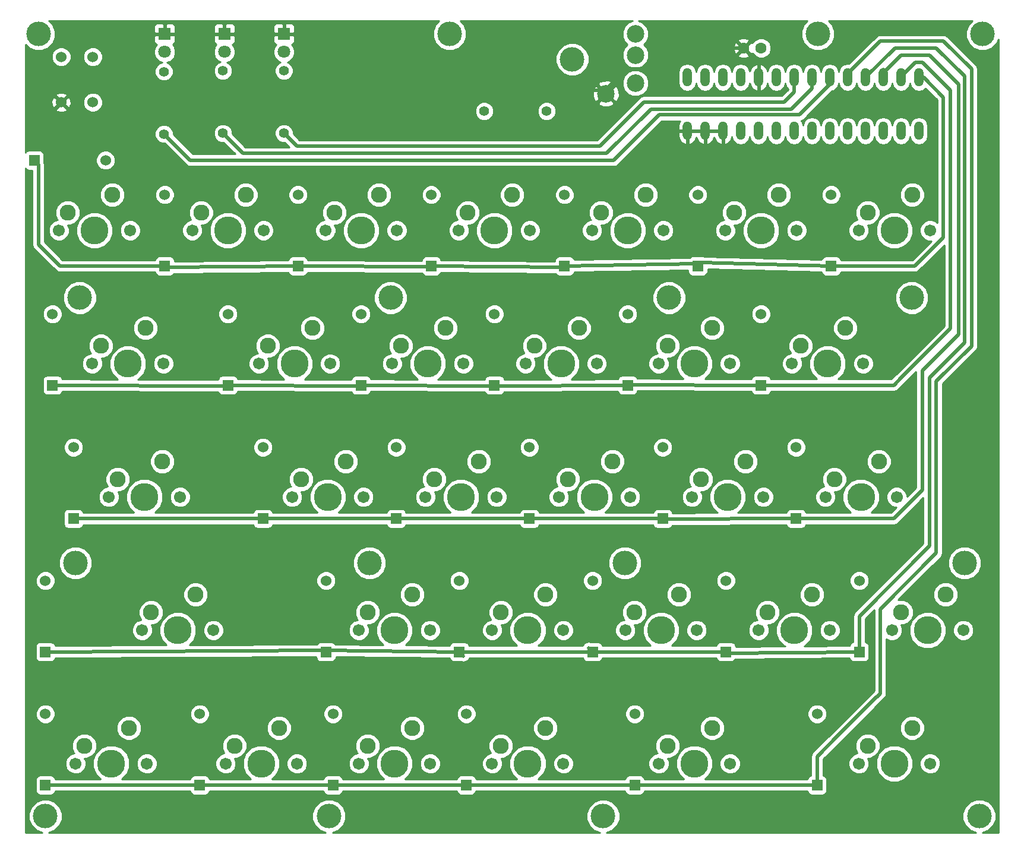
<source format=gtl>
G04 #@! TF.FileFunction,Copper,L1,Top,Signal*
%FSLAX46Y46*%
G04 Gerber Fmt 4.6, Leading zero omitted, Abs format (unit mm)*
G04 Created by KiCad (PCBNEW 4.0.1-stable) date 2017/04/05 22:22:27*
%MOMM*%
G01*
G04 APERTURE LIST*
%ADD10C,0.100000*%
%ADD11R,1.524000X1.524000*%
%ADD12C,1.524000*%
%ADD13C,2.500000*%
%ADD14C,1.397000*%
%ADD15C,2.286000*%
%ADD16C,3.987800*%
%ADD17C,1.701800*%
%ADD18O,1.320800X2.641600*%
%ADD19C,1.600000*%
%ADD20R,1.800000X1.800000*%
%ADD21C,1.800000*%
%ADD22C,3.500000*%
%ADD23C,0.600000*%
%ADD24C,0.500000*%
%ADD25C,0.254000*%
G04 APERTURE END LIST*
D10*
D11*
X31420000Y-50000000D03*
D12*
X41580000Y-50000000D03*
D11*
X50000000Y-65080000D03*
D12*
X50000000Y-54920000D03*
D11*
X69000000Y-65080000D03*
D12*
X69000000Y-54920000D03*
D11*
X88000000Y-65080000D03*
D12*
X88000000Y-54920000D03*
D11*
X107000000Y-65080000D03*
D12*
X107000000Y-54920000D03*
D11*
X126000000Y-65080000D03*
D12*
X126000000Y-54920000D03*
D11*
X145000000Y-65080000D03*
D12*
X145000000Y-54920000D03*
D11*
X34000000Y-82080000D03*
D12*
X34000000Y-71920000D03*
D11*
X59000000Y-82080000D03*
D12*
X59000000Y-71920000D03*
D11*
X78000000Y-82080000D03*
D12*
X78000000Y-71920000D03*
D11*
X97000000Y-82080000D03*
D12*
X97000000Y-71920000D03*
D11*
X116000000Y-82080000D03*
D12*
X116000000Y-71920000D03*
D11*
X135000000Y-82080000D03*
D12*
X135000000Y-71920000D03*
D11*
X37000000Y-101080000D03*
D12*
X37000000Y-90920000D03*
D11*
X64000000Y-101080000D03*
D12*
X64000000Y-90920000D03*
D11*
X83000000Y-101080000D03*
D12*
X83000000Y-90920000D03*
D11*
X102000000Y-101080000D03*
D12*
X102000000Y-90920000D03*
D11*
X121000000Y-101080000D03*
D12*
X121000000Y-90920000D03*
D11*
X140000000Y-101080000D03*
D12*
X140000000Y-90920000D03*
D11*
X33000000Y-120080000D03*
D12*
X33000000Y-109920000D03*
D11*
X73000000Y-120080000D03*
D12*
X73000000Y-109920000D03*
D11*
X92000000Y-120080000D03*
D12*
X92000000Y-109920000D03*
D11*
X111000000Y-120080000D03*
D12*
X111000000Y-109920000D03*
D11*
X130000000Y-120080000D03*
D12*
X130000000Y-109920000D03*
D11*
X149000000Y-120080000D03*
D12*
X149000000Y-109920000D03*
D11*
X33000000Y-139080000D03*
D12*
X33000000Y-128920000D03*
D11*
X55000000Y-139080000D03*
D12*
X55000000Y-128920000D03*
D11*
X74000000Y-139080000D03*
D12*
X74000000Y-128920000D03*
D11*
X93000000Y-139080000D03*
D12*
X93000000Y-128920000D03*
D11*
X117000000Y-139080000D03*
D12*
X117000000Y-128920000D03*
D11*
X143000000Y-139080000D03*
D12*
X143000000Y-128920000D03*
D13*
X117100000Y-32000000D03*
X117100000Y-35000000D03*
X112900000Y-40500000D03*
X117100000Y-39000000D03*
D14*
X95555000Y-43000000D03*
X104445000Y-43000000D03*
X49900000Y-46245000D03*
X49900000Y-37355000D03*
X58300000Y-46145000D03*
X58300000Y-37255000D03*
X67000000Y-46145000D03*
X67000000Y-37255000D03*
D15*
X61540000Y-54920000D03*
X55190000Y-57460000D03*
D16*
X59000000Y-60000000D03*
D17*
X53920000Y-60000000D03*
X64080000Y-60000000D03*
D15*
X80540000Y-54920000D03*
X74190000Y-57460000D03*
D16*
X78000000Y-60000000D03*
D17*
X72920000Y-60000000D03*
X83080000Y-60000000D03*
D15*
X99540000Y-54920000D03*
X93190000Y-57460000D03*
D16*
X97000000Y-60000000D03*
D17*
X91920000Y-60000000D03*
X102080000Y-60000000D03*
D15*
X118540000Y-54920000D03*
X112190000Y-57460000D03*
D16*
X116000000Y-60000000D03*
D17*
X110920000Y-60000000D03*
X121080000Y-60000000D03*
D15*
X137540000Y-54920000D03*
X131190000Y-57460000D03*
D16*
X135000000Y-60000000D03*
D17*
X129920000Y-60000000D03*
X140080000Y-60000000D03*
D15*
X156540000Y-54920000D03*
X150190000Y-57460000D03*
D16*
X154000000Y-60000000D03*
D17*
X148920000Y-60000000D03*
X159080000Y-60000000D03*
D15*
X47290000Y-73920000D03*
X40940000Y-76460000D03*
D16*
X44750000Y-79000000D03*
D17*
X39670000Y-79000000D03*
X49830000Y-79000000D03*
D15*
X71040000Y-73920000D03*
X64690000Y-76460000D03*
D16*
X68500000Y-79000000D03*
D17*
X63420000Y-79000000D03*
X73580000Y-79000000D03*
D15*
X90040000Y-73920000D03*
X83690000Y-76460000D03*
D16*
X87500000Y-79000000D03*
D17*
X82420000Y-79000000D03*
X92580000Y-79000000D03*
D15*
X109040000Y-73920000D03*
X102690000Y-76460000D03*
D16*
X106500000Y-79000000D03*
D17*
X101420000Y-79000000D03*
X111580000Y-79000000D03*
D15*
X128040000Y-73920000D03*
X121690000Y-76460000D03*
D16*
X125500000Y-79000000D03*
D17*
X120420000Y-79000000D03*
X130580000Y-79000000D03*
D15*
X147040000Y-73920000D03*
X140690000Y-76460000D03*
D16*
X144500000Y-79000000D03*
D17*
X139420000Y-79000000D03*
X149580000Y-79000000D03*
D15*
X49665000Y-92920000D03*
X43315000Y-95460000D03*
D16*
X47125000Y-98000000D03*
D17*
X42045000Y-98000000D03*
X52205000Y-98000000D03*
D15*
X75790000Y-92920000D03*
X69440000Y-95460000D03*
D16*
X73250000Y-98000000D03*
D17*
X68170000Y-98000000D03*
X78330000Y-98000000D03*
D15*
X94790000Y-92920000D03*
X88440000Y-95460000D03*
D16*
X92250000Y-98000000D03*
D17*
X87170000Y-98000000D03*
X97330000Y-98000000D03*
D15*
X113790000Y-92920000D03*
X107440000Y-95460000D03*
D16*
X111250000Y-98000000D03*
D17*
X106170000Y-98000000D03*
X116330000Y-98000000D03*
D15*
X132790000Y-92920000D03*
X126440000Y-95460000D03*
D16*
X130250000Y-98000000D03*
D17*
X125170000Y-98000000D03*
X135330000Y-98000000D03*
D15*
X151790000Y-92920000D03*
X145440000Y-95460000D03*
D16*
X149250000Y-98000000D03*
D17*
X144170000Y-98000000D03*
X154330000Y-98000000D03*
D15*
X54415000Y-111920000D03*
X48065000Y-114460000D03*
D16*
X51875000Y-117000000D03*
D17*
X46795000Y-117000000D03*
X56955000Y-117000000D03*
D15*
X85290000Y-111920000D03*
X78940000Y-114460000D03*
D16*
X82750000Y-117000000D03*
D17*
X77670000Y-117000000D03*
X87830000Y-117000000D03*
D15*
X104290000Y-111920000D03*
X97940000Y-114460000D03*
D16*
X101750000Y-117000000D03*
D17*
X96670000Y-117000000D03*
X106830000Y-117000000D03*
D15*
X123290000Y-111920000D03*
X116940000Y-114460000D03*
D16*
X120750000Y-117000000D03*
D17*
X115670000Y-117000000D03*
X125830000Y-117000000D03*
D15*
X142290000Y-111920000D03*
X135940000Y-114460000D03*
D16*
X139750000Y-117000000D03*
D17*
X134670000Y-117000000D03*
X144830000Y-117000000D03*
D15*
X161290000Y-111920000D03*
X154940000Y-114460000D03*
D16*
X158750000Y-117000000D03*
D17*
X153670000Y-117000000D03*
X163830000Y-117000000D03*
D15*
X66290000Y-130920000D03*
X59940000Y-133460000D03*
D16*
X63750000Y-136000000D03*
D17*
X58670000Y-136000000D03*
X68830000Y-136000000D03*
D15*
X85290000Y-130920000D03*
X78940000Y-133460000D03*
D16*
X82750000Y-136000000D03*
D17*
X77670000Y-136000000D03*
X87830000Y-136000000D03*
D18*
X157510000Y-38190000D03*
X154970000Y-38190000D03*
X152430000Y-38190000D03*
X149890000Y-38190000D03*
X147350000Y-38190000D03*
X144810000Y-38190000D03*
X142270000Y-38190000D03*
X139730000Y-38190000D03*
X137190000Y-38190000D03*
X134650000Y-38190000D03*
X132110000Y-38190000D03*
X129570000Y-38190000D03*
X127030000Y-38190000D03*
X124490000Y-38190000D03*
X124490000Y-45810000D03*
X127030000Y-45810000D03*
X129570000Y-45810000D03*
X132110000Y-45810000D03*
X134650000Y-45810000D03*
X137190000Y-45810000D03*
X139730000Y-45810000D03*
X142270000Y-45810000D03*
X144810000Y-45810000D03*
X147350000Y-45810000D03*
X149890000Y-45810000D03*
X152430000Y-45810000D03*
X154970000Y-45810000D03*
X157510000Y-45810000D03*
D19*
X135000000Y-34000000D03*
X132500000Y-34000000D03*
D20*
X50000000Y-32000000D03*
D21*
X50000000Y-34540000D03*
D20*
X58500000Y-32000000D03*
D21*
X58500000Y-34540000D03*
D20*
X67000000Y-32000000D03*
D21*
X67000000Y-34540000D03*
D12*
X39750000Y-41750000D03*
X35250000Y-41750000D03*
X35250000Y-35250000D03*
X39750000Y-35250000D03*
D15*
X44915000Y-130920000D03*
X38565000Y-133460000D03*
D16*
X42375000Y-136000000D03*
D17*
X37295000Y-136000000D03*
X47455000Y-136000000D03*
D15*
X104290000Y-130920000D03*
X97940000Y-133460000D03*
D16*
X101750000Y-136000000D03*
D17*
X96670000Y-136000000D03*
X106830000Y-136000000D03*
D15*
X128040000Y-130920000D03*
X121690000Y-133460000D03*
D16*
X125500000Y-136000000D03*
D17*
X120420000Y-136000000D03*
X130580000Y-136000000D03*
D15*
X156540000Y-130920000D03*
X150190000Y-133460000D03*
D16*
X154000000Y-136000000D03*
D17*
X148920000Y-136000000D03*
X159080000Y-136000000D03*
D15*
X42540000Y-54920000D03*
X36190000Y-57460000D03*
D16*
X40000000Y-60000000D03*
D17*
X34920000Y-60000000D03*
X45080000Y-60000000D03*
D22*
X33000000Y-143500000D03*
X73400000Y-143500000D03*
X112500000Y-143500000D03*
X166100000Y-143500000D03*
X37300000Y-107400000D03*
X79200000Y-107400000D03*
X115600000Y-107400000D03*
X164000000Y-107400000D03*
X37900000Y-69600000D03*
X82200000Y-69600000D03*
X121900000Y-69600000D03*
X156500000Y-69600000D03*
X32000000Y-32000000D03*
X90600000Y-32000000D03*
X108100000Y-35600000D03*
X143100000Y-32000000D03*
X166600000Y-32000000D03*
D23*
X83000000Y-32000000D03*
X111000000Y-47000000D03*
D24*
X157510000Y-38190000D02*
X158190000Y-38190000D01*
X161000000Y-41000000D02*
X161000000Y-46000000D01*
X158190000Y-38190000D02*
X161000000Y-41000000D01*
X145000000Y-65080000D02*
X156920000Y-65080000D01*
X161000000Y-46000000D02*
X161000000Y-61000000D01*
X156920000Y-65080000D02*
X161000000Y-61000000D01*
X50000000Y-65080000D02*
X35080000Y-65080000D01*
X32000000Y-62000000D02*
X32000000Y-50580000D01*
X35080000Y-65080000D02*
X32000000Y-62000000D01*
X32000000Y-50580000D02*
X31420000Y-50000000D01*
X49900000Y-65180000D02*
X50000000Y-65080000D01*
X157510000Y-38190000D02*
X157510000Y-38510000D01*
X107000000Y-65080000D02*
X125700000Y-64780000D01*
X125700000Y-64780000D02*
X126000000Y-65080000D01*
X145000000Y-65080000D02*
X126500000Y-64580000D01*
X126500000Y-64580000D02*
X126000000Y-65080000D01*
X88000000Y-65080000D02*
X106800000Y-65280000D01*
X106800000Y-65280000D02*
X106900000Y-65380000D01*
X144500000Y-65580000D02*
X145000000Y-65080000D01*
X69000000Y-65080000D02*
X87900000Y-65180000D01*
X87900000Y-65180000D02*
X88000000Y-65080000D01*
X49900000Y-64980000D02*
X50200000Y-65280000D01*
X50200000Y-65280000D02*
X69000000Y-65080000D01*
X135000000Y-82080000D02*
X153920000Y-82080000D01*
X153920000Y-82080000D02*
X154000000Y-82000000D01*
X154970000Y-38190000D02*
X154970000Y-38030000D01*
X154970000Y-38030000D02*
X157000000Y-36000000D01*
X155000000Y-81000000D02*
X154000000Y-82000000D01*
X157000000Y-79000000D02*
X155000000Y-81000000D01*
X162000000Y-74000000D02*
X157000000Y-79000000D01*
X162000000Y-40000000D02*
X162000000Y-74000000D01*
X158000000Y-36000000D02*
X162000000Y-40000000D01*
X157000000Y-36000000D02*
X158000000Y-36000000D01*
X78000000Y-82080000D02*
X96900000Y-82180000D01*
X96900000Y-82180000D02*
X97000000Y-82080000D01*
X59000000Y-82080000D02*
X77900000Y-82180000D01*
X77900000Y-82180000D02*
X78000000Y-82080000D01*
X34000000Y-82080000D02*
X58900000Y-82180000D01*
X58900000Y-82180000D02*
X59100000Y-81980000D01*
X96900000Y-82180000D02*
X116000000Y-82080000D01*
X116000000Y-82080000D02*
X116100000Y-81980000D01*
X116100000Y-81980000D02*
X135000000Y-82080000D01*
X37000000Y-101080000D02*
X64000000Y-101080000D01*
X140000000Y-101080000D02*
X153920000Y-101080000D01*
X158000000Y-97000000D02*
X158000000Y-80000000D01*
X153920000Y-101080000D02*
X158000000Y-97000000D01*
X155000000Y-35000000D02*
X159000000Y-35000000D01*
X152430000Y-37570000D02*
X155000000Y-35000000D01*
X163199998Y-74800002D02*
X158000000Y-80000000D01*
X163199998Y-39199998D02*
X163199998Y-74800002D01*
X159000000Y-35000000D02*
X163199998Y-39199998D01*
X152430000Y-38190000D02*
X152430000Y-37570000D01*
X140000000Y-100800000D02*
X140000000Y-101080000D01*
X140000000Y-101080000D02*
X140000000Y-100800000D01*
X64000000Y-101080000D02*
X83000000Y-101080000D01*
X102000000Y-101080000D02*
X83000000Y-101080000D01*
X152430000Y-38190000D02*
X152430000Y-37070000D01*
X63500000Y-100580000D02*
X64000000Y-101080000D01*
X102000000Y-101080000D02*
X121000000Y-101080000D01*
X121000000Y-101080000D02*
X121100000Y-101180000D01*
X121100000Y-101180000D02*
X140000000Y-101080000D01*
X111000000Y-120080000D02*
X130000000Y-120080000D01*
X92000000Y-120080000D02*
X111000000Y-120080000D01*
X149000000Y-120080000D02*
X149000000Y-115000000D01*
X164000000Y-76000000D02*
X164000000Y-38000000D01*
X164000000Y-38000000D02*
X160000000Y-34000000D01*
X160000000Y-34000000D02*
X154080000Y-34000000D01*
X154080000Y-34000000D02*
X149890000Y-38190000D01*
X159000000Y-81000000D02*
X164000000Y-76000000D01*
X159000000Y-105000000D02*
X159000000Y-81000000D01*
X149000000Y-115000000D02*
X159000000Y-105000000D01*
X149000000Y-120080000D02*
X149000000Y-120000000D01*
X149000000Y-120080000D02*
X149320000Y-120080000D01*
X129600000Y-120480000D02*
X130000000Y-120080000D01*
X110400000Y-119480000D02*
X111000000Y-120080000D01*
X149890000Y-38190000D02*
X149890000Y-37610000D01*
X33000000Y-120080000D02*
X72800000Y-119880000D01*
X72800000Y-119880000D02*
X92000000Y-120080000D01*
X92000000Y-120080000D02*
X92600000Y-120680000D01*
X129600000Y-120480000D02*
X129800000Y-120280000D01*
X129800000Y-120280000D02*
X149000000Y-120080000D01*
X33000000Y-139080000D02*
X55000000Y-139080000D01*
X117000000Y-139080000D02*
X143000000Y-139080000D01*
X93000000Y-139080000D02*
X117000000Y-139080000D01*
X74000000Y-139080000D02*
X93000000Y-139080000D01*
X55000000Y-139080000D02*
X74000000Y-139080000D01*
X143000000Y-139080000D02*
X143000000Y-135000000D01*
X143000000Y-135000000D02*
X146000000Y-132000000D01*
X152000000Y-114000000D02*
X152000000Y-126000000D01*
X152000000Y-33000000D02*
X161000000Y-33000000D01*
X161000000Y-33000000D02*
X165000000Y-37000000D01*
X165000000Y-37000000D02*
X165000000Y-76500000D01*
X165000000Y-76500000D02*
X160000000Y-81500000D01*
X160000000Y-81500000D02*
X160000000Y-106000000D01*
X160000000Y-106000000D02*
X152000000Y-114000000D01*
X147350000Y-37650000D02*
X152000000Y-33000000D01*
X152000000Y-126000000D02*
X150000000Y-128000000D01*
X147350000Y-38190000D02*
X147350000Y-37650000D01*
X151500000Y-126500000D02*
X150000000Y-128000000D01*
X150000000Y-128000000D02*
X146000000Y-132000000D01*
X146000000Y-132000000D02*
X145500000Y-132500000D01*
X93400000Y-139480000D02*
X93000000Y-139080000D01*
X92600000Y-139480000D02*
X93000000Y-139080000D01*
X142600000Y-139480000D02*
X143000000Y-139080000D01*
X74000000Y-139080000D02*
X74400000Y-138680000D01*
X116600000Y-138680000D02*
X117000000Y-139080000D01*
X108000000Y-40000000D02*
X91000000Y-40000000D01*
X91000000Y-40000000D02*
X83000000Y-32000000D01*
X132500000Y-34000000D02*
X125000000Y-34000000D01*
X115800000Y-37000000D02*
X112700000Y-40100000D01*
X122000000Y-37000000D02*
X115800000Y-37000000D01*
X125000000Y-34000000D02*
X122000000Y-37000000D01*
X108000000Y-40000000D02*
X112100000Y-40000000D01*
X112100000Y-40000000D02*
X112700000Y-40100000D01*
X111000000Y-47000000D02*
X111000000Y-43000000D01*
X111100000Y-43100000D02*
X112700000Y-40100000D01*
X111000000Y-43000000D02*
X111100000Y-43100000D01*
X139000000Y-43500000D02*
X140500000Y-43500000D01*
X141000000Y-43000000D02*
X144810000Y-39190000D01*
X140500000Y-43500000D02*
X141000000Y-43000000D01*
X144810000Y-38190000D02*
X144810000Y-39190000D01*
X53655000Y-50000000D02*
X49900000Y-46245000D01*
X114000000Y-50000000D02*
X53655000Y-50000000D01*
X120500000Y-43500000D02*
X114000000Y-50000000D01*
X139000000Y-43500000D02*
X120500000Y-43500000D01*
X144810000Y-38190000D02*
X144810000Y-37810000D01*
X142270000Y-38190000D02*
X142270000Y-39730000D01*
X61155000Y-49000000D02*
X58300000Y-46145000D01*
X113000000Y-49000000D02*
X61155000Y-49000000D01*
X119300002Y-42699998D02*
X113000000Y-49000000D01*
X139300002Y-42699998D02*
X119300002Y-42699998D01*
X142270000Y-39730000D02*
X139300002Y-42699998D01*
X142270000Y-39230000D02*
X142270000Y-38190000D01*
X142270000Y-38190000D02*
X142270000Y-37270000D01*
X139730000Y-38190000D02*
X139730000Y-40270000D01*
X138300002Y-41699998D02*
X118300002Y-41699998D01*
X139730000Y-40270000D02*
X138300002Y-41699998D01*
X68855000Y-48000000D02*
X67000000Y-46145000D01*
X112000000Y-48000000D02*
X68855000Y-48000000D01*
X118300002Y-41699998D02*
X112000000Y-48000000D01*
D25*
G36*
X88579274Y-30647242D02*
X88215415Y-31523513D01*
X88214587Y-32472325D01*
X88576916Y-33349229D01*
X89247242Y-34020726D01*
X90123513Y-34384585D01*
X91072325Y-34385413D01*
X91949229Y-34023084D01*
X92620726Y-33352758D01*
X92984585Y-32476487D01*
X92985413Y-31527675D01*
X92623084Y-30650771D01*
X92100226Y-30127000D01*
X116696864Y-30127000D01*
X116033628Y-30401043D01*
X115502907Y-30930839D01*
X115215328Y-31623405D01*
X115214674Y-32373305D01*
X115501043Y-33066372D01*
X115934206Y-33500292D01*
X115502907Y-33930839D01*
X115215328Y-34623405D01*
X115214674Y-35373305D01*
X115501043Y-36066372D01*
X116030839Y-36597093D01*
X116723405Y-36884672D01*
X117473305Y-36885326D01*
X118166372Y-36598957D01*
X118697093Y-36069161D01*
X118984672Y-35376595D01*
X118984993Y-35007745D01*
X131671861Y-35007745D01*
X131745995Y-35253864D01*
X132283223Y-35446965D01*
X132853454Y-35419778D01*
X133254005Y-35253864D01*
X133328139Y-35007745D01*
X132500000Y-34179605D01*
X131671861Y-35007745D01*
X118984993Y-35007745D01*
X118985326Y-34626695D01*
X118698957Y-33933628D01*
X118548815Y-33783223D01*
X131053035Y-33783223D01*
X131080222Y-34353454D01*
X131246136Y-34754005D01*
X131492255Y-34828139D01*
X132320395Y-34000000D01*
X132679605Y-34000000D01*
X133507745Y-34828139D01*
X133753864Y-34754005D01*
X133756196Y-34747517D01*
X133782757Y-34811800D01*
X134186077Y-35215824D01*
X134713309Y-35434750D01*
X135284187Y-35435248D01*
X135811800Y-35217243D01*
X136215824Y-34813923D01*
X136434750Y-34286691D01*
X136435248Y-33715813D01*
X136217243Y-33188200D01*
X135813923Y-32784176D01*
X135286691Y-32565250D01*
X134715813Y-32564752D01*
X134188200Y-32782757D01*
X133784176Y-33186077D01*
X133756577Y-33252544D01*
X133753864Y-33245995D01*
X133507745Y-33171861D01*
X132679605Y-34000000D01*
X132320395Y-34000000D01*
X131492255Y-33171861D01*
X131246136Y-33245995D01*
X131053035Y-33783223D01*
X118548815Y-33783223D01*
X118265794Y-33499708D01*
X118697093Y-33069161D01*
X118729027Y-32992255D01*
X131671861Y-32992255D01*
X132500000Y-33820395D01*
X133328139Y-32992255D01*
X133254005Y-32746136D01*
X132716777Y-32553035D01*
X132146546Y-32580222D01*
X131745995Y-32746136D01*
X131671861Y-32992255D01*
X118729027Y-32992255D01*
X118984672Y-32376595D01*
X118985326Y-31626695D01*
X118698957Y-30933628D01*
X118169161Y-30402907D01*
X117504704Y-30127000D01*
X141600425Y-30127000D01*
X141079274Y-30647242D01*
X140715415Y-31523513D01*
X140714587Y-32472325D01*
X141076916Y-33349229D01*
X141747242Y-34020726D01*
X142623513Y-34384585D01*
X143572325Y-34385413D01*
X144449229Y-34023084D01*
X145120726Y-33352758D01*
X145484585Y-32476487D01*
X145485413Y-31527675D01*
X145123084Y-30650771D01*
X144600226Y-30127000D01*
X165100425Y-30127000D01*
X164579274Y-30647242D01*
X164215415Y-31523513D01*
X164214587Y-32472325D01*
X164576916Y-33349229D01*
X165247242Y-34020726D01*
X166123513Y-34384585D01*
X167072325Y-34385413D01*
X167949229Y-34023084D01*
X168620726Y-33352758D01*
X168873000Y-32745214D01*
X168873000Y-145873000D01*
X166602367Y-145873000D01*
X167449229Y-145523084D01*
X168120726Y-144852758D01*
X168484585Y-143976487D01*
X168485413Y-143027675D01*
X168123084Y-142150771D01*
X167452758Y-141479274D01*
X166576487Y-141115415D01*
X165627675Y-141114587D01*
X164750771Y-141476916D01*
X164079274Y-142147242D01*
X163715415Y-143023513D01*
X163714587Y-143972325D01*
X164076916Y-144849229D01*
X164747242Y-145520726D01*
X165595613Y-145873000D01*
X113002367Y-145873000D01*
X113849229Y-145523084D01*
X114520726Y-144852758D01*
X114884585Y-143976487D01*
X114885413Y-143027675D01*
X114523084Y-142150771D01*
X113852758Y-141479274D01*
X112976487Y-141115415D01*
X112027675Y-141114587D01*
X111150771Y-141476916D01*
X110479274Y-142147242D01*
X110115415Y-143023513D01*
X110114587Y-143972325D01*
X110476916Y-144849229D01*
X111147242Y-145520726D01*
X111995613Y-145873000D01*
X73902367Y-145873000D01*
X74749229Y-145523084D01*
X75420726Y-144852758D01*
X75784585Y-143976487D01*
X75785413Y-143027675D01*
X75423084Y-142150771D01*
X74752758Y-141479274D01*
X73876487Y-141115415D01*
X72927675Y-141114587D01*
X72050771Y-141476916D01*
X71379274Y-142147242D01*
X71015415Y-143023513D01*
X71014587Y-143972325D01*
X71376916Y-144849229D01*
X72047242Y-145520726D01*
X72895613Y-145873000D01*
X33502367Y-145873000D01*
X34349229Y-145523084D01*
X35020726Y-144852758D01*
X35384585Y-143976487D01*
X35385413Y-143027675D01*
X35023084Y-142150771D01*
X34352758Y-141479274D01*
X33476487Y-141115415D01*
X32527675Y-141114587D01*
X31650771Y-141476916D01*
X30979274Y-142147242D01*
X30615415Y-143023513D01*
X30614587Y-143972325D01*
X30976916Y-144849229D01*
X31647242Y-145520726D01*
X32495613Y-145873000D01*
X30127000Y-145873000D01*
X30127000Y-136294267D01*
X35808842Y-136294267D01*
X36034580Y-136840595D01*
X36452206Y-137258951D01*
X36998139Y-137485642D01*
X37589267Y-137486158D01*
X38135595Y-137260420D01*
X38553951Y-136842794D01*
X38780642Y-136296861D01*
X38781158Y-135705733D01*
X38587903Y-135238021D01*
X38917114Y-135238308D01*
X39570840Y-134968194D01*
X40071436Y-134468471D01*
X40342691Y-133815218D01*
X40343308Y-133107886D01*
X40073194Y-132454160D01*
X39573471Y-131953564D01*
X38920218Y-131682309D01*
X38212886Y-131681692D01*
X37559160Y-131951806D01*
X37058564Y-132451529D01*
X36787309Y-133104782D01*
X36786692Y-133812114D01*
X37056806Y-134465840D01*
X37104815Y-134513933D01*
X37000733Y-134513842D01*
X36454405Y-134739580D01*
X36036049Y-135157206D01*
X35809358Y-135703139D01*
X35808842Y-136294267D01*
X30127000Y-136294267D01*
X30127000Y-131272114D01*
X43136692Y-131272114D01*
X43406806Y-131925840D01*
X43906529Y-132426436D01*
X44559782Y-132697691D01*
X45267114Y-132698308D01*
X45920840Y-132428194D01*
X46421436Y-131928471D01*
X46692691Y-131275218D01*
X46692693Y-131272114D01*
X64511692Y-131272114D01*
X64781806Y-131925840D01*
X65281529Y-132426436D01*
X65934782Y-132697691D01*
X66642114Y-132698308D01*
X67295840Y-132428194D01*
X67796436Y-131928471D01*
X68067691Y-131275218D01*
X68067693Y-131272114D01*
X83511692Y-131272114D01*
X83781806Y-131925840D01*
X84281529Y-132426436D01*
X84934782Y-132697691D01*
X85642114Y-132698308D01*
X86295840Y-132428194D01*
X86796436Y-131928471D01*
X87067691Y-131275218D01*
X87067693Y-131272114D01*
X102511692Y-131272114D01*
X102781806Y-131925840D01*
X103281529Y-132426436D01*
X103934782Y-132697691D01*
X104642114Y-132698308D01*
X105295840Y-132428194D01*
X105796436Y-131928471D01*
X106067691Y-131275218D01*
X106067693Y-131272114D01*
X126261692Y-131272114D01*
X126531806Y-131925840D01*
X127031529Y-132426436D01*
X127684782Y-132697691D01*
X128392114Y-132698308D01*
X129045840Y-132428194D01*
X129546436Y-131928471D01*
X129817691Y-131275218D01*
X129818308Y-130567886D01*
X129548194Y-129914160D01*
X129048471Y-129413564D01*
X128526112Y-129196661D01*
X141602758Y-129196661D01*
X141814990Y-129710303D01*
X142207630Y-130103629D01*
X142720900Y-130316757D01*
X143276661Y-130317242D01*
X143790303Y-130105010D01*
X144183629Y-129712370D01*
X144396757Y-129199100D01*
X144397242Y-128643339D01*
X144185010Y-128129697D01*
X143792370Y-127736371D01*
X143279100Y-127523243D01*
X142723339Y-127522758D01*
X142209697Y-127734990D01*
X141816371Y-128127630D01*
X141603243Y-128640900D01*
X141602758Y-129196661D01*
X128526112Y-129196661D01*
X128395218Y-129142309D01*
X127687886Y-129141692D01*
X127034160Y-129411806D01*
X126533564Y-129911529D01*
X126262309Y-130564782D01*
X126261692Y-131272114D01*
X106067693Y-131272114D01*
X106068308Y-130567886D01*
X105798194Y-129914160D01*
X105298471Y-129413564D01*
X104776112Y-129196661D01*
X115602758Y-129196661D01*
X115814990Y-129710303D01*
X116207630Y-130103629D01*
X116720900Y-130316757D01*
X117276661Y-130317242D01*
X117790303Y-130105010D01*
X118183629Y-129712370D01*
X118396757Y-129199100D01*
X118397242Y-128643339D01*
X118185010Y-128129697D01*
X117792370Y-127736371D01*
X117279100Y-127523243D01*
X116723339Y-127522758D01*
X116209697Y-127734990D01*
X115816371Y-128127630D01*
X115603243Y-128640900D01*
X115602758Y-129196661D01*
X104776112Y-129196661D01*
X104645218Y-129142309D01*
X103937886Y-129141692D01*
X103284160Y-129411806D01*
X102783564Y-129911529D01*
X102512309Y-130564782D01*
X102511692Y-131272114D01*
X87067693Y-131272114D01*
X87068308Y-130567886D01*
X86798194Y-129914160D01*
X86298471Y-129413564D01*
X85776112Y-129196661D01*
X91602758Y-129196661D01*
X91814990Y-129710303D01*
X92207630Y-130103629D01*
X92720900Y-130316757D01*
X93276661Y-130317242D01*
X93790303Y-130105010D01*
X94183629Y-129712370D01*
X94396757Y-129199100D01*
X94397242Y-128643339D01*
X94185010Y-128129697D01*
X93792370Y-127736371D01*
X93279100Y-127523243D01*
X92723339Y-127522758D01*
X92209697Y-127734990D01*
X91816371Y-128127630D01*
X91603243Y-128640900D01*
X91602758Y-129196661D01*
X85776112Y-129196661D01*
X85645218Y-129142309D01*
X84937886Y-129141692D01*
X84284160Y-129411806D01*
X83783564Y-129911529D01*
X83512309Y-130564782D01*
X83511692Y-131272114D01*
X68067693Y-131272114D01*
X68068308Y-130567886D01*
X67798194Y-129914160D01*
X67298471Y-129413564D01*
X66776112Y-129196661D01*
X72602758Y-129196661D01*
X72814990Y-129710303D01*
X73207630Y-130103629D01*
X73720900Y-130316757D01*
X74276661Y-130317242D01*
X74790303Y-130105010D01*
X75183629Y-129712370D01*
X75396757Y-129199100D01*
X75397242Y-128643339D01*
X75185010Y-128129697D01*
X74792370Y-127736371D01*
X74279100Y-127523243D01*
X73723339Y-127522758D01*
X73209697Y-127734990D01*
X72816371Y-128127630D01*
X72603243Y-128640900D01*
X72602758Y-129196661D01*
X66776112Y-129196661D01*
X66645218Y-129142309D01*
X65937886Y-129141692D01*
X65284160Y-129411806D01*
X64783564Y-129911529D01*
X64512309Y-130564782D01*
X64511692Y-131272114D01*
X46692693Y-131272114D01*
X46693308Y-130567886D01*
X46423194Y-129914160D01*
X45923471Y-129413564D01*
X45401112Y-129196661D01*
X53602758Y-129196661D01*
X53814990Y-129710303D01*
X54207630Y-130103629D01*
X54720900Y-130316757D01*
X55276661Y-130317242D01*
X55790303Y-130105010D01*
X56183629Y-129712370D01*
X56396757Y-129199100D01*
X56397242Y-128643339D01*
X56185010Y-128129697D01*
X55792370Y-127736371D01*
X55279100Y-127523243D01*
X54723339Y-127522758D01*
X54209697Y-127734990D01*
X53816371Y-128127630D01*
X53603243Y-128640900D01*
X53602758Y-129196661D01*
X45401112Y-129196661D01*
X45270218Y-129142309D01*
X44562886Y-129141692D01*
X43909160Y-129411806D01*
X43408564Y-129911529D01*
X43137309Y-130564782D01*
X43136692Y-131272114D01*
X30127000Y-131272114D01*
X30127000Y-129196661D01*
X31602758Y-129196661D01*
X31814990Y-129710303D01*
X32207630Y-130103629D01*
X32720900Y-130316757D01*
X33276661Y-130317242D01*
X33790303Y-130105010D01*
X34183629Y-129712370D01*
X34396757Y-129199100D01*
X34397242Y-128643339D01*
X34185010Y-128129697D01*
X33792370Y-127736371D01*
X33279100Y-127523243D01*
X32723339Y-127522758D01*
X32209697Y-127734990D01*
X31816371Y-128127630D01*
X31603243Y-128640900D01*
X31602758Y-129196661D01*
X30127000Y-129196661D01*
X30127000Y-117294267D01*
X45308842Y-117294267D01*
X45534580Y-117840595D01*
X45952206Y-118258951D01*
X46498139Y-118485642D01*
X47089267Y-118486158D01*
X47635595Y-118260420D01*
X48053951Y-117842794D01*
X48280642Y-117296861D01*
X48281158Y-116705733D01*
X48087903Y-116238021D01*
X48417114Y-116238308D01*
X49070840Y-115968194D01*
X49571436Y-115468471D01*
X49842691Y-114815218D01*
X49843308Y-114107886D01*
X49573194Y-113454160D01*
X49073471Y-112953564D01*
X48420218Y-112682309D01*
X47712886Y-112681692D01*
X47059160Y-112951806D01*
X46558564Y-113451529D01*
X46287309Y-114104782D01*
X46286692Y-114812114D01*
X46556806Y-115465840D01*
X46604815Y-115513933D01*
X46500733Y-115513842D01*
X45954405Y-115739580D01*
X45536049Y-116157206D01*
X45309358Y-116703139D01*
X45308842Y-117294267D01*
X30127000Y-117294267D01*
X30127000Y-112272114D01*
X52636692Y-112272114D01*
X52906806Y-112925840D01*
X53406529Y-113426436D01*
X54059782Y-113697691D01*
X54767114Y-113698308D01*
X55420840Y-113428194D01*
X55921436Y-112928471D01*
X56192691Y-112275218D01*
X56192693Y-112272114D01*
X83511692Y-112272114D01*
X83781806Y-112925840D01*
X84281529Y-113426436D01*
X84934782Y-113697691D01*
X85642114Y-113698308D01*
X86295840Y-113428194D01*
X86796436Y-112928471D01*
X87067691Y-112275218D01*
X87067693Y-112272114D01*
X102511692Y-112272114D01*
X102781806Y-112925840D01*
X103281529Y-113426436D01*
X103934782Y-113697691D01*
X104642114Y-113698308D01*
X105295840Y-113428194D01*
X105796436Y-112928471D01*
X106067691Y-112275218D01*
X106067693Y-112272114D01*
X121511692Y-112272114D01*
X121781806Y-112925840D01*
X122281529Y-113426436D01*
X122934782Y-113697691D01*
X123642114Y-113698308D01*
X124295840Y-113428194D01*
X124796436Y-112928471D01*
X125067691Y-112275218D01*
X125067693Y-112272114D01*
X140511692Y-112272114D01*
X140781806Y-112925840D01*
X141281529Y-113426436D01*
X141934782Y-113697691D01*
X142642114Y-113698308D01*
X143295840Y-113428194D01*
X143796436Y-112928471D01*
X144067691Y-112275218D01*
X144068308Y-111567886D01*
X143798194Y-110914160D01*
X143298471Y-110413564D01*
X142776112Y-110196661D01*
X147602758Y-110196661D01*
X147814990Y-110710303D01*
X148207630Y-111103629D01*
X148720900Y-111316757D01*
X149276661Y-111317242D01*
X149790303Y-111105010D01*
X150183629Y-110712370D01*
X150396757Y-110199100D01*
X150397242Y-109643339D01*
X150185010Y-109129697D01*
X149792370Y-108736371D01*
X149279100Y-108523243D01*
X148723339Y-108522758D01*
X148209697Y-108734990D01*
X147816371Y-109127630D01*
X147603243Y-109640900D01*
X147602758Y-110196661D01*
X142776112Y-110196661D01*
X142645218Y-110142309D01*
X141937886Y-110141692D01*
X141284160Y-110411806D01*
X140783564Y-110911529D01*
X140512309Y-111564782D01*
X140511692Y-112272114D01*
X125067693Y-112272114D01*
X125068308Y-111567886D01*
X124798194Y-110914160D01*
X124298471Y-110413564D01*
X123776112Y-110196661D01*
X128602758Y-110196661D01*
X128814990Y-110710303D01*
X129207630Y-111103629D01*
X129720900Y-111316757D01*
X130276661Y-111317242D01*
X130790303Y-111105010D01*
X131183629Y-110712370D01*
X131396757Y-110199100D01*
X131397242Y-109643339D01*
X131185010Y-109129697D01*
X130792370Y-108736371D01*
X130279100Y-108523243D01*
X129723339Y-108522758D01*
X129209697Y-108734990D01*
X128816371Y-109127630D01*
X128603243Y-109640900D01*
X128602758Y-110196661D01*
X123776112Y-110196661D01*
X123645218Y-110142309D01*
X122937886Y-110141692D01*
X122284160Y-110411806D01*
X121783564Y-110911529D01*
X121512309Y-111564782D01*
X121511692Y-112272114D01*
X106067693Y-112272114D01*
X106068308Y-111567886D01*
X105798194Y-110914160D01*
X105298471Y-110413564D01*
X104776112Y-110196661D01*
X109602758Y-110196661D01*
X109814990Y-110710303D01*
X110207630Y-111103629D01*
X110720900Y-111316757D01*
X111276661Y-111317242D01*
X111790303Y-111105010D01*
X112183629Y-110712370D01*
X112396757Y-110199100D01*
X112397242Y-109643339D01*
X112185010Y-109129697D01*
X111792370Y-108736371D01*
X111279100Y-108523243D01*
X110723339Y-108522758D01*
X110209697Y-108734990D01*
X109816371Y-109127630D01*
X109603243Y-109640900D01*
X109602758Y-110196661D01*
X104776112Y-110196661D01*
X104645218Y-110142309D01*
X103937886Y-110141692D01*
X103284160Y-110411806D01*
X102783564Y-110911529D01*
X102512309Y-111564782D01*
X102511692Y-112272114D01*
X87067693Y-112272114D01*
X87068308Y-111567886D01*
X86798194Y-110914160D01*
X86298471Y-110413564D01*
X85776112Y-110196661D01*
X90602758Y-110196661D01*
X90814990Y-110710303D01*
X91207630Y-111103629D01*
X91720900Y-111316757D01*
X92276661Y-111317242D01*
X92790303Y-111105010D01*
X93183629Y-110712370D01*
X93396757Y-110199100D01*
X93397242Y-109643339D01*
X93185010Y-109129697D01*
X92792370Y-108736371D01*
X92279100Y-108523243D01*
X91723339Y-108522758D01*
X91209697Y-108734990D01*
X90816371Y-109127630D01*
X90603243Y-109640900D01*
X90602758Y-110196661D01*
X85776112Y-110196661D01*
X85645218Y-110142309D01*
X84937886Y-110141692D01*
X84284160Y-110411806D01*
X83783564Y-110911529D01*
X83512309Y-111564782D01*
X83511692Y-112272114D01*
X56192693Y-112272114D01*
X56193308Y-111567886D01*
X55923194Y-110914160D01*
X55423471Y-110413564D01*
X54901112Y-110196661D01*
X71602758Y-110196661D01*
X71814990Y-110710303D01*
X72207630Y-111103629D01*
X72720900Y-111316757D01*
X73276661Y-111317242D01*
X73790303Y-111105010D01*
X74183629Y-110712370D01*
X74396757Y-110199100D01*
X74397242Y-109643339D01*
X74185010Y-109129697D01*
X73792370Y-108736371D01*
X73279100Y-108523243D01*
X72723339Y-108522758D01*
X72209697Y-108734990D01*
X71816371Y-109127630D01*
X71603243Y-109640900D01*
X71602758Y-110196661D01*
X54901112Y-110196661D01*
X54770218Y-110142309D01*
X54062886Y-110141692D01*
X53409160Y-110411806D01*
X52908564Y-110911529D01*
X52637309Y-111564782D01*
X52636692Y-112272114D01*
X30127000Y-112272114D01*
X30127000Y-110196661D01*
X31602758Y-110196661D01*
X31814990Y-110710303D01*
X32207630Y-111103629D01*
X32720900Y-111316757D01*
X33276661Y-111317242D01*
X33790303Y-111105010D01*
X34183629Y-110712370D01*
X34396757Y-110199100D01*
X34397242Y-109643339D01*
X34185010Y-109129697D01*
X33792370Y-108736371D01*
X33279100Y-108523243D01*
X32723339Y-108522758D01*
X32209697Y-108734990D01*
X31816371Y-109127630D01*
X31603243Y-109640900D01*
X31602758Y-110196661D01*
X30127000Y-110196661D01*
X30127000Y-107872325D01*
X34914587Y-107872325D01*
X35276916Y-108749229D01*
X35947242Y-109420726D01*
X36823513Y-109784585D01*
X37772325Y-109785413D01*
X38649229Y-109423084D01*
X39320726Y-108752758D01*
X39684585Y-107876487D01*
X39684588Y-107872325D01*
X76814587Y-107872325D01*
X77176916Y-108749229D01*
X77847242Y-109420726D01*
X78723513Y-109784585D01*
X79672325Y-109785413D01*
X80549229Y-109423084D01*
X81220726Y-108752758D01*
X81584585Y-107876487D01*
X81584588Y-107872325D01*
X113214587Y-107872325D01*
X113576916Y-108749229D01*
X114247242Y-109420726D01*
X115123513Y-109784585D01*
X116072325Y-109785413D01*
X116949229Y-109423084D01*
X117620726Y-108752758D01*
X117984585Y-107876487D01*
X117985413Y-106927675D01*
X117623084Y-106050771D01*
X116952758Y-105379274D01*
X116076487Y-105015415D01*
X115127675Y-105014587D01*
X114250771Y-105376916D01*
X113579274Y-106047242D01*
X113215415Y-106923513D01*
X113214587Y-107872325D01*
X81584588Y-107872325D01*
X81585413Y-106927675D01*
X81223084Y-106050771D01*
X80552758Y-105379274D01*
X79676487Y-105015415D01*
X78727675Y-105014587D01*
X77850771Y-105376916D01*
X77179274Y-106047242D01*
X76815415Y-106923513D01*
X76814587Y-107872325D01*
X39684588Y-107872325D01*
X39685413Y-106927675D01*
X39323084Y-106050771D01*
X38652758Y-105379274D01*
X37776487Y-105015415D01*
X36827675Y-105014587D01*
X35950771Y-105376916D01*
X35279274Y-106047242D01*
X34915415Y-106923513D01*
X34914587Y-107872325D01*
X30127000Y-107872325D01*
X30127000Y-98294267D01*
X40558842Y-98294267D01*
X40784580Y-98840595D01*
X41202206Y-99258951D01*
X41748139Y-99485642D01*
X42339267Y-99486158D01*
X42885595Y-99260420D01*
X43303951Y-98842794D01*
X43530642Y-98296861D01*
X43531158Y-97705733D01*
X43337903Y-97238021D01*
X43667114Y-97238308D01*
X44320840Y-96968194D01*
X44821436Y-96468471D01*
X45092691Y-95815218D01*
X45093308Y-95107886D01*
X44823194Y-94454160D01*
X44323471Y-93953564D01*
X43670218Y-93682309D01*
X42962886Y-93681692D01*
X42309160Y-93951806D01*
X41808564Y-94451529D01*
X41537309Y-95104782D01*
X41536692Y-95812114D01*
X41806806Y-96465840D01*
X41854815Y-96513933D01*
X41750733Y-96513842D01*
X41204405Y-96739580D01*
X40786049Y-97157206D01*
X40559358Y-97703139D01*
X40558842Y-98294267D01*
X30127000Y-98294267D01*
X30127000Y-93272114D01*
X47886692Y-93272114D01*
X48156806Y-93925840D01*
X48656529Y-94426436D01*
X49309782Y-94697691D01*
X50017114Y-94698308D01*
X50670840Y-94428194D01*
X51171436Y-93928471D01*
X51442691Y-93275218D01*
X51442693Y-93272114D01*
X74011692Y-93272114D01*
X74281806Y-93925840D01*
X74781529Y-94426436D01*
X75434782Y-94697691D01*
X76142114Y-94698308D01*
X76795840Y-94428194D01*
X77296436Y-93928471D01*
X77567691Y-93275218D01*
X77567693Y-93272114D01*
X93011692Y-93272114D01*
X93281806Y-93925840D01*
X93781529Y-94426436D01*
X94434782Y-94697691D01*
X95142114Y-94698308D01*
X95795840Y-94428194D01*
X96296436Y-93928471D01*
X96567691Y-93275218D01*
X96567693Y-93272114D01*
X112011692Y-93272114D01*
X112281806Y-93925840D01*
X112781529Y-94426436D01*
X113434782Y-94697691D01*
X114142114Y-94698308D01*
X114795840Y-94428194D01*
X115296436Y-93928471D01*
X115567691Y-93275218D01*
X115567693Y-93272114D01*
X131011692Y-93272114D01*
X131281806Y-93925840D01*
X131781529Y-94426436D01*
X132434782Y-94697691D01*
X133142114Y-94698308D01*
X133795840Y-94428194D01*
X134296436Y-93928471D01*
X134567691Y-93275218D01*
X134567693Y-93272114D01*
X150011692Y-93272114D01*
X150281806Y-93925840D01*
X150781529Y-94426436D01*
X151434782Y-94697691D01*
X152142114Y-94698308D01*
X152795840Y-94428194D01*
X153296436Y-93928471D01*
X153567691Y-93275218D01*
X153568308Y-92567886D01*
X153298194Y-91914160D01*
X152798471Y-91413564D01*
X152145218Y-91142309D01*
X151437886Y-91141692D01*
X150784160Y-91411806D01*
X150283564Y-91911529D01*
X150012309Y-92564782D01*
X150011692Y-93272114D01*
X134567693Y-93272114D01*
X134568308Y-92567886D01*
X134298194Y-91914160D01*
X133798471Y-91413564D01*
X133276112Y-91196661D01*
X138602758Y-91196661D01*
X138814990Y-91710303D01*
X139207630Y-92103629D01*
X139720900Y-92316757D01*
X140276661Y-92317242D01*
X140790303Y-92105010D01*
X141183629Y-91712370D01*
X141396757Y-91199100D01*
X141397242Y-90643339D01*
X141185010Y-90129697D01*
X140792370Y-89736371D01*
X140279100Y-89523243D01*
X139723339Y-89522758D01*
X139209697Y-89734990D01*
X138816371Y-90127630D01*
X138603243Y-90640900D01*
X138602758Y-91196661D01*
X133276112Y-91196661D01*
X133145218Y-91142309D01*
X132437886Y-91141692D01*
X131784160Y-91411806D01*
X131283564Y-91911529D01*
X131012309Y-92564782D01*
X131011692Y-93272114D01*
X115567693Y-93272114D01*
X115568308Y-92567886D01*
X115298194Y-91914160D01*
X114798471Y-91413564D01*
X114276112Y-91196661D01*
X119602758Y-91196661D01*
X119814990Y-91710303D01*
X120207630Y-92103629D01*
X120720900Y-92316757D01*
X121276661Y-92317242D01*
X121790303Y-92105010D01*
X122183629Y-91712370D01*
X122396757Y-91199100D01*
X122397242Y-90643339D01*
X122185010Y-90129697D01*
X121792370Y-89736371D01*
X121279100Y-89523243D01*
X120723339Y-89522758D01*
X120209697Y-89734990D01*
X119816371Y-90127630D01*
X119603243Y-90640900D01*
X119602758Y-91196661D01*
X114276112Y-91196661D01*
X114145218Y-91142309D01*
X113437886Y-91141692D01*
X112784160Y-91411806D01*
X112283564Y-91911529D01*
X112012309Y-92564782D01*
X112011692Y-93272114D01*
X96567693Y-93272114D01*
X96568308Y-92567886D01*
X96298194Y-91914160D01*
X95798471Y-91413564D01*
X95276112Y-91196661D01*
X100602758Y-91196661D01*
X100814990Y-91710303D01*
X101207630Y-92103629D01*
X101720900Y-92316757D01*
X102276661Y-92317242D01*
X102790303Y-92105010D01*
X103183629Y-91712370D01*
X103396757Y-91199100D01*
X103397242Y-90643339D01*
X103185010Y-90129697D01*
X102792370Y-89736371D01*
X102279100Y-89523243D01*
X101723339Y-89522758D01*
X101209697Y-89734990D01*
X100816371Y-90127630D01*
X100603243Y-90640900D01*
X100602758Y-91196661D01*
X95276112Y-91196661D01*
X95145218Y-91142309D01*
X94437886Y-91141692D01*
X93784160Y-91411806D01*
X93283564Y-91911529D01*
X93012309Y-92564782D01*
X93011692Y-93272114D01*
X77567693Y-93272114D01*
X77568308Y-92567886D01*
X77298194Y-91914160D01*
X76798471Y-91413564D01*
X76276112Y-91196661D01*
X81602758Y-91196661D01*
X81814990Y-91710303D01*
X82207630Y-92103629D01*
X82720900Y-92316757D01*
X83276661Y-92317242D01*
X83790303Y-92105010D01*
X84183629Y-91712370D01*
X84396757Y-91199100D01*
X84397242Y-90643339D01*
X84185010Y-90129697D01*
X83792370Y-89736371D01*
X83279100Y-89523243D01*
X82723339Y-89522758D01*
X82209697Y-89734990D01*
X81816371Y-90127630D01*
X81603243Y-90640900D01*
X81602758Y-91196661D01*
X76276112Y-91196661D01*
X76145218Y-91142309D01*
X75437886Y-91141692D01*
X74784160Y-91411806D01*
X74283564Y-91911529D01*
X74012309Y-92564782D01*
X74011692Y-93272114D01*
X51442693Y-93272114D01*
X51443308Y-92567886D01*
X51173194Y-91914160D01*
X50673471Y-91413564D01*
X50151112Y-91196661D01*
X62602758Y-91196661D01*
X62814990Y-91710303D01*
X63207630Y-92103629D01*
X63720900Y-92316757D01*
X64276661Y-92317242D01*
X64790303Y-92105010D01*
X65183629Y-91712370D01*
X65396757Y-91199100D01*
X65397242Y-90643339D01*
X65185010Y-90129697D01*
X64792370Y-89736371D01*
X64279100Y-89523243D01*
X63723339Y-89522758D01*
X63209697Y-89734990D01*
X62816371Y-90127630D01*
X62603243Y-90640900D01*
X62602758Y-91196661D01*
X50151112Y-91196661D01*
X50020218Y-91142309D01*
X49312886Y-91141692D01*
X48659160Y-91411806D01*
X48158564Y-91911529D01*
X47887309Y-92564782D01*
X47886692Y-93272114D01*
X30127000Y-93272114D01*
X30127000Y-91196661D01*
X35602758Y-91196661D01*
X35814990Y-91710303D01*
X36207630Y-92103629D01*
X36720900Y-92316757D01*
X37276661Y-92317242D01*
X37790303Y-92105010D01*
X38183629Y-91712370D01*
X38396757Y-91199100D01*
X38397242Y-90643339D01*
X38185010Y-90129697D01*
X37792370Y-89736371D01*
X37279100Y-89523243D01*
X36723339Y-89522758D01*
X36209697Y-89734990D01*
X35816371Y-90127630D01*
X35603243Y-90640900D01*
X35602758Y-91196661D01*
X30127000Y-91196661D01*
X30127000Y-79294267D01*
X38183842Y-79294267D01*
X38409580Y-79840595D01*
X38827206Y-80258951D01*
X39373139Y-80485642D01*
X39964267Y-80486158D01*
X40510595Y-80260420D01*
X40928951Y-79842794D01*
X41155642Y-79296861D01*
X41156158Y-78705733D01*
X40962903Y-78238021D01*
X41292114Y-78238308D01*
X41945840Y-77968194D01*
X42446436Y-77468471D01*
X42717691Y-76815218D01*
X42718308Y-76107886D01*
X42448194Y-75454160D01*
X41948471Y-74953564D01*
X41295218Y-74682309D01*
X40587886Y-74681692D01*
X39934160Y-74951806D01*
X39433564Y-75451529D01*
X39162309Y-76104782D01*
X39161692Y-76812114D01*
X39431806Y-77465840D01*
X39479815Y-77513933D01*
X39375733Y-77513842D01*
X38829405Y-77739580D01*
X38411049Y-78157206D01*
X38184358Y-78703139D01*
X38183842Y-79294267D01*
X30127000Y-79294267D01*
X30127000Y-74272114D01*
X45511692Y-74272114D01*
X45781806Y-74925840D01*
X46281529Y-75426436D01*
X46934782Y-75697691D01*
X47642114Y-75698308D01*
X48295840Y-75428194D01*
X48796436Y-74928471D01*
X49067691Y-74275218D01*
X49067693Y-74272114D01*
X69261692Y-74272114D01*
X69531806Y-74925840D01*
X70031529Y-75426436D01*
X70684782Y-75697691D01*
X71392114Y-75698308D01*
X72045840Y-75428194D01*
X72546436Y-74928471D01*
X72817691Y-74275218D01*
X72817693Y-74272114D01*
X88261692Y-74272114D01*
X88531806Y-74925840D01*
X89031529Y-75426436D01*
X89684782Y-75697691D01*
X90392114Y-75698308D01*
X91045840Y-75428194D01*
X91546436Y-74928471D01*
X91817691Y-74275218D01*
X91817693Y-74272114D01*
X107261692Y-74272114D01*
X107531806Y-74925840D01*
X108031529Y-75426436D01*
X108684782Y-75697691D01*
X109392114Y-75698308D01*
X110045840Y-75428194D01*
X110546436Y-74928471D01*
X110817691Y-74275218D01*
X110817693Y-74272114D01*
X126261692Y-74272114D01*
X126531806Y-74925840D01*
X127031529Y-75426436D01*
X127684782Y-75697691D01*
X128392114Y-75698308D01*
X129045840Y-75428194D01*
X129546436Y-74928471D01*
X129817691Y-74275218D01*
X129817693Y-74272114D01*
X145261692Y-74272114D01*
X145531806Y-74925840D01*
X146031529Y-75426436D01*
X146684782Y-75697691D01*
X147392114Y-75698308D01*
X148045840Y-75428194D01*
X148546436Y-74928471D01*
X148817691Y-74275218D01*
X148818308Y-73567886D01*
X148548194Y-72914160D01*
X148048471Y-72413564D01*
X147395218Y-72142309D01*
X146687886Y-72141692D01*
X146034160Y-72411806D01*
X145533564Y-72911529D01*
X145262309Y-73564782D01*
X145261692Y-74272114D01*
X129817693Y-74272114D01*
X129818308Y-73567886D01*
X129548194Y-72914160D01*
X129048471Y-72413564D01*
X128526112Y-72196661D01*
X133602758Y-72196661D01*
X133814990Y-72710303D01*
X134207630Y-73103629D01*
X134720900Y-73316757D01*
X135276661Y-73317242D01*
X135790303Y-73105010D01*
X136183629Y-72712370D01*
X136396757Y-72199100D01*
X136397242Y-71643339D01*
X136185010Y-71129697D01*
X135792370Y-70736371D01*
X135279100Y-70523243D01*
X134723339Y-70522758D01*
X134209697Y-70734990D01*
X133816371Y-71127630D01*
X133603243Y-71640900D01*
X133602758Y-72196661D01*
X128526112Y-72196661D01*
X128395218Y-72142309D01*
X127687886Y-72141692D01*
X127034160Y-72411806D01*
X126533564Y-72911529D01*
X126262309Y-73564782D01*
X126261692Y-74272114D01*
X110817693Y-74272114D01*
X110818308Y-73567886D01*
X110548194Y-72914160D01*
X110048471Y-72413564D01*
X109526112Y-72196661D01*
X114602758Y-72196661D01*
X114814990Y-72710303D01*
X115207630Y-73103629D01*
X115720900Y-73316757D01*
X116276661Y-73317242D01*
X116790303Y-73105010D01*
X117183629Y-72712370D01*
X117396757Y-72199100D01*
X117397242Y-71643339D01*
X117185010Y-71129697D01*
X116792370Y-70736371D01*
X116279100Y-70523243D01*
X115723339Y-70522758D01*
X115209697Y-70734990D01*
X114816371Y-71127630D01*
X114603243Y-71640900D01*
X114602758Y-72196661D01*
X109526112Y-72196661D01*
X109395218Y-72142309D01*
X108687886Y-72141692D01*
X108034160Y-72411806D01*
X107533564Y-72911529D01*
X107262309Y-73564782D01*
X107261692Y-74272114D01*
X91817693Y-74272114D01*
X91818308Y-73567886D01*
X91548194Y-72914160D01*
X91048471Y-72413564D01*
X90526112Y-72196661D01*
X95602758Y-72196661D01*
X95814990Y-72710303D01*
X96207630Y-73103629D01*
X96720900Y-73316757D01*
X97276661Y-73317242D01*
X97790303Y-73105010D01*
X98183629Y-72712370D01*
X98396757Y-72199100D01*
X98397242Y-71643339D01*
X98185010Y-71129697D01*
X97792370Y-70736371D01*
X97279100Y-70523243D01*
X96723339Y-70522758D01*
X96209697Y-70734990D01*
X95816371Y-71127630D01*
X95603243Y-71640900D01*
X95602758Y-72196661D01*
X90526112Y-72196661D01*
X90395218Y-72142309D01*
X89687886Y-72141692D01*
X89034160Y-72411806D01*
X88533564Y-72911529D01*
X88262309Y-73564782D01*
X88261692Y-74272114D01*
X72817693Y-74272114D01*
X72818308Y-73567886D01*
X72548194Y-72914160D01*
X72048471Y-72413564D01*
X71526112Y-72196661D01*
X76602758Y-72196661D01*
X76814990Y-72710303D01*
X77207630Y-73103629D01*
X77720900Y-73316757D01*
X78276661Y-73317242D01*
X78790303Y-73105010D01*
X79183629Y-72712370D01*
X79396757Y-72199100D01*
X79397242Y-71643339D01*
X79185010Y-71129697D01*
X78792370Y-70736371D01*
X78279100Y-70523243D01*
X77723339Y-70522758D01*
X77209697Y-70734990D01*
X76816371Y-71127630D01*
X76603243Y-71640900D01*
X76602758Y-72196661D01*
X71526112Y-72196661D01*
X71395218Y-72142309D01*
X70687886Y-72141692D01*
X70034160Y-72411806D01*
X69533564Y-72911529D01*
X69262309Y-73564782D01*
X69261692Y-74272114D01*
X49067693Y-74272114D01*
X49068308Y-73567886D01*
X48798194Y-72914160D01*
X48298471Y-72413564D01*
X47776112Y-72196661D01*
X57602758Y-72196661D01*
X57814990Y-72710303D01*
X58207630Y-73103629D01*
X58720900Y-73316757D01*
X59276661Y-73317242D01*
X59790303Y-73105010D01*
X60183629Y-72712370D01*
X60396757Y-72199100D01*
X60397242Y-71643339D01*
X60185010Y-71129697D01*
X59792370Y-70736371D01*
X59279100Y-70523243D01*
X58723339Y-70522758D01*
X58209697Y-70734990D01*
X57816371Y-71127630D01*
X57603243Y-71640900D01*
X57602758Y-72196661D01*
X47776112Y-72196661D01*
X47645218Y-72142309D01*
X46937886Y-72141692D01*
X46284160Y-72411806D01*
X45783564Y-72911529D01*
X45512309Y-73564782D01*
X45511692Y-74272114D01*
X30127000Y-74272114D01*
X30127000Y-72196661D01*
X32602758Y-72196661D01*
X32814990Y-72710303D01*
X33207630Y-73103629D01*
X33720900Y-73316757D01*
X34276661Y-73317242D01*
X34790303Y-73105010D01*
X35183629Y-72712370D01*
X35396757Y-72199100D01*
X35397242Y-71643339D01*
X35185010Y-71129697D01*
X34792370Y-70736371D01*
X34279100Y-70523243D01*
X33723339Y-70522758D01*
X33209697Y-70734990D01*
X32816371Y-71127630D01*
X32603243Y-71640900D01*
X32602758Y-72196661D01*
X30127000Y-72196661D01*
X30127000Y-70072325D01*
X35514587Y-70072325D01*
X35876916Y-70949229D01*
X36547242Y-71620726D01*
X37423513Y-71984585D01*
X38372325Y-71985413D01*
X39249229Y-71623084D01*
X39920726Y-70952758D01*
X40284585Y-70076487D01*
X40284588Y-70072325D01*
X79814587Y-70072325D01*
X80176916Y-70949229D01*
X80847242Y-71620726D01*
X81723513Y-71984585D01*
X82672325Y-71985413D01*
X83549229Y-71623084D01*
X84220726Y-70952758D01*
X84584585Y-70076487D01*
X84584588Y-70072325D01*
X119514587Y-70072325D01*
X119876916Y-70949229D01*
X120547242Y-71620726D01*
X121423513Y-71984585D01*
X122372325Y-71985413D01*
X123249229Y-71623084D01*
X123920726Y-70952758D01*
X124284585Y-70076487D01*
X124284588Y-70072325D01*
X154114587Y-70072325D01*
X154476916Y-70949229D01*
X155147242Y-71620726D01*
X156023513Y-71984585D01*
X156972325Y-71985413D01*
X157849229Y-71623084D01*
X158520726Y-70952758D01*
X158884585Y-70076487D01*
X158885413Y-69127675D01*
X158523084Y-68250771D01*
X157852758Y-67579274D01*
X156976487Y-67215415D01*
X156027675Y-67214587D01*
X155150771Y-67576916D01*
X154479274Y-68247242D01*
X154115415Y-69123513D01*
X154114587Y-70072325D01*
X124284588Y-70072325D01*
X124285413Y-69127675D01*
X123923084Y-68250771D01*
X123252758Y-67579274D01*
X122376487Y-67215415D01*
X121427675Y-67214587D01*
X120550771Y-67576916D01*
X119879274Y-68247242D01*
X119515415Y-69123513D01*
X119514587Y-70072325D01*
X84584588Y-70072325D01*
X84585413Y-69127675D01*
X84223084Y-68250771D01*
X83552758Y-67579274D01*
X82676487Y-67215415D01*
X81727675Y-67214587D01*
X80850771Y-67576916D01*
X80179274Y-68247242D01*
X79815415Y-69123513D01*
X79814587Y-70072325D01*
X40284588Y-70072325D01*
X40285413Y-69127675D01*
X39923084Y-68250771D01*
X39252758Y-67579274D01*
X38376487Y-67215415D01*
X37427675Y-67214587D01*
X36550771Y-67576916D01*
X35879274Y-68247242D01*
X35515415Y-69123513D01*
X35514587Y-70072325D01*
X30127000Y-70072325D01*
X30127000Y-51109460D01*
X30193910Y-51213441D01*
X30406110Y-51358431D01*
X30658000Y-51409440D01*
X31115000Y-51409440D01*
X31115000Y-61999995D01*
X31114999Y-62000000D01*
X31171190Y-62282484D01*
X31182367Y-62338675D01*
X31374210Y-62625790D01*
X34454208Y-65705787D01*
X34454210Y-65705790D01*
X34741325Y-65897633D01*
X34782328Y-65905789D01*
X35080000Y-65965001D01*
X35080005Y-65965000D01*
X48613704Y-65965000D01*
X48634838Y-66077317D01*
X48773910Y-66293441D01*
X48986110Y-66438431D01*
X49238000Y-66489440D01*
X50762000Y-66489440D01*
X50997317Y-66445162D01*
X51213441Y-66306090D01*
X51317935Y-66153157D01*
X67616483Y-65979768D01*
X67634838Y-66077317D01*
X67773910Y-66293441D01*
X67986110Y-66438431D01*
X68238000Y-66489440D01*
X69762000Y-66489440D01*
X69997317Y-66445162D01*
X70213441Y-66306090D01*
X70358431Y-66093890D01*
X70383047Y-65972330D01*
X86631260Y-66058300D01*
X86634838Y-66077317D01*
X86773910Y-66293441D01*
X86986110Y-66438431D01*
X87238000Y-66489440D01*
X88762000Y-66489440D01*
X88997317Y-66445162D01*
X89213441Y-66306090D01*
X89358431Y-66093890D01*
X89381545Y-65979747D01*
X105683651Y-66153174D01*
X105773910Y-66293441D01*
X105986110Y-66438431D01*
X106238000Y-66489440D01*
X107762000Y-66489440D01*
X107997317Y-66445162D01*
X108213441Y-66306090D01*
X108358431Y-66093890D01*
X108389021Y-65942830D01*
X124590560Y-65682912D01*
X124590560Y-65842000D01*
X124634838Y-66077317D01*
X124773910Y-66293441D01*
X124986110Y-66438431D01*
X125238000Y-66489440D01*
X126762000Y-66489440D01*
X126997317Y-66445162D01*
X127213441Y-66306090D01*
X127358431Y-66093890D01*
X127409440Y-65842000D01*
X127409440Y-65489903D01*
X143606679Y-65927666D01*
X143634838Y-66077317D01*
X143773910Y-66293441D01*
X143986110Y-66438431D01*
X144238000Y-66489440D01*
X145762000Y-66489440D01*
X145997317Y-66445162D01*
X146213441Y-66306090D01*
X146358431Y-66093890D01*
X146384532Y-65965000D01*
X156919995Y-65965000D01*
X156920000Y-65965001D01*
X157217672Y-65905789D01*
X157258675Y-65897633D01*
X157545790Y-65705790D01*
X157545791Y-65705789D01*
X161115000Y-62136579D01*
X161115000Y-73633421D01*
X156374210Y-78374210D01*
X156374208Y-78374213D01*
X154374210Y-80374210D01*
X154374208Y-80374213D01*
X153553420Y-81195000D01*
X146022240Y-81195000D01*
X146727373Y-80491096D01*
X147128442Y-79525215D01*
X147128643Y-79294267D01*
X148093842Y-79294267D01*
X148319580Y-79840595D01*
X148737206Y-80258951D01*
X149283139Y-80485642D01*
X149874267Y-80486158D01*
X150420595Y-80260420D01*
X150838951Y-79842794D01*
X151065642Y-79296861D01*
X151066158Y-78705733D01*
X150840420Y-78159405D01*
X150422794Y-77741049D01*
X149876861Y-77514358D01*
X149285733Y-77513842D01*
X148739405Y-77739580D01*
X148321049Y-78157206D01*
X148094358Y-78703139D01*
X148093842Y-79294267D01*
X147128643Y-79294267D01*
X147129355Y-78479374D01*
X146729972Y-77512793D01*
X145991096Y-76772627D01*
X145025215Y-76371558D01*
X143979374Y-76370645D01*
X143012793Y-76770028D01*
X142272627Y-77508904D01*
X141871558Y-78474785D01*
X141870645Y-79520626D01*
X142270028Y-80487207D01*
X142976587Y-81195000D01*
X136386296Y-81195000D01*
X136365162Y-81082683D01*
X136226090Y-80866559D01*
X136013890Y-80721569D01*
X135762000Y-80670560D01*
X134238000Y-80670560D01*
X134002683Y-80714838D01*
X133786559Y-80853910D01*
X133641569Y-81066110D01*
X133616953Y-81187670D01*
X127064314Y-81152999D01*
X127727373Y-80491096D01*
X128128442Y-79525215D01*
X128128643Y-79294267D01*
X129093842Y-79294267D01*
X129319580Y-79840595D01*
X129737206Y-80258951D01*
X130283139Y-80485642D01*
X130874267Y-80486158D01*
X131420595Y-80260420D01*
X131838951Y-79842794D01*
X132065642Y-79296861D01*
X132065644Y-79294267D01*
X137933842Y-79294267D01*
X138159580Y-79840595D01*
X138577206Y-80258951D01*
X139123139Y-80485642D01*
X139714267Y-80486158D01*
X140260595Y-80260420D01*
X140678951Y-79842794D01*
X140905642Y-79296861D01*
X140906158Y-78705733D01*
X140712903Y-78238021D01*
X141042114Y-78238308D01*
X141695840Y-77968194D01*
X142196436Y-77468471D01*
X142467691Y-76815218D01*
X142468308Y-76107886D01*
X142198194Y-75454160D01*
X141698471Y-74953564D01*
X141045218Y-74682309D01*
X140337886Y-74681692D01*
X139684160Y-74951806D01*
X139183564Y-75451529D01*
X138912309Y-76104782D01*
X138911692Y-76812114D01*
X139181806Y-77465840D01*
X139229815Y-77513933D01*
X139125733Y-77513842D01*
X138579405Y-77739580D01*
X138161049Y-78157206D01*
X137934358Y-78703139D01*
X137933842Y-79294267D01*
X132065644Y-79294267D01*
X132066158Y-78705733D01*
X131840420Y-78159405D01*
X131422794Y-77741049D01*
X130876861Y-77514358D01*
X130285733Y-77513842D01*
X129739405Y-77739580D01*
X129321049Y-78157206D01*
X129094358Y-78703139D01*
X129093842Y-79294267D01*
X128128643Y-79294267D01*
X128129355Y-78479374D01*
X127729972Y-77512793D01*
X126991096Y-76772627D01*
X126025215Y-76371558D01*
X124979374Y-76370645D01*
X124012793Y-76770028D01*
X123272627Y-77508904D01*
X122871558Y-78474785D01*
X122870645Y-79520626D01*
X123270028Y-80487207D01*
X123918042Y-81136353D01*
X117368740Y-81101700D01*
X117365162Y-81082683D01*
X117226090Y-80866559D01*
X117013890Y-80721569D01*
X116762000Y-80670560D01*
X115238000Y-80670560D01*
X115002683Y-80714838D01*
X114786559Y-80853910D01*
X114641569Y-81066110D01*
X114614001Y-81202244D01*
X107970128Y-81237029D01*
X107987207Y-81229972D01*
X108727373Y-80491096D01*
X109128442Y-79525215D01*
X109128643Y-79294267D01*
X110093842Y-79294267D01*
X110319580Y-79840595D01*
X110737206Y-80258951D01*
X111283139Y-80485642D01*
X111874267Y-80486158D01*
X112420595Y-80260420D01*
X112838951Y-79842794D01*
X113065642Y-79296861D01*
X113065644Y-79294267D01*
X118933842Y-79294267D01*
X119159580Y-79840595D01*
X119577206Y-80258951D01*
X120123139Y-80485642D01*
X120714267Y-80486158D01*
X121260595Y-80260420D01*
X121678951Y-79842794D01*
X121905642Y-79296861D01*
X121906158Y-78705733D01*
X121712903Y-78238021D01*
X122042114Y-78238308D01*
X122695840Y-77968194D01*
X123196436Y-77468471D01*
X123467691Y-76815218D01*
X123468308Y-76107886D01*
X123198194Y-75454160D01*
X122698471Y-74953564D01*
X122045218Y-74682309D01*
X121337886Y-74681692D01*
X120684160Y-74951806D01*
X120183564Y-75451529D01*
X119912309Y-76104782D01*
X119911692Y-76812114D01*
X120181806Y-77465840D01*
X120229815Y-77513933D01*
X120125733Y-77513842D01*
X119579405Y-77739580D01*
X119161049Y-78157206D01*
X118934358Y-78703139D01*
X118933842Y-79294267D01*
X113065644Y-79294267D01*
X113066158Y-78705733D01*
X112840420Y-78159405D01*
X112422794Y-77741049D01*
X111876861Y-77514358D01*
X111285733Y-77513842D01*
X110739405Y-77739580D01*
X110321049Y-78157206D01*
X110094358Y-78703139D01*
X110093842Y-79294267D01*
X109128643Y-79294267D01*
X109129355Y-78479374D01*
X108729972Y-77512793D01*
X107991096Y-76772627D01*
X107025215Y-76371558D01*
X105979374Y-76370645D01*
X105012793Y-76770028D01*
X104272627Y-77508904D01*
X103871558Y-78474785D01*
X103870645Y-79520626D01*
X104270028Y-80487207D01*
X105008904Y-81227373D01*
X105068741Y-81252219D01*
X98403629Y-81287115D01*
X98365162Y-81082683D01*
X98226090Y-80866559D01*
X98013890Y-80721569D01*
X97762000Y-80670560D01*
X96238000Y-80670560D01*
X96002683Y-80714838D01*
X95786559Y-80853910D01*
X95641569Y-81066110D01*
X95596617Y-81288091D01*
X88931891Y-81252828D01*
X88987207Y-81229972D01*
X89727373Y-80491096D01*
X90128442Y-79525215D01*
X90128643Y-79294267D01*
X91093842Y-79294267D01*
X91319580Y-79840595D01*
X91737206Y-80258951D01*
X92283139Y-80485642D01*
X92874267Y-80486158D01*
X93420595Y-80260420D01*
X93838951Y-79842794D01*
X94065642Y-79296861D01*
X94065644Y-79294267D01*
X99933842Y-79294267D01*
X100159580Y-79840595D01*
X100577206Y-80258951D01*
X101123139Y-80485642D01*
X101714267Y-80486158D01*
X102260595Y-80260420D01*
X102678951Y-79842794D01*
X102905642Y-79296861D01*
X102906158Y-78705733D01*
X102712903Y-78238021D01*
X103042114Y-78238308D01*
X103695840Y-77968194D01*
X104196436Y-77468471D01*
X104467691Y-76815218D01*
X104468308Y-76107886D01*
X104198194Y-75454160D01*
X103698471Y-74953564D01*
X103045218Y-74682309D01*
X102337886Y-74681692D01*
X101684160Y-74951806D01*
X101183564Y-75451529D01*
X100912309Y-76104782D01*
X100911692Y-76812114D01*
X101181806Y-77465840D01*
X101229815Y-77513933D01*
X101125733Y-77513842D01*
X100579405Y-77739580D01*
X100161049Y-78157206D01*
X99934358Y-78703139D01*
X99933842Y-79294267D01*
X94065644Y-79294267D01*
X94066158Y-78705733D01*
X93840420Y-78159405D01*
X93422794Y-77741049D01*
X92876861Y-77514358D01*
X92285733Y-77513842D01*
X91739405Y-77739580D01*
X91321049Y-78157206D01*
X91094358Y-78703139D01*
X91093842Y-79294267D01*
X90128643Y-79294267D01*
X90129355Y-78479374D01*
X89729972Y-77512793D01*
X88991096Y-76772627D01*
X88025215Y-76371558D01*
X86979374Y-76370645D01*
X86012793Y-76770028D01*
X85272627Y-77508904D01*
X84871558Y-78474785D01*
X84870645Y-79520626D01*
X85270028Y-80487207D01*
X86008904Y-81227373D01*
X86033272Y-81237491D01*
X79387675Y-81202329D01*
X79365162Y-81082683D01*
X79226090Y-80866559D01*
X79013890Y-80721569D01*
X78762000Y-80670560D01*
X77238000Y-80670560D01*
X77002683Y-80714838D01*
X76786559Y-80853910D01*
X76641569Y-81066110D01*
X76596617Y-81288091D01*
X69931891Y-81252828D01*
X69987207Y-81229972D01*
X70727373Y-80491096D01*
X71128442Y-79525215D01*
X71128643Y-79294267D01*
X72093842Y-79294267D01*
X72319580Y-79840595D01*
X72737206Y-80258951D01*
X73283139Y-80485642D01*
X73874267Y-80486158D01*
X74420595Y-80260420D01*
X74838951Y-79842794D01*
X75065642Y-79296861D01*
X75065644Y-79294267D01*
X80933842Y-79294267D01*
X81159580Y-79840595D01*
X81577206Y-80258951D01*
X82123139Y-80485642D01*
X82714267Y-80486158D01*
X83260595Y-80260420D01*
X83678951Y-79842794D01*
X83905642Y-79296861D01*
X83906158Y-78705733D01*
X83712903Y-78238021D01*
X84042114Y-78238308D01*
X84695840Y-77968194D01*
X85196436Y-77468471D01*
X85467691Y-76815218D01*
X85468308Y-76107886D01*
X85198194Y-75454160D01*
X84698471Y-74953564D01*
X84045218Y-74682309D01*
X83337886Y-74681692D01*
X82684160Y-74951806D01*
X82183564Y-75451529D01*
X81912309Y-76104782D01*
X81911692Y-76812114D01*
X82181806Y-77465840D01*
X82229815Y-77513933D01*
X82125733Y-77513842D01*
X81579405Y-77739580D01*
X81161049Y-78157206D01*
X80934358Y-78703139D01*
X80933842Y-79294267D01*
X75065644Y-79294267D01*
X75066158Y-78705733D01*
X74840420Y-78159405D01*
X74422794Y-77741049D01*
X73876861Y-77514358D01*
X73285733Y-77513842D01*
X72739405Y-77739580D01*
X72321049Y-78157206D01*
X72094358Y-78703139D01*
X72093842Y-79294267D01*
X71128643Y-79294267D01*
X71129355Y-78479374D01*
X70729972Y-77512793D01*
X69991096Y-76772627D01*
X69025215Y-76371558D01*
X67979374Y-76370645D01*
X67012793Y-76770028D01*
X66272627Y-77508904D01*
X65871558Y-78474785D01*
X65870645Y-79520626D01*
X66270028Y-80487207D01*
X67008904Y-81227373D01*
X67033272Y-81237491D01*
X60387675Y-81202329D01*
X60365162Y-81082683D01*
X60226090Y-80866559D01*
X60013890Y-80721569D01*
X59762000Y-80670560D01*
X58238000Y-80670560D01*
X58002683Y-80714838D01*
X57786559Y-80853910D01*
X57641569Y-81066110D01*
X57596279Y-81289757D01*
X46203252Y-81244002D01*
X46237207Y-81229972D01*
X46977373Y-80491096D01*
X47378442Y-79525215D01*
X47378643Y-79294267D01*
X48343842Y-79294267D01*
X48569580Y-79840595D01*
X48987206Y-80258951D01*
X49533139Y-80485642D01*
X50124267Y-80486158D01*
X50670595Y-80260420D01*
X51088951Y-79842794D01*
X51315642Y-79296861D01*
X51315644Y-79294267D01*
X61933842Y-79294267D01*
X62159580Y-79840595D01*
X62577206Y-80258951D01*
X63123139Y-80485642D01*
X63714267Y-80486158D01*
X64260595Y-80260420D01*
X64678951Y-79842794D01*
X64905642Y-79296861D01*
X64906158Y-78705733D01*
X64712903Y-78238021D01*
X65042114Y-78238308D01*
X65695840Y-77968194D01*
X66196436Y-77468471D01*
X66467691Y-76815218D01*
X66468308Y-76107886D01*
X66198194Y-75454160D01*
X65698471Y-74953564D01*
X65045218Y-74682309D01*
X64337886Y-74681692D01*
X63684160Y-74951806D01*
X63183564Y-75451529D01*
X62912309Y-76104782D01*
X62911692Y-76812114D01*
X63181806Y-77465840D01*
X63229815Y-77513933D01*
X63125733Y-77513842D01*
X62579405Y-77739580D01*
X62161049Y-78157206D01*
X61934358Y-78703139D01*
X61933842Y-79294267D01*
X51315644Y-79294267D01*
X51316158Y-78705733D01*
X51090420Y-78159405D01*
X50672794Y-77741049D01*
X50126861Y-77514358D01*
X49535733Y-77513842D01*
X48989405Y-77739580D01*
X48571049Y-78157206D01*
X48344358Y-78703139D01*
X48343842Y-79294267D01*
X47378643Y-79294267D01*
X47379355Y-78479374D01*
X46979972Y-77512793D01*
X46241096Y-76772627D01*
X45275215Y-76371558D01*
X44229374Y-76370645D01*
X43262793Y-76770028D01*
X42522627Y-77508904D01*
X42121558Y-78474785D01*
X42120645Y-79520626D01*
X42520028Y-80487207D01*
X43258904Y-81227373D01*
X43270586Y-81232224D01*
X35387343Y-81200564D01*
X35365162Y-81082683D01*
X35226090Y-80866559D01*
X35013890Y-80721569D01*
X34762000Y-80670560D01*
X33238000Y-80670560D01*
X33002683Y-80714838D01*
X32786559Y-80853910D01*
X32641569Y-81066110D01*
X32590560Y-81318000D01*
X32590560Y-82842000D01*
X32634838Y-83077317D01*
X32773910Y-83293441D01*
X32986110Y-83438431D01*
X33238000Y-83489440D01*
X34762000Y-83489440D01*
X34997317Y-83445162D01*
X35213441Y-83306090D01*
X35358431Y-83093890D01*
X35383405Y-82970563D01*
X57631563Y-83059913D01*
X57634838Y-83077317D01*
X57773910Y-83293441D01*
X57986110Y-83438431D01*
X58238000Y-83489440D01*
X59762000Y-83489440D01*
X59997317Y-83445162D01*
X60213441Y-83306090D01*
X60358431Y-83093890D01*
X60383047Y-82972330D01*
X76631260Y-83058300D01*
X76634838Y-83077317D01*
X76773910Y-83293441D01*
X76986110Y-83438431D01*
X77238000Y-83489440D01*
X78762000Y-83489440D01*
X78997317Y-83445162D01*
X79213441Y-83306090D01*
X79358431Y-83093890D01*
X79383047Y-82972330D01*
X95631260Y-83058300D01*
X95634838Y-83077317D01*
X95773910Y-83293441D01*
X95986110Y-83438431D01*
X96238000Y-83489440D01*
X97762000Y-83489440D01*
X97997317Y-83445162D01*
X98213441Y-83306090D01*
X98358431Y-83093890D01*
X98365833Y-83057338D01*
X114615071Y-82972263D01*
X114634838Y-83077317D01*
X114773910Y-83293441D01*
X114986110Y-83438431D01*
X115238000Y-83489440D01*
X116762000Y-83489440D01*
X116997317Y-83445162D01*
X117213441Y-83306090D01*
X117358431Y-83093890D01*
X117403383Y-82871909D01*
X133612325Y-82957671D01*
X133634838Y-83077317D01*
X133773910Y-83293441D01*
X133986110Y-83438431D01*
X134238000Y-83489440D01*
X135762000Y-83489440D01*
X135997317Y-83445162D01*
X136213441Y-83306090D01*
X136358431Y-83093890D01*
X136384532Y-82965000D01*
X153919995Y-82965000D01*
X153920000Y-82965001D01*
X154249726Y-82899413D01*
X154258675Y-82897633D01*
X154545790Y-82705790D01*
X154625787Y-82625792D01*
X154625790Y-82625790D01*
X155625787Y-81625792D01*
X155625790Y-81625790D01*
X157115000Y-80136579D01*
X157115000Y-96633421D01*
X155815960Y-97932461D01*
X155816158Y-97705733D01*
X155590420Y-97159405D01*
X155172794Y-96741049D01*
X154626861Y-96514358D01*
X154035733Y-96513842D01*
X153489405Y-96739580D01*
X153071049Y-97157206D01*
X152844358Y-97703139D01*
X152843842Y-98294267D01*
X153069580Y-98840595D01*
X153487206Y-99258951D01*
X154033139Y-99485642D01*
X154262578Y-99485842D01*
X153553420Y-100195000D01*
X150772240Y-100195000D01*
X151477373Y-99491096D01*
X151878442Y-98525215D01*
X151879355Y-97479374D01*
X151479972Y-96512793D01*
X150741096Y-95772627D01*
X149775215Y-95371558D01*
X148729374Y-95370645D01*
X147762793Y-95770028D01*
X147022627Y-96508904D01*
X146621558Y-97474785D01*
X146620645Y-98520626D01*
X147020028Y-99487207D01*
X147726587Y-100195000D01*
X141386296Y-100195000D01*
X141365162Y-100082683D01*
X141226090Y-99866559D01*
X141013890Y-99721569D01*
X140762000Y-99670560D01*
X139238000Y-99670560D01*
X139002683Y-99714838D01*
X138786559Y-99853910D01*
X138641569Y-100066110D01*
X138613986Y-100202321D01*
X131715796Y-100238819D01*
X131737207Y-100229972D01*
X132477373Y-99491096D01*
X132878442Y-98525215D01*
X132878643Y-98294267D01*
X133843842Y-98294267D01*
X134069580Y-98840595D01*
X134487206Y-99258951D01*
X135033139Y-99485642D01*
X135624267Y-99486158D01*
X136170595Y-99260420D01*
X136588951Y-98842794D01*
X136815642Y-98296861D01*
X136815644Y-98294267D01*
X142683842Y-98294267D01*
X142909580Y-98840595D01*
X143327206Y-99258951D01*
X143873139Y-99485642D01*
X144464267Y-99486158D01*
X145010595Y-99260420D01*
X145428951Y-98842794D01*
X145655642Y-98296861D01*
X145656158Y-97705733D01*
X145462903Y-97238021D01*
X145792114Y-97238308D01*
X146445840Y-96968194D01*
X146946436Y-96468471D01*
X147217691Y-95815218D01*
X147218308Y-95107886D01*
X146948194Y-94454160D01*
X146448471Y-93953564D01*
X145795218Y-93682309D01*
X145087886Y-93681692D01*
X144434160Y-93951806D01*
X143933564Y-94451529D01*
X143662309Y-95104782D01*
X143661692Y-95812114D01*
X143931806Y-96465840D01*
X143979815Y-96513933D01*
X143875733Y-96513842D01*
X143329405Y-96739580D01*
X142911049Y-97157206D01*
X142684358Y-97703139D01*
X142683842Y-98294267D01*
X136815644Y-98294267D01*
X136816158Y-97705733D01*
X136590420Y-97159405D01*
X136172794Y-96741049D01*
X135626861Y-96514358D01*
X135035733Y-96513842D01*
X134489405Y-96739580D01*
X134071049Y-97157206D01*
X133844358Y-97703139D01*
X133843842Y-98294267D01*
X132878643Y-98294267D01*
X132879355Y-97479374D01*
X132479972Y-96512793D01*
X131741096Y-95772627D01*
X130775215Y-95371558D01*
X129729374Y-95370645D01*
X128762793Y-95770028D01*
X128022627Y-96508904D01*
X127621558Y-97474785D01*
X127620645Y-98520626D01*
X128020028Y-99487207D01*
X128758904Y-100227373D01*
X128823325Y-100254123D01*
X122403812Y-100288089D01*
X122365162Y-100082683D01*
X122226090Y-99866559D01*
X122013890Y-99721569D01*
X121762000Y-99670560D01*
X120238000Y-99670560D01*
X120002683Y-99714838D01*
X119786559Y-99853910D01*
X119641569Y-100066110D01*
X119615468Y-100195000D01*
X112772240Y-100195000D01*
X113477373Y-99491096D01*
X113878442Y-98525215D01*
X113878643Y-98294267D01*
X114843842Y-98294267D01*
X115069580Y-98840595D01*
X115487206Y-99258951D01*
X116033139Y-99485642D01*
X116624267Y-99486158D01*
X117170595Y-99260420D01*
X117588951Y-98842794D01*
X117815642Y-98296861D01*
X117815644Y-98294267D01*
X123683842Y-98294267D01*
X123909580Y-98840595D01*
X124327206Y-99258951D01*
X124873139Y-99485642D01*
X125464267Y-99486158D01*
X126010595Y-99260420D01*
X126428951Y-98842794D01*
X126655642Y-98296861D01*
X126656158Y-97705733D01*
X126462903Y-97238021D01*
X126792114Y-97238308D01*
X127445840Y-96968194D01*
X127946436Y-96468471D01*
X128217691Y-95815218D01*
X128218308Y-95107886D01*
X127948194Y-94454160D01*
X127448471Y-93953564D01*
X126795218Y-93682309D01*
X126087886Y-93681692D01*
X125434160Y-93951806D01*
X124933564Y-94451529D01*
X124662309Y-95104782D01*
X124661692Y-95812114D01*
X124931806Y-96465840D01*
X124979815Y-96513933D01*
X124875733Y-96513842D01*
X124329405Y-96739580D01*
X123911049Y-97157206D01*
X123684358Y-97703139D01*
X123683842Y-98294267D01*
X117815644Y-98294267D01*
X117816158Y-97705733D01*
X117590420Y-97159405D01*
X117172794Y-96741049D01*
X116626861Y-96514358D01*
X116035733Y-96513842D01*
X115489405Y-96739580D01*
X115071049Y-97157206D01*
X114844358Y-97703139D01*
X114843842Y-98294267D01*
X113878643Y-98294267D01*
X113879355Y-97479374D01*
X113479972Y-96512793D01*
X112741096Y-95772627D01*
X111775215Y-95371558D01*
X110729374Y-95370645D01*
X109762793Y-95770028D01*
X109022627Y-96508904D01*
X108621558Y-97474785D01*
X108620645Y-98520626D01*
X109020028Y-99487207D01*
X109726587Y-100195000D01*
X103386296Y-100195000D01*
X103365162Y-100082683D01*
X103226090Y-99866559D01*
X103013890Y-99721569D01*
X102762000Y-99670560D01*
X101238000Y-99670560D01*
X101002683Y-99714838D01*
X100786559Y-99853910D01*
X100641569Y-100066110D01*
X100615468Y-100195000D01*
X93772240Y-100195000D01*
X94477373Y-99491096D01*
X94878442Y-98525215D01*
X94878643Y-98294267D01*
X95843842Y-98294267D01*
X96069580Y-98840595D01*
X96487206Y-99258951D01*
X97033139Y-99485642D01*
X97624267Y-99486158D01*
X98170595Y-99260420D01*
X98588951Y-98842794D01*
X98815642Y-98296861D01*
X98815644Y-98294267D01*
X104683842Y-98294267D01*
X104909580Y-98840595D01*
X105327206Y-99258951D01*
X105873139Y-99485642D01*
X106464267Y-99486158D01*
X107010595Y-99260420D01*
X107428951Y-98842794D01*
X107655642Y-98296861D01*
X107656158Y-97705733D01*
X107462903Y-97238021D01*
X107792114Y-97238308D01*
X108445840Y-96968194D01*
X108946436Y-96468471D01*
X109217691Y-95815218D01*
X109218308Y-95107886D01*
X108948194Y-94454160D01*
X108448471Y-93953564D01*
X107795218Y-93682309D01*
X107087886Y-93681692D01*
X106434160Y-93951806D01*
X105933564Y-94451529D01*
X105662309Y-95104782D01*
X105661692Y-95812114D01*
X105931806Y-96465840D01*
X105979815Y-96513933D01*
X105875733Y-96513842D01*
X105329405Y-96739580D01*
X104911049Y-97157206D01*
X104684358Y-97703139D01*
X104683842Y-98294267D01*
X98815644Y-98294267D01*
X98816158Y-97705733D01*
X98590420Y-97159405D01*
X98172794Y-96741049D01*
X97626861Y-96514358D01*
X97035733Y-96513842D01*
X96489405Y-96739580D01*
X96071049Y-97157206D01*
X95844358Y-97703139D01*
X95843842Y-98294267D01*
X94878643Y-98294267D01*
X94879355Y-97479374D01*
X94479972Y-96512793D01*
X93741096Y-95772627D01*
X92775215Y-95371558D01*
X91729374Y-95370645D01*
X90762793Y-95770028D01*
X90022627Y-96508904D01*
X89621558Y-97474785D01*
X89620645Y-98520626D01*
X90020028Y-99487207D01*
X90726587Y-100195000D01*
X84386296Y-100195000D01*
X84365162Y-100082683D01*
X84226090Y-99866559D01*
X84013890Y-99721569D01*
X83762000Y-99670560D01*
X82238000Y-99670560D01*
X82002683Y-99714838D01*
X81786559Y-99853910D01*
X81641569Y-100066110D01*
X81615468Y-100195000D01*
X74772240Y-100195000D01*
X75477373Y-99491096D01*
X75878442Y-98525215D01*
X75878643Y-98294267D01*
X76843842Y-98294267D01*
X77069580Y-98840595D01*
X77487206Y-99258951D01*
X78033139Y-99485642D01*
X78624267Y-99486158D01*
X79170595Y-99260420D01*
X79588951Y-98842794D01*
X79815642Y-98296861D01*
X79815644Y-98294267D01*
X85683842Y-98294267D01*
X85909580Y-98840595D01*
X86327206Y-99258951D01*
X86873139Y-99485642D01*
X87464267Y-99486158D01*
X88010595Y-99260420D01*
X88428951Y-98842794D01*
X88655642Y-98296861D01*
X88656158Y-97705733D01*
X88462903Y-97238021D01*
X88792114Y-97238308D01*
X89445840Y-96968194D01*
X89946436Y-96468471D01*
X90217691Y-95815218D01*
X90218308Y-95107886D01*
X89948194Y-94454160D01*
X89448471Y-93953564D01*
X88795218Y-93682309D01*
X88087886Y-93681692D01*
X87434160Y-93951806D01*
X86933564Y-94451529D01*
X86662309Y-95104782D01*
X86661692Y-95812114D01*
X86931806Y-96465840D01*
X86979815Y-96513933D01*
X86875733Y-96513842D01*
X86329405Y-96739580D01*
X85911049Y-97157206D01*
X85684358Y-97703139D01*
X85683842Y-98294267D01*
X79815644Y-98294267D01*
X79816158Y-97705733D01*
X79590420Y-97159405D01*
X79172794Y-96741049D01*
X78626861Y-96514358D01*
X78035733Y-96513842D01*
X77489405Y-96739580D01*
X77071049Y-97157206D01*
X76844358Y-97703139D01*
X76843842Y-98294267D01*
X75878643Y-98294267D01*
X75879355Y-97479374D01*
X75479972Y-96512793D01*
X74741096Y-95772627D01*
X73775215Y-95371558D01*
X72729374Y-95370645D01*
X71762793Y-95770028D01*
X71022627Y-96508904D01*
X70621558Y-97474785D01*
X70620645Y-98520626D01*
X71020028Y-99487207D01*
X71726587Y-100195000D01*
X65386296Y-100195000D01*
X65365162Y-100082683D01*
X65226090Y-99866559D01*
X65013890Y-99721569D01*
X64762000Y-99670560D01*
X63238000Y-99670560D01*
X63002683Y-99714838D01*
X62786559Y-99853910D01*
X62641569Y-100066110D01*
X62615468Y-100195000D01*
X48647240Y-100195000D01*
X49352373Y-99491096D01*
X49753442Y-98525215D01*
X49753643Y-98294267D01*
X50718842Y-98294267D01*
X50944580Y-98840595D01*
X51362206Y-99258951D01*
X51908139Y-99485642D01*
X52499267Y-99486158D01*
X53045595Y-99260420D01*
X53463951Y-98842794D01*
X53690642Y-98296861D01*
X53690644Y-98294267D01*
X66683842Y-98294267D01*
X66909580Y-98840595D01*
X67327206Y-99258951D01*
X67873139Y-99485642D01*
X68464267Y-99486158D01*
X69010595Y-99260420D01*
X69428951Y-98842794D01*
X69655642Y-98296861D01*
X69656158Y-97705733D01*
X69462903Y-97238021D01*
X69792114Y-97238308D01*
X70445840Y-96968194D01*
X70946436Y-96468471D01*
X71217691Y-95815218D01*
X71218308Y-95107886D01*
X70948194Y-94454160D01*
X70448471Y-93953564D01*
X69795218Y-93682309D01*
X69087886Y-93681692D01*
X68434160Y-93951806D01*
X67933564Y-94451529D01*
X67662309Y-95104782D01*
X67661692Y-95812114D01*
X67931806Y-96465840D01*
X67979815Y-96513933D01*
X67875733Y-96513842D01*
X67329405Y-96739580D01*
X66911049Y-97157206D01*
X66684358Y-97703139D01*
X66683842Y-98294267D01*
X53690644Y-98294267D01*
X53691158Y-97705733D01*
X53465420Y-97159405D01*
X53047794Y-96741049D01*
X52501861Y-96514358D01*
X51910733Y-96513842D01*
X51364405Y-96739580D01*
X50946049Y-97157206D01*
X50719358Y-97703139D01*
X50718842Y-98294267D01*
X49753643Y-98294267D01*
X49754355Y-97479374D01*
X49354972Y-96512793D01*
X48616096Y-95772627D01*
X47650215Y-95371558D01*
X46604374Y-95370645D01*
X45637793Y-95770028D01*
X44897627Y-96508904D01*
X44496558Y-97474785D01*
X44495645Y-98520626D01*
X44895028Y-99487207D01*
X45601587Y-100195000D01*
X38386296Y-100195000D01*
X38365162Y-100082683D01*
X38226090Y-99866559D01*
X38013890Y-99721569D01*
X37762000Y-99670560D01*
X36238000Y-99670560D01*
X36002683Y-99714838D01*
X35786559Y-99853910D01*
X35641569Y-100066110D01*
X35590560Y-100318000D01*
X35590560Y-101842000D01*
X35634838Y-102077317D01*
X35773910Y-102293441D01*
X35986110Y-102438431D01*
X36238000Y-102489440D01*
X37762000Y-102489440D01*
X37997317Y-102445162D01*
X38213441Y-102306090D01*
X38358431Y-102093890D01*
X38384532Y-101965000D01*
X62613704Y-101965000D01*
X62634838Y-102077317D01*
X62773910Y-102293441D01*
X62986110Y-102438431D01*
X63238000Y-102489440D01*
X64762000Y-102489440D01*
X64997317Y-102445162D01*
X65213441Y-102306090D01*
X65358431Y-102093890D01*
X65384532Y-101965000D01*
X81613704Y-101965000D01*
X81634838Y-102077317D01*
X81773910Y-102293441D01*
X81986110Y-102438431D01*
X82238000Y-102489440D01*
X83762000Y-102489440D01*
X83997317Y-102445162D01*
X84213441Y-102306090D01*
X84358431Y-102093890D01*
X84384532Y-101965000D01*
X100613704Y-101965000D01*
X100634838Y-102077317D01*
X100773910Y-102293441D01*
X100986110Y-102438431D01*
X101238000Y-102489440D01*
X102762000Y-102489440D01*
X102997317Y-102445162D01*
X103213441Y-102306090D01*
X103358431Y-102093890D01*
X103384532Y-101965000D01*
X119613704Y-101965000D01*
X119634838Y-102077317D01*
X119773910Y-102293441D01*
X119986110Y-102438431D01*
X120238000Y-102489440D01*
X121762000Y-102489440D01*
X121997317Y-102445162D01*
X122213441Y-102306090D01*
X122358431Y-102093890D01*
X122365635Y-102058316D01*
X138615085Y-101972340D01*
X138634838Y-102077317D01*
X138773910Y-102293441D01*
X138986110Y-102438431D01*
X139238000Y-102489440D01*
X140762000Y-102489440D01*
X140997317Y-102445162D01*
X141213441Y-102306090D01*
X141358431Y-102093890D01*
X141384532Y-101965000D01*
X153919995Y-101965000D01*
X153920000Y-101965001D01*
X154202484Y-101908810D01*
X154258675Y-101897633D01*
X154545790Y-101705790D01*
X158115000Y-98136579D01*
X158115000Y-104633421D01*
X148374210Y-114374210D01*
X148182367Y-114661325D01*
X148182367Y-114661326D01*
X148114999Y-115000000D01*
X148115000Y-115000005D01*
X148115000Y-118693704D01*
X148002683Y-118714838D01*
X147786559Y-118853910D01*
X147641569Y-119066110D01*
X147612551Y-119209405D01*
X141123391Y-119277000D01*
X141237207Y-119229972D01*
X141977373Y-118491096D01*
X142378442Y-117525215D01*
X142378643Y-117294267D01*
X143343842Y-117294267D01*
X143569580Y-117840595D01*
X143987206Y-118258951D01*
X144533139Y-118485642D01*
X145124267Y-118486158D01*
X145670595Y-118260420D01*
X146088951Y-117842794D01*
X146315642Y-117296861D01*
X146316158Y-116705733D01*
X146090420Y-116159405D01*
X145672794Y-115741049D01*
X145126861Y-115514358D01*
X144535733Y-115513842D01*
X143989405Y-115739580D01*
X143571049Y-116157206D01*
X143344358Y-116703139D01*
X143343842Y-117294267D01*
X142378643Y-117294267D01*
X142379355Y-116479374D01*
X141979972Y-115512793D01*
X141241096Y-114772627D01*
X140275215Y-114371558D01*
X139229374Y-114370645D01*
X138262793Y-114770028D01*
X137522627Y-115508904D01*
X137121558Y-116474785D01*
X137120645Y-117520626D01*
X137520028Y-118487207D01*
X138258904Y-119227373D01*
X138445595Y-119304894D01*
X131409440Y-119378187D01*
X131409440Y-119318000D01*
X131365162Y-119082683D01*
X131226090Y-118866559D01*
X131013890Y-118721569D01*
X130762000Y-118670560D01*
X129238000Y-118670560D01*
X129002683Y-118714838D01*
X128786559Y-118853910D01*
X128641569Y-119066110D01*
X128615468Y-119195000D01*
X122272240Y-119195000D01*
X122977373Y-118491096D01*
X123378442Y-117525215D01*
X123378643Y-117294267D01*
X124343842Y-117294267D01*
X124569580Y-117840595D01*
X124987206Y-118258951D01*
X125533139Y-118485642D01*
X126124267Y-118486158D01*
X126670595Y-118260420D01*
X127088951Y-117842794D01*
X127315642Y-117296861D01*
X127315644Y-117294267D01*
X133183842Y-117294267D01*
X133409580Y-117840595D01*
X133827206Y-118258951D01*
X134373139Y-118485642D01*
X134964267Y-118486158D01*
X135510595Y-118260420D01*
X135928951Y-117842794D01*
X136155642Y-117296861D01*
X136156158Y-116705733D01*
X135962903Y-116238021D01*
X136292114Y-116238308D01*
X136945840Y-115968194D01*
X137446436Y-115468471D01*
X137717691Y-114815218D01*
X137718308Y-114107886D01*
X137448194Y-113454160D01*
X136948471Y-112953564D01*
X136295218Y-112682309D01*
X135587886Y-112681692D01*
X134934160Y-112951806D01*
X134433564Y-113451529D01*
X134162309Y-114104782D01*
X134161692Y-114812114D01*
X134431806Y-115465840D01*
X134479815Y-115513933D01*
X134375733Y-115513842D01*
X133829405Y-115739580D01*
X133411049Y-116157206D01*
X133184358Y-116703139D01*
X133183842Y-117294267D01*
X127315644Y-117294267D01*
X127316158Y-116705733D01*
X127090420Y-116159405D01*
X126672794Y-115741049D01*
X126126861Y-115514358D01*
X125535733Y-115513842D01*
X124989405Y-115739580D01*
X124571049Y-116157206D01*
X124344358Y-116703139D01*
X124343842Y-117294267D01*
X123378643Y-117294267D01*
X123379355Y-116479374D01*
X122979972Y-115512793D01*
X122241096Y-114772627D01*
X121275215Y-114371558D01*
X120229374Y-114370645D01*
X119262793Y-114770028D01*
X118522627Y-115508904D01*
X118121558Y-116474785D01*
X118120645Y-117520626D01*
X118520028Y-118487207D01*
X119226587Y-119195000D01*
X112386296Y-119195000D01*
X112365162Y-119082683D01*
X112226090Y-118866559D01*
X112013890Y-118721569D01*
X111762000Y-118670560D01*
X110750936Y-118670560D01*
X110738674Y-118662367D01*
X110400000Y-118594999D01*
X110061326Y-118662367D01*
X109774210Y-118854210D01*
X109582367Y-119141326D01*
X109571690Y-119195000D01*
X103272240Y-119195000D01*
X103977373Y-118491096D01*
X104378442Y-117525215D01*
X104378643Y-117294267D01*
X105343842Y-117294267D01*
X105569580Y-117840595D01*
X105987206Y-118258951D01*
X106533139Y-118485642D01*
X107124267Y-118486158D01*
X107670595Y-118260420D01*
X108088951Y-117842794D01*
X108315642Y-117296861D01*
X108315644Y-117294267D01*
X114183842Y-117294267D01*
X114409580Y-117840595D01*
X114827206Y-118258951D01*
X115373139Y-118485642D01*
X115964267Y-118486158D01*
X116510595Y-118260420D01*
X116928951Y-117842794D01*
X117155642Y-117296861D01*
X117156158Y-116705733D01*
X116962903Y-116238021D01*
X117292114Y-116238308D01*
X117945840Y-115968194D01*
X118446436Y-115468471D01*
X118717691Y-114815218D01*
X118718308Y-114107886D01*
X118448194Y-113454160D01*
X117948471Y-112953564D01*
X117295218Y-112682309D01*
X116587886Y-112681692D01*
X115934160Y-112951806D01*
X115433564Y-113451529D01*
X115162309Y-114104782D01*
X115161692Y-114812114D01*
X115431806Y-115465840D01*
X115479815Y-115513933D01*
X115375733Y-115513842D01*
X114829405Y-115739580D01*
X114411049Y-116157206D01*
X114184358Y-116703139D01*
X114183842Y-117294267D01*
X108315644Y-117294267D01*
X108316158Y-116705733D01*
X108090420Y-116159405D01*
X107672794Y-115741049D01*
X107126861Y-115514358D01*
X106535733Y-115513842D01*
X105989405Y-115739580D01*
X105571049Y-116157206D01*
X105344358Y-116703139D01*
X105343842Y-117294267D01*
X104378643Y-117294267D01*
X104379355Y-116479374D01*
X103979972Y-115512793D01*
X103241096Y-114772627D01*
X102275215Y-114371558D01*
X101229374Y-114370645D01*
X100262793Y-114770028D01*
X99522627Y-115508904D01*
X99121558Y-116474785D01*
X99120645Y-117520626D01*
X99520028Y-118487207D01*
X100226587Y-119195000D01*
X93386296Y-119195000D01*
X93365162Y-119082683D01*
X93226090Y-118866559D01*
X93013890Y-118721569D01*
X92762000Y-118670560D01*
X91238000Y-118670560D01*
X91002683Y-118714838D01*
X90786559Y-118853910D01*
X90641569Y-119066110D01*
X90618392Y-119180560D01*
X84352093Y-119115286D01*
X84977373Y-118491096D01*
X85378442Y-117525215D01*
X85378643Y-117294267D01*
X86343842Y-117294267D01*
X86569580Y-117840595D01*
X86987206Y-118258951D01*
X87533139Y-118485642D01*
X88124267Y-118486158D01*
X88670595Y-118260420D01*
X89088951Y-117842794D01*
X89315642Y-117296861D01*
X89315644Y-117294267D01*
X95183842Y-117294267D01*
X95409580Y-117840595D01*
X95827206Y-118258951D01*
X96373139Y-118485642D01*
X96964267Y-118486158D01*
X97510595Y-118260420D01*
X97928951Y-117842794D01*
X98155642Y-117296861D01*
X98156158Y-116705733D01*
X97962903Y-116238021D01*
X98292114Y-116238308D01*
X98945840Y-115968194D01*
X99446436Y-115468471D01*
X99717691Y-114815218D01*
X99718308Y-114107886D01*
X99448194Y-113454160D01*
X98948471Y-112953564D01*
X98295218Y-112682309D01*
X97587886Y-112681692D01*
X96934160Y-112951806D01*
X96433564Y-113451529D01*
X96162309Y-114104782D01*
X96161692Y-114812114D01*
X96431806Y-115465840D01*
X96479815Y-115513933D01*
X96375733Y-115513842D01*
X95829405Y-115739580D01*
X95411049Y-116157206D01*
X95184358Y-116703139D01*
X95183842Y-117294267D01*
X89315644Y-117294267D01*
X89316158Y-116705733D01*
X89090420Y-116159405D01*
X88672794Y-115741049D01*
X88126861Y-115514358D01*
X87535733Y-115513842D01*
X86989405Y-115739580D01*
X86571049Y-116157206D01*
X86344358Y-116703139D01*
X86343842Y-117294267D01*
X85378643Y-117294267D01*
X85379355Y-116479374D01*
X84979972Y-115512793D01*
X84241096Y-114772627D01*
X83275215Y-114371558D01*
X82229374Y-114370645D01*
X81262793Y-114770028D01*
X80522627Y-115508904D01*
X80121558Y-116474785D01*
X80120645Y-117520626D01*
X80520028Y-118487207D01*
X81113334Y-119081549D01*
X74318890Y-119010774D01*
X74226090Y-118866559D01*
X74013890Y-118721569D01*
X73762000Y-118670560D01*
X72238000Y-118670560D01*
X72002683Y-118714838D01*
X71786559Y-118853910D01*
X71686340Y-119000585D01*
X53500449Y-119091971D01*
X54102373Y-118491096D01*
X54503442Y-117525215D01*
X54503643Y-117294267D01*
X55468842Y-117294267D01*
X55694580Y-117840595D01*
X56112206Y-118258951D01*
X56658139Y-118485642D01*
X57249267Y-118486158D01*
X57795595Y-118260420D01*
X58213951Y-117842794D01*
X58440642Y-117296861D01*
X58440644Y-117294267D01*
X76183842Y-117294267D01*
X76409580Y-117840595D01*
X76827206Y-118258951D01*
X77373139Y-118485642D01*
X77964267Y-118486158D01*
X78510595Y-118260420D01*
X78928951Y-117842794D01*
X79155642Y-117296861D01*
X79156158Y-116705733D01*
X78962903Y-116238021D01*
X79292114Y-116238308D01*
X79945840Y-115968194D01*
X80446436Y-115468471D01*
X80717691Y-114815218D01*
X80718308Y-114107886D01*
X80448194Y-113454160D01*
X79948471Y-112953564D01*
X79295218Y-112682309D01*
X78587886Y-112681692D01*
X77934160Y-112951806D01*
X77433564Y-113451529D01*
X77162309Y-114104782D01*
X77161692Y-114812114D01*
X77431806Y-115465840D01*
X77479815Y-115513933D01*
X77375733Y-115513842D01*
X76829405Y-115739580D01*
X76411049Y-116157206D01*
X76184358Y-116703139D01*
X76183842Y-117294267D01*
X58440644Y-117294267D01*
X58441158Y-116705733D01*
X58215420Y-116159405D01*
X57797794Y-115741049D01*
X57251861Y-115514358D01*
X56660733Y-115513842D01*
X56114405Y-115739580D01*
X55696049Y-116157206D01*
X55469358Y-116703139D01*
X55468842Y-117294267D01*
X54503643Y-117294267D01*
X54504355Y-116479374D01*
X54104972Y-115512793D01*
X53366096Y-114772627D01*
X52400215Y-114371558D01*
X51354374Y-114370645D01*
X50387793Y-114770028D01*
X49647627Y-115508904D01*
X49246558Y-116474785D01*
X49245645Y-117520626D01*
X49645028Y-118487207D01*
X50264969Y-119108230D01*
X34384984Y-119188029D01*
X34365162Y-119082683D01*
X34226090Y-118866559D01*
X34013890Y-118721569D01*
X33762000Y-118670560D01*
X32238000Y-118670560D01*
X32002683Y-118714838D01*
X31786559Y-118853910D01*
X31641569Y-119066110D01*
X31590560Y-119318000D01*
X31590560Y-120842000D01*
X31634838Y-121077317D01*
X31773910Y-121293441D01*
X31986110Y-121438431D01*
X32238000Y-121489440D01*
X33762000Y-121489440D01*
X33997317Y-121445162D01*
X34213441Y-121306090D01*
X34358431Y-121093890D01*
X34385940Y-120958047D01*
X71590560Y-120771089D01*
X71590560Y-120842000D01*
X71634838Y-121077317D01*
X71773910Y-121293441D01*
X71986110Y-121438431D01*
X72238000Y-121489440D01*
X73762000Y-121489440D01*
X73997317Y-121445162D01*
X74213441Y-121306090D01*
X74358431Y-121093890D01*
X74409440Y-120842000D01*
X74409440Y-120781813D01*
X90610991Y-120950579D01*
X90634838Y-121077317D01*
X90773910Y-121293441D01*
X90986110Y-121438431D01*
X91238000Y-121489440D01*
X92249063Y-121489440D01*
X92261325Y-121497633D01*
X92600000Y-121565001D01*
X92938674Y-121497633D01*
X93225789Y-121305789D01*
X93417633Y-121018674D01*
X93428310Y-120965000D01*
X109613704Y-120965000D01*
X109634838Y-121077317D01*
X109773910Y-121293441D01*
X109986110Y-121438431D01*
X110238000Y-121489440D01*
X111762000Y-121489440D01*
X111997317Y-121445162D01*
X112213441Y-121306090D01*
X112358431Y-121093890D01*
X112384532Y-120965000D01*
X128613704Y-120965000D01*
X128634838Y-121077317D01*
X128773910Y-121293441D01*
X128986110Y-121438431D01*
X129238000Y-121489440D01*
X130762000Y-121489440D01*
X130997317Y-121445162D01*
X131213441Y-121306090D01*
X131320634Y-121149208D01*
X147616425Y-120979460D01*
X147634838Y-121077317D01*
X147773910Y-121293441D01*
X147986110Y-121438431D01*
X148238000Y-121489440D01*
X149762000Y-121489440D01*
X149997317Y-121445162D01*
X150213441Y-121306090D01*
X150358431Y-121093890D01*
X150409440Y-120842000D01*
X150409440Y-119318000D01*
X150365162Y-119082683D01*
X150226090Y-118866559D01*
X150013890Y-118721569D01*
X149885000Y-118695468D01*
X149885000Y-115366580D01*
X151115000Y-114136580D01*
X151115000Y-125633421D01*
X149374210Y-127374210D01*
X149374208Y-127374213D01*
X145374210Y-131374210D01*
X145374208Y-131374213D01*
X144874210Y-131874210D01*
X144874208Y-131874213D01*
X142374210Y-134374210D01*
X142182367Y-134661325D01*
X142182367Y-134661326D01*
X142114999Y-135000000D01*
X142115000Y-135000005D01*
X142115000Y-137693704D01*
X142002683Y-137714838D01*
X141786559Y-137853910D01*
X141641569Y-138066110D01*
X141615468Y-138195000D01*
X127022240Y-138195000D01*
X127727373Y-137491096D01*
X128128442Y-136525215D01*
X128128643Y-136294267D01*
X129093842Y-136294267D01*
X129319580Y-136840595D01*
X129737206Y-137258951D01*
X130283139Y-137485642D01*
X130874267Y-137486158D01*
X131420595Y-137260420D01*
X131838951Y-136842794D01*
X132065642Y-136296861D01*
X132066158Y-135705733D01*
X131840420Y-135159405D01*
X131422794Y-134741049D01*
X130876861Y-134514358D01*
X130285733Y-134513842D01*
X129739405Y-134739580D01*
X129321049Y-135157206D01*
X129094358Y-135703139D01*
X129093842Y-136294267D01*
X128128643Y-136294267D01*
X128129355Y-135479374D01*
X127729972Y-134512793D01*
X126991096Y-133772627D01*
X126025215Y-133371558D01*
X124979374Y-133370645D01*
X124012793Y-133770028D01*
X123272627Y-134508904D01*
X122871558Y-135474785D01*
X122870645Y-136520626D01*
X123270028Y-137487207D01*
X123976587Y-138195000D01*
X118386296Y-138195000D01*
X118365162Y-138082683D01*
X118226090Y-137866559D01*
X118013890Y-137721569D01*
X117762000Y-137670560D01*
X116238000Y-137670560D01*
X116002683Y-137714838D01*
X115786559Y-137853910D01*
X115641569Y-138066110D01*
X115615468Y-138195000D01*
X103272240Y-138195000D01*
X103977373Y-137491096D01*
X104378442Y-136525215D01*
X104378643Y-136294267D01*
X105343842Y-136294267D01*
X105569580Y-136840595D01*
X105987206Y-137258951D01*
X106533139Y-137485642D01*
X107124267Y-137486158D01*
X107670595Y-137260420D01*
X108088951Y-136842794D01*
X108315642Y-136296861D01*
X108315644Y-136294267D01*
X118933842Y-136294267D01*
X119159580Y-136840595D01*
X119577206Y-137258951D01*
X120123139Y-137485642D01*
X120714267Y-137486158D01*
X121260595Y-137260420D01*
X121678951Y-136842794D01*
X121905642Y-136296861D01*
X121906158Y-135705733D01*
X121712903Y-135238021D01*
X122042114Y-135238308D01*
X122695840Y-134968194D01*
X123196436Y-134468471D01*
X123467691Y-133815218D01*
X123468308Y-133107886D01*
X123198194Y-132454160D01*
X122698471Y-131953564D01*
X122045218Y-131682309D01*
X121337886Y-131681692D01*
X120684160Y-131951806D01*
X120183564Y-132451529D01*
X119912309Y-133104782D01*
X119911692Y-133812114D01*
X120181806Y-134465840D01*
X120229815Y-134513933D01*
X120125733Y-134513842D01*
X119579405Y-134739580D01*
X119161049Y-135157206D01*
X118934358Y-135703139D01*
X118933842Y-136294267D01*
X108315644Y-136294267D01*
X108316158Y-135705733D01*
X108090420Y-135159405D01*
X107672794Y-134741049D01*
X107126861Y-134514358D01*
X106535733Y-134513842D01*
X105989405Y-134739580D01*
X105571049Y-135157206D01*
X105344358Y-135703139D01*
X105343842Y-136294267D01*
X104378643Y-136294267D01*
X104379355Y-135479374D01*
X103979972Y-134512793D01*
X103241096Y-133772627D01*
X102275215Y-133371558D01*
X101229374Y-133370645D01*
X100262793Y-133770028D01*
X99522627Y-134508904D01*
X99121558Y-135474785D01*
X99120645Y-136520626D01*
X99520028Y-137487207D01*
X100226587Y-138195000D01*
X94386296Y-138195000D01*
X94365162Y-138082683D01*
X94226090Y-137866559D01*
X94013890Y-137721569D01*
X93762000Y-137670560D01*
X92238000Y-137670560D01*
X92002683Y-137714838D01*
X91786559Y-137853910D01*
X91641569Y-138066110D01*
X91615468Y-138195000D01*
X84272240Y-138195000D01*
X84977373Y-137491096D01*
X85378442Y-136525215D01*
X85378643Y-136294267D01*
X86343842Y-136294267D01*
X86569580Y-136840595D01*
X86987206Y-137258951D01*
X87533139Y-137485642D01*
X88124267Y-137486158D01*
X88670595Y-137260420D01*
X89088951Y-136842794D01*
X89315642Y-136296861D01*
X89315644Y-136294267D01*
X95183842Y-136294267D01*
X95409580Y-136840595D01*
X95827206Y-137258951D01*
X96373139Y-137485642D01*
X96964267Y-137486158D01*
X97510595Y-137260420D01*
X97928951Y-136842794D01*
X98155642Y-136296861D01*
X98156158Y-135705733D01*
X97962903Y-135238021D01*
X98292114Y-135238308D01*
X98945840Y-134968194D01*
X99446436Y-134468471D01*
X99717691Y-133815218D01*
X99718308Y-133107886D01*
X99448194Y-132454160D01*
X98948471Y-131953564D01*
X98295218Y-131682309D01*
X97587886Y-131681692D01*
X96934160Y-131951806D01*
X96433564Y-132451529D01*
X96162309Y-133104782D01*
X96161692Y-133812114D01*
X96431806Y-134465840D01*
X96479815Y-134513933D01*
X96375733Y-134513842D01*
X95829405Y-134739580D01*
X95411049Y-135157206D01*
X95184358Y-135703139D01*
X95183842Y-136294267D01*
X89315644Y-136294267D01*
X89316158Y-135705733D01*
X89090420Y-135159405D01*
X88672794Y-134741049D01*
X88126861Y-134514358D01*
X87535733Y-134513842D01*
X86989405Y-134739580D01*
X86571049Y-135157206D01*
X86344358Y-135703139D01*
X86343842Y-136294267D01*
X85378643Y-136294267D01*
X85379355Y-135479374D01*
X84979972Y-134512793D01*
X84241096Y-133772627D01*
X83275215Y-133371558D01*
X82229374Y-133370645D01*
X81262793Y-133770028D01*
X80522627Y-134508904D01*
X80121558Y-135474785D01*
X80120645Y-136520626D01*
X80520028Y-137487207D01*
X81226587Y-138195000D01*
X75386296Y-138195000D01*
X75365162Y-138082683D01*
X75226090Y-137866559D01*
X75013890Y-137721569D01*
X74762000Y-137670560D01*
X73238000Y-137670560D01*
X73002683Y-137714838D01*
X72786559Y-137853910D01*
X72641569Y-138066110D01*
X72615468Y-138195000D01*
X65272240Y-138195000D01*
X65977373Y-137491096D01*
X66378442Y-136525215D01*
X66378643Y-136294267D01*
X67343842Y-136294267D01*
X67569580Y-136840595D01*
X67987206Y-137258951D01*
X68533139Y-137485642D01*
X69124267Y-137486158D01*
X69670595Y-137260420D01*
X70088951Y-136842794D01*
X70315642Y-136296861D01*
X70315644Y-136294267D01*
X76183842Y-136294267D01*
X76409580Y-136840595D01*
X76827206Y-137258951D01*
X77373139Y-137485642D01*
X77964267Y-137486158D01*
X78510595Y-137260420D01*
X78928951Y-136842794D01*
X79155642Y-136296861D01*
X79156158Y-135705733D01*
X78962903Y-135238021D01*
X79292114Y-135238308D01*
X79945840Y-134968194D01*
X80446436Y-134468471D01*
X80717691Y-133815218D01*
X80718308Y-133107886D01*
X80448194Y-132454160D01*
X79948471Y-131953564D01*
X79295218Y-131682309D01*
X78587886Y-131681692D01*
X77934160Y-131951806D01*
X77433564Y-132451529D01*
X77162309Y-133104782D01*
X77161692Y-133812114D01*
X77431806Y-134465840D01*
X77479815Y-134513933D01*
X77375733Y-134513842D01*
X76829405Y-134739580D01*
X76411049Y-135157206D01*
X76184358Y-135703139D01*
X76183842Y-136294267D01*
X70315644Y-136294267D01*
X70316158Y-135705733D01*
X70090420Y-135159405D01*
X69672794Y-134741049D01*
X69126861Y-134514358D01*
X68535733Y-134513842D01*
X67989405Y-134739580D01*
X67571049Y-135157206D01*
X67344358Y-135703139D01*
X67343842Y-136294267D01*
X66378643Y-136294267D01*
X66379355Y-135479374D01*
X65979972Y-134512793D01*
X65241096Y-133772627D01*
X64275215Y-133371558D01*
X63229374Y-133370645D01*
X62262793Y-133770028D01*
X61522627Y-134508904D01*
X61121558Y-135474785D01*
X61120645Y-136520626D01*
X61520028Y-137487207D01*
X62226587Y-138195000D01*
X56386296Y-138195000D01*
X56365162Y-138082683D01*
X56226090Y-137866559D01*
X56013890Y-137721569D01*
X55762000Y-137670560D01*
X54238000Y-137670560D01*
X54002683Y-137714838D01*
X53786559Y-137853910D01*
X53641569Y-138066110D01*
X53615468Y-138195000D01*
X43897240Y-138195000D01*
X44602373Y-137491096D01*
X45003442Y-136525215D01*
X45003643Y-136294267D01*
X45968842Y-136294267D01*
X46194580Y-136840595D01*
X46612206Y-137258951D01*
X47158139Y-137485642D01*
X47749267Y-137486158D01*
X48295595Y-137260420D01*
X48713951Y-136842794D01*
X48940642Y-136296861D01*
X48940644Y-136294267D01*
X57183842Y-136294267D01*
X57409580Y-136840595D01*
X57827206Y-137258951D01*
X58373139Y-137485642D01*
X58964267Y-137486158D01*
X59510595Y-137260420D01*
X59928951Y-136842794D01*
X60155642Y-136296861D01*
X60156158Y-135705733D01*
X59962903Y-135238021D01*
X60292114Y-135238308D01*
X60945840Y-134968194D01*
X61446436Y-134468471D01*
X61717691Y-133815218D01*
X61718308Y-133107886D01*
X61448194Y-132454160D01*
X60948471Y-131953564D01*
X60295218Y-131682309D01*
X59587886Y-131681692D01*
X58934160Y-131951806D01*
X58433564Y-132451529D01*
X58162309Y-133104782D01*
X58161692Y-133812114D01*
X58431806Y-134465840D01*
X58479815Y-134513933D01*
X58375733Y-134513842D01*
X57829405Y-134739580D01*
X57411049Y-135157206D01*
X57184358Y-135703139D01*
X57183842Y-136294267D01*
X48940644Y-136294267D01*
X48941158Y-135705733D01*
X48715420Y-135159405D01*
X48297794Y-134741049D01*
X47751861Y-134514358D01*
X47160733Y-134513842D01*
X46614405Y-134739580D01*
X46196049Y-135157206D01*
X45969358Y-135703139D01*
X45968842Y-136294267D01*
X45003643Y-136294267D01*
X45004355Y-135479374D01*
X44604972Y-134512793D01*
X43866096Y-133772627D01*
X42900215Y-133371558D01*
X41854374Y-133370645D01*
X40887793Y-133770028D01*
X40147627Y-134508904D01*
X39746558Y-135474785D01*
X39745645Y-136520626D01*
X40145028Y-137487207D01*
X40851587Y-138195000D01*
X34386296Y-138195000D01*
X34365162Y-138082683D01*
X34226090Y-137866559D01*
X34013890Y-137721569D01*
X33762000Y-137670560D01*
X32238000Y-137670560D01*
X32002683Y-137714838D01*
X31786559Y-137853910D01*
X31641569Y-138066110D01*
X31590560Y-138318000D01*
X31590560Y-139842000D01*
X31634838Y-140077317D01*
X31773910Y-140293441D01*
X31986110Y-140438431D01*
X32238000Y-140489440D01*
X33762000Y-140489440D01*
X33997317Y-140445162D01*
X34213441Y-140306090D01*
X34358431Y-140093890D01*
X34384532Y-139965000D01*
X53613704Y-139965000D01*
X53634838Y-140077317D01*
X53773910Y-140293441D01*
X53986110Y-140438431D01*
X54238000Y-140489440D01*
X55762000Y-140489440D01*
X55997317Y-140445162D01*
X56213441Y-140306090D01*
X56358431Y-140093890D01*
X56384532Y-139965000D01*
X72613704Y-139965000D01*
X72634838Y-140077317D01*
X72773910Y-140293441D01*
X72986110Y-140438431D01*
X73238000Y-140489440D01*
X74762000Y-140489440D01*
X74997317Y-140445162D01*
X75213441Y-140306090D01*
X75358431Y-140093890D01*
X75384532Y-139965000D01*
X91613704Y-139965000D01*
X91634838Y-140077317D01*
X91773910Y-140293441D01*
X91986110Y-140438431D01*
X92238000Y-140489440D01*
X93762000Y-140489440D01*
X93997317Y-140445162D01*
X94213441Y-140306090D01*
X94358431Y-140093890D01*
X94384532Y-139965000D01*
X115613704Y-139965000D01*
X115634838Y-140077317D01*
X115773910Y-140293441D01*
X115986110Y-140438431D01*
X116238000Y-140489440D01*
X117762000Y-140489440D01*
X117997317Y-140445162D01*
X118213441Y-140306090D01*
X118358431Y-140093890D01*
X118384532Y-139965000D01*
X141613704Y-139965000D01*
X141634838Y-140077317D01*
X141773910Y-140293441D01*
X141986110Y-140438431D01*
X142238000Y-140489440D01*
X143762000Y-140489440D01*
X143997317Y-140445162D01*
X144213441Y-140306090D01*
X144358431Y-140093890D01*
X144409440Y-139842000D01*
X144409440Y-138318000D01*
X144365162Y-138082683D01*
X144226090Y-137866559D01*
X144013890Y-137721569D01*
X143885000Y-137695468D01*
X143885000Y-136294267D01*
X147433842Y-136294267D01*
X147659580Y-136840595D01*
X148077206Y-137258951D01*
X148623139Y-137485642D01*
X149214267Y-137486158D01*
X149760595Y-137260420D01*
X150178951Y-136842794D01*
X150312726Y-136520626D01*
X151370645Y-136520626D01*
X151770028Y-137487207D01*
X152508904Y-138227373D01*
X153474785Y-138628442D01*
X154520626Y-138629355D01*
X155487207Y-138229972D01*
X156227373Y-137491096D01*
X156628442Y-136525215D01*
X156628643Y-136294267D01*
X157593842Y-136294267D01*
X157819580Y-136840595D01*
X158237206Y-137258951D01*
X158783139Y-137485642D01*
X159374267Y-137486158D01*
X159920595Y-137260420D01*
X160338951Y-136842794D01*
X160565642Y-136296861D01*
X160566158Y-135705733D01*
X160340420Y-135159405D01*
X159922794Y-134741049D01*
X159376861Y-134514358D01*
X158785733Y-134513842D01*
X158239405Y-134739580D01*
X157821049Y-135157206D01*
X157594358Y-135703139D01*
X157593842Y-136294267D01*
X156628643Y-136294267D01*
X156629355Y-135479374D01*
X156229972Y-134512793D01*
X155491096Y-133772627D01*
X154525215Y-133371558D01*
X153479374Y-133370645D01*
X152512793Y-133770028D01*
X151772627Y-134508904D01*
X151371558Y-135474785D01*
X151370645Y-136520626D01*
X150312726Y-136520626D01*
X150405642Y-136296861D01*
X150406158Y-135705733D01*
X150212903Y-135238021D01*
X150542114Y-135238308D01*
X151195840Y-134968194D01*
X151696436Y-134468471D01*
X151967691Y-133815218D01*
X151968308Y-133107886D01*
X151698194Y-132454160D01*
X151198471Y-131953564D01*
X150545218Y-131682309D01*
X149837886Y-131681692D01*
X149184160Y-131951806D01*
X148683564Y-132451529D01*
X148412309Y-133104782D01*
X148411692Y-133812114D01*
X148681806Y-134465840D01*
X148729815Y-134513933D01*
X148625733Y-134513842D01*
X148079405Y-134739580D01*
X147661049Y-135157206D01*
X147434358Y-135703139D01*
X147433842Y-136294267D01*
X143885000Y-136294267D01*
X143885000Y-135366580D01*
X146125787Y-133125792D01*
X146125790Y-133125790D01*
X146625787Y-132625792D01*
X146625790Y-132625790D01*
X147979465Y-131272114D01*
X154761692Y-131272114D01*
X155031806Y-131925840D01*
X155531529Y-132426436D01*
X156184782Y-132697691D01*
X156892114Y-132698308D01*
X157545840Y-132428194D01*
X158046436Y-131928471D01*
X158317691Y-131275218D01*
X158318308Y-130567886D01*
X158048194Y-129914160D01*
X157548471Y-129413564D01*
X156895218Y-129142309D01*
X156187886Y-129141692D01*
X155534160Y-129411806D01*
X155033564Y-129911529D01*
X154762309Y-130564782D01*
X154761692Y-131272114D01*
X147979465Y-131272114D01*
X150625787Y-128625792D01*
X150625790Y-128625790D01*
X151251580Y-128000000D01*
X152625787Y-126625792D01*
X152625790Y-126625790D01*
X152817633Y-126338675D01*
X152885001Y-126000000D01*
X152885000Y-125999995D01*
X152885000Y-118282949D01*
X153373139Y-118485642D01*
X153964267Y-118486158D01*
X154510595Y-118260420D01*
X154928951Y-117842794D01*
X155062726Y-117520626D01*
X156120645Y-117520626D01*
X156520028Y-118487207D01*
X157258904Y-119227373D01*
X158224785Y-119628442D01*
X159270626Y-119629355D01*
X160237207Y-119229972D01*
X160977373Y-118491096D01*
X161378442Y-117525215D01*
X161378643Y-117294267D01*
X162343842Y-117294267D01*
X162569580Y-117840595D01*
X162987206Y-118258951D01*
X163533139Y-118485642D01*
X164124267Y-118486158D01*
X164670595Y-118260420D01*
X165088951Y-117842794D01*
X165315642Y-117296861D01*
X165316158Y-116705733D01*
X165090420Y-116159405D01*
X164672794Y-115741049D01*
X164126861Y-115514358D01*
X163535733Y-115513842D01*
X162989405Y-115739580D01*
X162571049Y-116157206D01*
X162344358Y-116703139D01*
X162343842Y-117294267D01*
X161378643Y-117294267D01*
X161379355Y-116479374D01*
X160979972Y-115512793D01*
X160241096Y-114772627D01*
X159275215Y-114371558D01*
X158229374Y-114370645D01*
X157262793Y-114770028D01*
X156522627Y-115508904D01*
X156121558Y-116474785D01*
X156120645Y-117520626D01*
X155062726Y-117520626D01*
X155155642Y-117296861D01*
X155156158Y-116705733D01*
X154962903Y-116238021D01*
X155292114Y-116238308D01*
X155945840Y-115968194D01*
X156446436Y-115468471D01*
X156717691Y-114815218D01*
X156718308Y-114107886D01*
X156448194Y-113454160D01*
X155948471Y-112953564D01*
X155295218Y-112682309D01*
X154587886Y-112681692D01*
X154557215Y-112694365D01*
X154979465Y-112272114D01*
X159511692Y-112272114D01*
X159781806Y-112925840D01*
X160281529Y-113426436D01*
X160934782Y-113697691D01*
X161642114Y-113698308D01*
X162295840Y-113428194D01*
X162796436Y-112928471D01*
X163067691Y-112275218D01*
X163068308Y-111567886D01*
X162798194Y-110914160D01*
X162298471Y-110413564D01*
X161645218Y-110142309D01*
X160937886Y-110141692D01*
X160284160Y-110411806D01*
X159783564Y-110911529D01*
X159512309Y-111564782D01*
X159511692Y-112272114D01*
X154979465Y-112272114D01*
X159379254Y-107872325D01*
X161614587Y-107872325D01*
X161976916Y-108749229D01*
X162647242Y-109420726D01*
X163523513Y-109784585D01*
X164472325Y-109785413D01*
X165349229Y-109423084D01*
X166020726Y-108752758D01*
X166384585Y-107876487D01*
X166385413Y-106927675D01*
X166023084Y-106050771D01*
X165352758Y-105379274D01*
X164476487Y-105015415D01*
X163527675Y-105014587D01*
X162650771Y-105376916D01*
X161979274Y-106047242D01*
X161615415Y-106923513D01*
X161614587Y-107872325D01*
X159379254Y-107872325D01*
X160625787Y-106625792D01*
X160625790Y-106625790D01*
X160817633Y-106338675D01*
X160885000Y-106000000D01*
X160885000Y-81866580D01*
X165625787Y-77125792D01*
X165625790Y-77125790D01*
X165817633Y-76838675D01*
X165859979Y-76625789D01*
X165885001Y-76500000D01*
X165885000Y-76499995D01*
X165885000Y-37000005D01*
X165885001Y-37000000D01*
X165817633Y-36661325D01*
X165760152Y-36575298D01*
X165625790Y-36374210D01*
X165625787Y-36374208D01*
X161625790Y-32374210D01*
X161493399Y-32285750D01*
X161338675Y-32182367D01*
X161282484Y-32171190D01*
X161000000Y-32114999D01*
X160999995Y-32115000D01*
X152000005Y-32115000D01*
X152000000Y-32114999D01*
X151717516Y-32171190D01*
X151661325Y-32182367D01*
X151374210Y-32374210D01*
X151374208Y-32374213D01*
X147518933Y-36229487D01*
X147350000Y-36195884D01*
X146854272Y-36294490D01*
X146434014Y-36575298D01*
X146153206Y-36995556D01*
X146080000Y-37363589D01*
X146006794Y-36995556D01*
X145725986Y-36575298D01*
X145305728Y-36294490D01*
X144810000Y-36195884D01*
X144314272Y-36294490D01*
X143894014Y-36575298D01*
X143613206Y-36995556D01*
X143540000Y-37363589D01*
X143466794Y-36995556D01*
X143185986Y-36575298D01*
X142765728Y-36294490D01*
X142270000Y-36195884D01*
X141774272Y-36294490D01*
X141354014Y-36575298D01*
X141073206Y-36995556D01*
X141000000Y-37363589D01*
X140926794Y-36995556D01*
X140645986Y-36575298D01*
X140225728Y-36294490D01*
X139730000Y-36195884D01*
X139234272Y-36294490D01*
X138814014Y-36575298D01*
X138533206Y-36995556D01*
X138460000Y-37363589D01*
X138386794Y-36995556D01*
X138105986Y-36575298D01*
X137685728Y-36294490D01*
X137190000Y-36195884D01*
X136694272Y-36294490D01*
X136274014Y-36575298D01*
X135993206Y-36995556D01*
X135925385Y-37336514D01*
X135798193Y-36916539D01*
X135476184Y-36523811D01*
X135028396Y-36284205D01*
X134977105Y-36276180D01*
X134777000Y-36400067D01*
X134777000Y-38063000D01*
X134797000Y-38063000D01*
X134797000Y-38317000D01*
X134777000Y-38317000D01*
X134777000Y-39979933D01*
X134977105Y-40103820D01*
X135028396Y-40095795D01*
X135476184Y-39856189D01*
X135798193Y-39463461D01*
X135925385Y-39043486D01*
X135993206Y-39384444D01*
X136274014Y-39804702D01*
X136694272Y-40085510D01*
X137190000Y-40184116D01*
X137685728Y-40085510D01*
X138105986Y-39804702D01*
X138386794Y-39384444D01*
X138460000Y-39016411D01*
X138533206Y-39384444D01*
X138814014Y-39804702D01*
X138845000Y-39825406D01*
X138845000Y-39903421D01*
X137933422Y-40814998D01*
X118300007Y-40814998D01*
X118300002Y-40814997D01*
X117961327Y-40882365D01*
X117674212Y-41074208D01*
X117674210Y-41074211D01*
X111633420Y-47115000D01*
X69221579Y-47115000D01*
X68333429Y-46226849D01*
X68333731Y-45880914D01*
X68131146Y-45390620D01*
X67756353Y-45015173D01*
X67266413Y-44811732D01*
X66735914Y-44811269D01*
X66245620Y-45013854D01*
X65870173Y-45388647D01*
X65666732Y-45878587D01*
X65666269Y-46409086D01*
X65868854Y-46899380D01*
X66243647Y-47274827D01*
X66733587Y-47478268D01*
X67081992Y-47478572D01*
X67718421Y-48115000D01*
X61521579Y-48115000D01*
X59633429Y-46226849D01*
X59633731Y-45880914D01*
X59431146Y-45390620D01*
X59056353Y-45015173D01*
X58566413Y-44811732D01*
X58035914Y-44811269D01*
X57545620Y-45013854D01*
X57170173Y-45388647D01*
X56966732Y-45878587D01*
X56966269Y-46409086D01*
X57168854Y-46899380D01*
X57543647Y-47274827D01*
X58033587Y-47478268D01*
X58381992Y-47478572D01*
X60018421Y-49115000D01*
X54021579Y-49115000D01*
X51233429Y-46326849D01*
X51233731Y-45980914D01*
X51031146Y-45490620D01*
X50656353Y-45115173D01*
X50166413Y-44911732D01*
X49635914Y-44911269D01*
X49145620Y-45113854D01*
X48770173Y-45488647D01*
X48566732Y-45978587D01*
X48566269Y-46509086D01*
X48768854Y-46999380D01*
X49143647Y-47374827D01*
X49633587Y-47578268D01*
X49981992Y-47578572D01*
X53029208Y-50625787D01*
X53029210Y-50625790D01*
X53316325Y-50817633D01*
X53372516Y-50828810D01*
X53655000Y-50885001D01*
X53655005Y-50885000D01*
X113999995Y-50885000D01*
X114000000Y-50885001D01*
X114282484Y-50828810D01*
X114338675Y-50817633D01*
X114625790Y-50625790D01*
X119314579Y-45937000D01*
X123194600Y-45937000D01*
X123194600Y-46597400D01*
X123341807Y-47083461D01*
X123663816Y-47476189D01*
X124111604Y-47715795D01*
X124162895Y-47723820D01*
X124363000Y-47599933D01*
X124363000Y-45937000D01*
X124617000Y-45937000D01*
X124617000Y-47599933D01*
X124817105Y-47723820D01*
X124868396Y-47715795D01*
X125316184Y-47476189D01*
X125638193Y-47083461D01*
X125760000Y-46681268D01*
X125881807Y-47083461D01*
X126203816Y-47476189D01*
X126651604Y-47715795D01*
X126702895Y-47723820D01*
X126903000Y-47599933D01*
X126903000Y-45937000D01*
X127157000Y-45937000D01*
X127157000Y-47599933D01*
X127357105Y-47723820D01*
X127408396Y-47715795D01*
X127856184Y-47476189D01*
X128178193Y-47083461D01*
X128300000Y-46681268D01*
X128421807Y-47083461D01*
X128743816Y-47476189D01*
X129191604Y-47715795D01*
X129242895Y-47723820D01*
X129443000Y-47599933D01*
X129443000Y-45937000D01*
X127157000Y-45937000D01*
X126903000Y-45937000D01*
X124617000Y-45937000D01*
X124363000Y-45937000D01*
X123194600Y-45937000D01*
X119314579Y-45937000D01*
X120866579Y-44385000D01*
X123466058Y-44385000D01*
X123341807Y-44536539D01*
X123194600Y-45022600D01*
X123194600Y-45683000D01*
X124363000Y-45683000D01*
X124363000Y-45663000D01*
X124617000Y-45663000D01*
X124617000Y-45683000D01*
X126903000Y-45683000D01*
X126903000Y-45663000D01*
X127157000Y-45663000D01*
X127157000Y-45683000D01*
X129443000Y-45683000D01*
X129443000Y-45663000D01*
X129697000Y-45663000D01*
X129697000Y-45683000D01*
X129717000Y-45683000D01*
X129717000Y-45937000D01*
X129697000Y-45937000D01*
X129697000Y-47599933D01*
X129897105Y-47723820D01*
X129948396Y-47715795D01*
X130396184Y-47476189D01*
X130718193Y-47083461D01*
X130845385Y-46663486D01*
X130913206Y-47004444D01*
X131194014Y-47424702D01*
X131614272Y-47705510D01*
X132110000Y-47804116D01*
X132605728Y-47705510D01*
X133025986Y-47424702D01*
X133306794Y-47004444D01*
X133380000Y-46636411D01*
X133453206Y-47004444D01*
X133734014Y-47424702D01*
X134154272Y-47705510D01*
X134650000Y-47804116D01*
X135145728Y-47705510D01*
X135565986Y-47424702D01*
X135846794Y-47004444D01*
X135920000Y-46636411D01*
X135993206Y-47004444D01*
X136274014Y-47424702D01*
X136694272Y-47705510D01*
X137190000Y-47804116D01*
X137685728Y-47705510D01*
X138105986Y-47424702D01*
X138386794Y-47004444D01*
X138460000Y-46636411D01*
X138533206Y-47004444D01*
X138814014Y-47424702D01*
X139234272Y-47705510D01*
X139730000Y-47804116D01*
X140225728Y-47705510D01*
X140645986Y-47424702D01*
X140926794Y-47004444D01*
X141000000Y-46636411D01*
X141073206Y-47004444D01*
X141354014Y-47424702D01*
X141774272Y-47705510D01*
X142270000Y-47804116D01*
X142765728Y-47705510D01*
X143185986Y-47424702D01*
X143466794Y-47004444D01*
X143540000Y-46636411D01*
X143613206Y-47004444D01*
X143894014Y-47424702D01*
X144314272Y-47705510D01*
X144810000Y-47804116D01*
X145305728Y-47705510D01*
X145725986Y-47424702D01*
X146006794Y-47004444D01*
X146080000Y-46636411D01*
X146153206Y-47004444D01*
X146434014Y-47424702D01*
X146854272Y-47705510D01*
X147350000Y-47804116D01*
X147845728Y-47705510D01*
X148265986Y-47424702D01*
X148546794Y-47004444D01*
X148620000Y-46636411D01*
X148693206Y-47004444D01*
X148974014Y-47424702D01*
X149394272Y-47705510D01*
X149890000Y-47804116D01*
X150385728Y-47705510D01*
X150805986Y-47424702D01*
X151086794Y-47004444D01*
X151160000Y-46636411D01*
X151233206Y-47004444D01*
X151514014Y-47424702D01*
X151934272Y-47705510D01*
X152430000Y-47804116D01*
X152925728Y-47705510D01*
X153345986Y-47424702D01*
X153626794Y-47004444D01*
X153700000Y-46636411D01*
X153773206Y-47004444D01*
X154054014Y-47424702D01*
X154474272Y-47705510D01*
X154970000Y-47804116D01*
X155465728Y-47705510D01*
X155885986Y-47424702D01*
X156166794Y-47004444D01*
X156240000Y-46636411D01*
X156313206Y-47004444D01*
X156594014Y-47424702D01*
X157014272Y-47705510D01*
X157510000Y-47804116D01*
X158005728Y-47705510D01*
X158425986Y-47424702D01*
X158706794Y-47004444D01*
X158805400Y-46508716D01*
X158805400Y-45111284D01*
X158706794Y-44615556D01*
X158425986Y-44195298D01*
X158005728Y-43914490D01*
X157510000Y-43815884D01*
X157014272Y-43914490D01*
X156594014Y-44195298D01*
X156313206Y-44615556D01*
X156240000Y-44983589D01*
X156166794Y-44615556D01*
X155885986Y-44195298D01*
X155465728Y-43914490D01*
X154970000Y-43815884D01*
X154474272Y-43914490D01*
X154054014Y-44195298D01*
X153773206Y-44615556D01*
X153700000Y-44983589D01*
X153626794Y-44615556D01*
X153345986Y-44195298D01*
X152925728Y-43914490D01*
X152430000Y-43815884D01*
X151934272Y-43914490D01*
X151514014Y-44195298D01*
X151233206Y-44615556D01*
X151160000Y-44983589D01*
X151086794Y-44615556D01*
X150805986Y-44195298D01*
X150385728Y-43914490D01*
X149890000Y-43815884D01*
X149394272Y-43914490D01*
X148974014Y-44195298D01*
X148693206Y-44615556D01*
X148620000Y-44983589D01*
X148546794Y-44615556D01*
X148265986Y-44195298D01*
X147845728Y-43914490D01*
X147350000Y-43815884D01*
X146854272Y-43914490D01*
X146434014Y-44195298D01*
X146153206Y-44615556D01*
X146080000Y-44983589D01*
X146006794Y-44615556D01*
X145725986Y-44195298D01*
X145305728Y-43914490D01*
X144810000Y-43815884D01*
X144314272Y-43914490D01*
X143894014Y-44195298D01*
X143613206Y-44615556D01*
X143540000Y-44983589D01*
X143466794Y-44615556D01*
X143185986Y-44195298D01*
X142765728Y-43914490D01*
X142270000Y-43815884D01*
X141774272Y-43914490D01*
X141354014Y-44195298D01*
X141073206Y-44615556D01*
X141000000Y-44983589D01*
X140926794Y-44615556D01*
X140740744Y-44337113D01*
X140782484Y-44328810D01*
X140838675Y-44317633D01*
X141125790Y-44125790D01*
X141625787Y-43625792D01*
X141625790Y-43625790D01*
X145131392Y-40120188D01*
X145305728Y-40085510D01*
X145725986Y-39804702D01*
X146006794Y-39384444D01*
X146080000Y-39016411D01*
X146153206Y-39384444D01*
X146434014Y-39804702D01*
X146854272Y-40085510D01*
X147350000Y-40184116D01*
X147845728Y-40085510D01*
X148265986Y-39804702D01*
X148546794Y-39384444D01*
X148620000Y-39016411D01*
X148693206Y-39384444D01*
X148974014Y-39804702D01*
X149394272Y-40085510D01*
X149890000Y-40184116D01*
X150385728Y-40085510D01*
X150805986Y-39804702D01*
X151086794Y-39384444D01*
X151160000Y-39016411D01*
X151233206Y-39384444D01*
X151514014Y-39804702D01*
X151934272Y-40085510D01*
X152430000Y-40184116D01*
X152925728Y-40085510D01*
X153345986Y-39804702D01*
X153626794Y-39384444D01*
X153700000Y-39016411D01*
X153773206Y-39384444D01*
X154054014Y-39804702D01*
X154474272Y-40085510D01*
X154970000Y-40184116D01*
X155465728Y-40085510D01*
X155885986Y-39804702D01*
X156166794Y-39384444D01*
X156240000Y-39016411D01*
X156313206Y-39384444D01*
X156594014Y-39804702D01*
X157014272Y-40085510D01*
X157510000Y-40184116D01*
X158005728Y-40085510D01*
X158425986Y-39804702D01*
X158476910Y-39728489D01*
X160115000Y-41366579D01*
X160115000Y-58933591D01*
X159922794Y-58741049D01*
X159376861Y-58514358D01*
X158785733Y-58513842D01*
X158239405Y-58739580D01*
X157821049Y-59157206D01*
X157594358Y-59703139D01*
X157593842Y-60294267D01*
X157819580Y-60840595D01*
X158237206Y-61258951D01*
X158783139Y-61485642D01*
X159262360Y-61486060D01*
X156553420Y-64195000D01*
X146386296Y-64195000D01*
X146365162Y-64082683D01*
X146226090Y-63866559D01*
X146013890Y-63721569D01*
X145762000Y-63670560D01*
X144238000Y-63670560D01*
X144002683Y-63714838D01*
X143786559Y-63853910D01*
X143641569Y-64066110D01*
X143623070Y-64157462D01*
X126939788Y-63706563D01*
X126762000Y-63670560D01*
X125238000Y-63670560D01*
X125002683Y-63714838D01*
X124786559Y-63853910D01*
X124748127Y-63910157D01*
X108382102Y-64172713D01*
X108365162Y-64082683D01*
X108226090Y-63866559D01*
X108013890Y-63721569D01*
X107762000Y-63670560D01*
X106238000Y-63670560D01*
X106002683Y-63714838D01*
X105786559Y-63853910D01*
X105641569Y-64066110D01*
X105590560Y-64318000D01*
X105590560Y-64382083D01*
X89389067Y-64209727D01*
X89365162Y-64082683D01*
X89226090Y-63866559D01*
X89013890Y-63721569D01*
X88762000Y-63670560D01*
X87238000Y-63670560D01*
X87002683Y-63714838D01*
X86786559Y-63853910D01*
X86641569Y-64066110D01*
X86596617Y-64288091D01*
X70387675Y-64202329D01*
X70365162Y-64082683D01*
X70226090Y-63866559D01*
X70013890Y-63721569D01*
X69762000Y-63670560D01*
X68238000Y-63670560D01*
X68002683Y-63714838D01*
X67786559Y-63853910D01*
X67641569Y-64066110D01*
X67612489Y-64209711D01*
X51409440Y-64382083D01*
X51409440Y-64318000D01*
X51365162Y-64082683D01*
X51226090Y-63866559D01*
X51013890Y-63721569D01*
X50762000Y-63670560D01*
X49238000Y-63670560D01*
X49002683Y-63714838D01*
X48786559Y-63853910D01*
X48641569Y-64066110D01*
X48615468Y-64195000D01*
X35446579Y-64195000D01*
X32885000Y-61633420D01*
X32885000Y-60294267D01*
X33433842Y-60294267D01*
X33659580Y-60840595D01*
X34077206Y-61258951D01*
X34623139Y-61485642D01*
X35214267Y-61486158D01*
X35760595Y-61260420D01*
X36178951Y-60842794D01*
X36312726Y-60520626D01*
X37370645Y-60520626D01*
X37770028Y-61487207D01*
X38508904Y-62227373D01*
X39474785Y-62628442D01*
X40520626Y-62629355D01*
X41487207Y-62229972D01*
X42227373Y-61491096D01*
X42628442Y-60525215D01*
X42628643Y-60294267D01*
X43593842Y-60294267D01*
X43819580Y-60840595D01*
X44237206Y-61258951D01*
X44783139Y-61485642D01*
X45374267Y-61486158D01*
X45920595Y-61260420D01*
X46338951Y-60842794D01*
X46565642Y-60296861D01*
X46565644Y-60294267D01*
X52433842Y-60294267D01*
X52659580Y-60840595D01*
X53077206Y-61258951D01*
X53623139Y-61485642D01*
X54214267Y-61486158D01*
X54760595Y-61260420D01*
X55178951Y-60842794D01*
X55312726Y-60520626D01*
X56370645Y-60520626D01*
X56770028Y-61487207D01*
X57508904Y-62227373D01*
X58474785Y-62628442D01*
X59520626Y-62629355D01*
X60487207Y-62229972D01*
X61227373Y-61491096D01*
X61628442Y-60525215D01*
X61628643Y-60294267D01*
X62593842Y-60294267D01*
X62819580Y-60840595D01*
X63237206Y-61258951D01*
X63783139Y-61485642D01*
X64374267Y-61486158D01*
X64920595Y-61260420D01*
X65338951Y-60842794D01*
X65565642Y-60296861D01*
X65565644Y-60294267D01*
X71433842Y-60294267D01*
X71659580Y-60840595D01*
X72077206Y-61258951D01*
X72623139Y-61485642D01*
X73214267Y-61486158D01*
X73760595Y-61260420D01*
X74178951Y-60842794D01*
X74312726Y-60520626D01*
X75370645Y-60520626D01*
X75770028Y-61487207D01*
X76508904Y-62227373D01*
X77474785Y-62628442D01*
X78520626Y-62629355D01*
X79487207Y-62229972D01*
X80227373Y-61491096D01*
X80628442Y-60525215D01*
X80628643Y-60294267D01*
X81593842Y-60294267D01*
X81819580Y-60840595D01*
X82237206Y-61258951D01*
X82783139Y-61485642D01*
X83374267Y-61486158D01*
X83920595Y-61260420D01*
X84338951Y-60842794D01*
X84565642Y-60296861D01*
X84565644Y-60294267D01*
X90433842Y-60294267D01*
X90659580Y-60840595D01*
X91077206Y-61258951D01*
X91623139Y-61485642D01*
X92214267Y-61486158D01*
X92760595Y-61260420D01*
X93178951Y-60842794D01*
X93312726Y-60520626D01*
X94370645Y-60520626D01*
X94770028Y-61487207D01*
X95508904Y-62227373D01*
X96474785Y-62628442D01*
X97520626Y-62629355D01*
X98487207Y-62229972D01*
X99227373Y-61491096D01*
X99628442Y-60525215D01*
X99628643Y-60294267D01*
X100593842Y-60294267D01*
X100819580Y-60840595D01*
X101237206Y-61258951D01*
X101783139Y-61485642D01*
X102374267Y-61486158D01*
X102920595Y-61260420D01*
X103338951Y-60842794D01*
X103565642Y-60296861D01*
X103565644Y-60294267D01*
X109433842Y-60294267D01*
X109659580Y-60840595D01*
X110077206Y-61258951D01*
X110623139Y-61485642D01*
X111214267Y-61486158D01*
X111760595Y-61260420D01*
X112178951Y-60842794D01*
X112312726Y-60520626D01*
X113370645Y-60520626D01*
X113770028Y-61487207D01*
X114508904Y-62227373D01*
X115474785Y-62628442D01*
X116520626Y-62629355D01*
X117487207Y-62229972D01*
X118227373Y-61491096D01*
X118628442Y-60525215D01*
X118628643Y-60294267D01*
X119593842Y-60294267D01*
X119819580Y-60840595D01*
X120237206Y-61258951D01*
X120783139Y-61485642D01*
X121374267Y-61486158D01*
X121920595Y-61260420D01*
X122338951Y-60842794D01*
X122565642Y-60296861D01*
X122565644Y-60294267D01*
X128433842Y-60294267D01*
X128659580Y-60840595D01*
X129077206Y-61258951D01*
X129623139Y-61485642D01*
X130214267Y-61486158D01*
X130760595Y-61260420D01*
X131178951Y-60842794D01*
X131312726Y-60520626D01*
X132370645Y-60520626D01*
X132770028Y-61487207D01*
X133508904Y-62227373D01*
X134474785Y-62628442D01*
X135520626Y-62629355D01*
X136487207Y-62229972D01*
X137227373Y-61491096D01*
X137628442Y-60525215D01*
X137628643Y-60294267D01*
X138593842Y-60294267D01*
X138819580Y-60840595D01*
X139237206Y-61258951D01*
X139783139Y-61485642D01*
X140374267Y-61486158D01*
X140920595Y-61260420D01*
X141338951Y-60842794D01*
X141565642Y-60296861D01*
X141565644Y-60294267D01*
X147433842Y-60294267D01*
X147659580Y-60840595D01*
X148077206Y-61258951D01*
X148623139Y-61485642D01*
X149214267Y-61486158D01*
X149760595Y-61260420D01*
X150178951Y-60842794D01*
X150312726Y-60520626D01*
X151370645Y-60520626D01*
X151770028Y-61487207D01*
X152508904Y-62227373D01*
X153474785Y-62628442D01*
X154520626Y-62629355D01*
X155487207Y-62229972D01*
X156227373Y-61491096D01*
X156628442Y-60525215D01*
X156629355Y-59479374D01*
X156229972Y-58512793D01*
X155491096Y-57772627D01*
X154525215Y-57371558D01*
X153479374Y-57370645D01*
X152512793Y-57770028D01*
X151772627Y-58508904D01*
X151371558Y-59474785D01*
X151370645Y-60520626D01*
X150312726Y-60520626D01*
X150405642Y-60296861D01*
X150406158Y-59705733D01*
X150212903Y-59238021D01*
X150542114Y-59238308D01*
X151195840Y-58968194D01*
X151696436Y-58468471D01*
X151967691Y-57815218D01*
X151968308Y-57107886D01*
X151698194Y-56454160D01*
X151198471Y-55953564D01*
X150545218Y-55682309D01*
X149837886Y-55681692D01*
X149184160Y-55951806D01*
X148683564Y-56451529D01*
X148412309Y-57104782D01*
X148411692Y-57812114D01*
X148681806Y-58465840D01*
X148729815Y-58513933D01*
X148625733Y-58513842D01*
X148079405Y-58739580D01*
X147661049Y-59157206D01*
X147434358Y-59703139D01*
X147433842Y-60294267D01*
X141565644Y-60294267D01*
X141566158Y-59705733D01*
X141340420Y-59159405D01*
X140922794Y-58741049D01*
X140376861Y-58514358D01*
X139785733Y-58513842D01*
X139239405Y-58739580D01*
X138821049Y-59157206D01*
X138594358Y-59703139D01*
X138593842Y-60294267D01*
X137628643Y-60294267D01*
X137629355Y-59479374D01*
X137229972Y-58512793D01*
X136491096Y-57772627D01*
X135525215Y-57371558D01*
X134479374Y-57370645D01*
X133512793Y-57770028D01*
X132772627Y-58508904D01*
X132371558Y-59474785D01*
X132370645Y-60520626D01*
X131312726Y-60520626D01*
X131405642Y-60296861D01*
X131406158Y-59705733D01*
X131212903Y-59238021D01*
X131542114Y-59238308D01*
X132195840Y-58968194D01*
X132696436Y-58468471D01*
X132967691Y-57815218D01*
X132968308Y-57107886D01*
X132698194Y-56454160D01*
X132198471Y-55953564D01*
X131545218Y-55682309D01*
X130837886Y-55681692D01*
X130184160Y-55951806D01*
X129683564Y-56451529D01*
X129412309Y-57104782D01*
X129411692Y-57812114D01*
X129681806Y-58465840D01*
X129729815Y-58513933D01*
X129625733Y-58513842D01*
X129079405Y-58739580D01*
X128661049Y-59157206D01*
X128434358Y-59703139D01*
X128433842Y-60294267D01*
X122565644Y-60294267D01*
X122566158Y-59705733D01*
X122340420Y-59159405D01*
X121922794Y-58741049D01*
X121376861Y-58514358D01*
X120785733Y-58513842D01*
X120239405Y-58739580D01*
X119821049Y-59157206D01*
X119594358Y-59703139D01*
X119593842Y-60294267D01*
X118628643Y-60294267D01*
X118629355Y-59479374D01*
X118229972Y-58512793D01*
X117491096Y-57772627D01*
X116525215Y-57371558D01*
X115479374Y-57370645D01*
X114512793Y-57770028D01*
X113772627Y-58508904D01*
X113371558Y-59474785D01*
X113370645Y-60520626D01*
X112312726Y-60520626D01*
X112405642Y-60296861D01*
X112406158Y-59705733D01*
X112212903Y-59238021D01*
X112542114Y-59238308D01*
X113195840Y-58968194D01*
X113696436Y-58468471D01*
X113967691Y-57815218D01*
X113968308Y-57107886D01*
X113698194Y-56454160D01*
X113198471Y-55953564D01*
X112545218Y-55682309D01*
X111837886Y-55681692D01*
X111184160Y-55951806D01*
X110683564Y-56451529D01*
X110412309Y-57104782D01*
X110411692Y-57812114D01*
X110681806Y-58465840D01*
X110729815Y-58513933D01*
X110625733Y-58513842D01*
X110079405Y-58739580D01*
X109661049Y-59157206D01*
X109434358Y-59703139D01*
X109433842Y-60294267D01*
X103565644Y-60294267D01*
X103566158Y-59705733D01*
X103340420Y-59159405D01*
X102922794Y-58741049D01*
X102376861Y-58514358D01*
X101785733Y-58513842D01*
X101239405Y-58739580D01*
X100821049Y-59157206D01*
X100594358Y-59703139D01*
X100593842Y-60294267D01*
X99628643Y-60294267D01*
X99629355Y-59479374D01*
X99229972Y-58512793D01*
X98491096Y-57772627D01*
X97525215Y-57371558D01*
X96479374Y-57370645D01*
X95512793Y-57770028D01*
X94772627Y-58508904D01*
X94371558Y-59474785D01*
X94370645Y-60520626D01*
X93312726Y-60520626D01*
X93405642Y-60296861D01*
X93406158Y-59705733D01*
X93212903Y-59238021D01*
X93542114Y-59238308D01*
X94195840Y-58968194D01*
X94696436Y-58468471D01*
X94967691Y-57815218D01*
X94968308Y-57107886D01*
X94698194Y-56454160D01*
X94198471Y-55953564D01*
X93545218Y-55682309D01*
X92837886Y-55681692D01*
X92184160Y-55951806D01*
X91683564Y-56451529D01*
X91412309Y-57104782D01*
X91411692Y-57812114D01*
X91681806Y-58465840D01*
X91729815Y-58513933D01*
X91625733Y-58513842D01*
X91079405Y-58739580D01*
X90661049Y-59157206D01*
X90434358Y-59703139D01*
X90433842Y-60294267D01*
X84565644Y-60294267D01*
X84566158Y-59705733D01*
X84340420Y-59159405D01*
X83922794Y-58741049D01*
X83376861Y-58514358D01*
X82785733Y-58513842D01*
X82239405Y-58739580D01*
X81821049Y-59157206D01*
X81594358Y-59703139D01*
X81593842Y-60294267D01*
X80628643Y-60294267D01*
X80629355Y-59479374D01*
X80229972Y-58512793D01*
X79491096Y-57772627D01*
X78525215Y-57371558D01*
X77479374Y-57370645D01*
X76512793Y-57770028D01*
X75772627Y-58508904D01*
X75371558Y-59474785D01*
X75370645Y-60520626D01*
X74312726Y-60520626D01*
X74405642Y-60296861D01*
X74406158Y-59705733D01*
X74212903Y-59238021D01*
X74542114Y-59238308D01*
X75195840Y-58968194D01*
X75696436Y-58468471D01*
X75967691Y-57815218D01*
X75968308Y-57107886D01*
X75698194Y-56454160D01*
X75198471Y-55953564D01*
X74545218Y-55682309D01*
X73837886Y-55681692D01*
X73184160Y-55951806D01*
X72683564Y-56451529D01*
X72412309Y-57104782D01*
X72411692Y-57812114D01*
X72681806Y-58465840D01*
X72729815Y-58513933D01*
X72625733Y-58513842D01*
X72079405Y-58739580D01*
X71661049Y-59157206D01*
X71434358Y-59703139D01*
X71433842Y-60294267D01*
X65565644Y-60294267D01*
X65566158Y-59705733D01*
X65340420Y-59159405D01*
X64922794Y-58741049D01*
X64376861Y-58514358D01*
X63785733Y-58513842D01*
X63239405Y-58739580D01*
X62821049Y-59157206D01*
X62594358Y-59703139D01*
X62593842Y-60294267D01*
X61628643Y-60294267D01*
X61629355Y-59479374D01*
X61229972Y-58512793D01*
X60491096Y-57772627D01*
X59525215Y-57371558D01*
X58479374Y-57370645D01*
X57512793Y-57770028D01*
X56772627Y-58508904D01*
X56371558Y-59474785D01*
X56370645Y-60520626D01*
X55312726Y-60520626D01*
X55405642Y-60296861D01*
X55406158Y-59705733D01*
X55212903Y-59238021D01*
X55542114Y-59238308D01*
X56195840Y-58968194D01*
X56696436Y-58468471D01*
X56967691Y-57815218D01*
X56968308Y-57107886D01*
X56698194Y-56454160D01*
X56198471Y-55953564D01*
X55545218Y-55682309D01*
X54837886Y-55681692D01*
X54184160Y-55951806D01*
X53683564Y-56451529D01*
X53412309Y-57104782D01*
X53411692Y-57812114D01*
X53681806Y-58465840D01*
X53729815Y-58513933D01*
X53625733Y-58513842D01*
X53079405Y-58739580D01*
X52661049Y-59157206D01*
X52434358Y-59703139D01*
X52433842Y-60294267D01*
X46565644Y-60294267D01*
X46566158Y-59705733D01*
X46340420Y-59159405D01*
X45922794Y-58741049D01*
X45376861Y-58514358D01*
X44785733Y-58513842D01*
X44239405Y-58739580D01*
X43821049Y-59157206D01*
X43594358Y-59703139D01*
X43593842Y-60294267D01*
X42628643Y-60294267D01*
X42629355Y-59479374D01*
X42229972Y-58512793D01*
X41491096Y-57772627D01*
X40525215Y-57371558D01*
X39479374Y-57370645D01*
X38512793Y-57770028D01*
X37772627Y-58508904D01*
X37371558Y-59474785D01*
X37370645Y-60520626D01*
X36312726Y-60520626D01*
X36405642Y-60296861D01*
X36406158Y-59705733D01*
X36212903Y-59238021D01*
X36542114Y-59238308D01*
X37195840Y-58968194D01*
X37696436Y-58468471D01*
X37967691Y-57815218D01*
X37968308Y-57107886D01*
X37698194Y-56454160D01*
X37198471Y-55953564D01*
X36545218Y-55682309D01*
X35837886Y-55681692D01*
X35184160Y-55951806D01*
X34683564Y-56451529D01*
X34412309Y-57104782D01*
X34411692Y-57812114D01*
X34681806Y-58465840D01*
X34729815Y-58513933D01*
X34625733Y-58513842D01*
X34079405Y-58739580D01*
X33661049Y-59157206D01*
X33434358Y-59703139D01*
X33433842Y-60294267D01*
X32885000Y-60294267D01*
X32885000Y-55272114D01*
X40761692Y-55272114D01*
X41031806Y-55925840D01*
X41531529Y-56426436D01*
X42184782Y-56697691D01*
X42892114Y-56698308D01*
X43545840Y-56428194D01*
X44046436Y-55928471D01*
X44317691Y-55275218D01*
X44317759Y-55196661D01*
X48602758Y-55196661D01*
X48814990Y-55710303D01*
X49207630Y-56103629D01*
X49720900Y-56316757D01*
X50276661Y-56317242D01*
X50790303Y-56105010D01*
X51183629Y-55712370D01*
X51366438Y-55272114D01*
X59761692Y-55272114D01*
X60031806Y-55925840D01*
X60531529Y-56426436D01*
X61184782Y-56697691D01*
X61892114Y-56698308D01*
X62545840Y-56428194D01*
X63046436Y-55928471D01*
X63317691Y-55275218D01*
X63317759Y-55196661D01*
X67602758Y-55196661D01*
X67814990Y-55710303D01*
X68207630Y-56103629D01*
X68720900Y-56316757D01*
X69276661Y-56317242D01*
X69790303Y-56105010D01*
X70183629Y-55712370D01*
X70366438Y-55272114D01*
X78761692Y-55272114D01*
X79031806Y-55925840D01*
X79531529Y-56426436D01*
X80184782Y-56697691D01*
X80892114Y-56698308D01*
X81545840Y-56428194D01*
X82046436Y-55928471D01*
X82317691Y-55275218D01*
X82317759Y-55196661D01*
X86602758Y-55196661D01*
X86814990Y-55710303D01*
X87207630Y-56103629D01*
X87720900Y-56316757D01*
X88276661Y-56317242D01*
X88790303Y-56105010D01*
X89183629Y-55712370D01*
X89366438Y-55272114D01*
X97761692Y-55272114D01*
X98031806Y-55925840D01*
X98531529Y-56426436D01*
X99184782Y-56697691D01*
X99892114Y-56698308D01*
X100545840Y-56428194D01*
X101046436Y-55928471D01*
X101317691Y-55275218D01*
X101317759Y-55196661D01*
X105602758Y-55196661D01*
X105814990Y-55710303D01*
X106207630Y-56103629D01*
X106720900Y-56316757D01*
X107276661Y-56317242D01*
X107790303Y-56105010D01*
X108183629Y-55712370D01*
X108366438Y-55272114D01*
X116761692Y-55272114D01*
X117031806Y-55925840D01*
X117531529Y-56426436D01*
X118184782Y-56697691D01*
X118892114Y-56698308D01*
X119545840Y-56428194D01*
X120046436Y-55928471D01*
X120317691Y-55275218D01*
X120317759Y-55196661D01*
X124602758Y-55196661D01*
X124814990Y-55710303D01*
X125207630Y-56103629D01*
X125720900Y-56316757D01*
X126276661Y-56317242D01*
X126790303Y-56105010D01*
X127183629Y-55712370D01*
X127366438Y-55272114D01*
X135761692Y-55272114D01*
X136031806Y-55925840D01*
X136531529Y-56426436D01*
X137184782Y-56697691D01*
X137892114Y-56698308D01*
X138545840Y-56428194D01*
X139046436Y-55928471D01*
X139317691Y-55275218D01*
X139317759Y-55196661D01*
X143602758Y-55196661D01*
X143814990Y-55710303D01*
X144207630Y-56103629D01*
X144720900Y-56316757D01*
X145276661Y-56317242D01*
X145790303Y-56105010D01*
X146183629Y-55712370D01*
X146366438Y-55272114D01*
X154761692Y-55272114D01*
X155031806Y-55925840D01*
X155531529Y-56426436D01*
X156184782Y-56697691D01*
X156892114Y-56698308D01*
X157545840Y-56428194D01*
X158046436Y-55928471D01*
X158317691Y-55275218D01*
X158318308Y-54567886D01*
X158048194Y-53914160D01*
X157548471Y-53413564D01*
X156895218Y-53142309D01*
X156187886Y-53141692D01*
X155534160Y-53411806D01*
X155033564Y-53911529D01*
X154762309Y-54564782D01*
X154761692Y-55272114D01*
X146366438Y-55272114D01*
X146396757Y-55199100D01*
X146397242Y-54643339D01*
X146185010Y-54129697D01*
X145792370Y-53736371D01*
X145279100Y-53523243D01*
X144723339Y-53522758D01*
X144209697Y-53734990D01*
X143816371Y-54127630D01*
X143603243Y-54640900D01*
X143602758Y-55196661D01*
X139317759Y-55196661D01*
X139318308Y-54567886D01*
X139048194Y-53914160D01*
X138548471Y-53413564D01*
X137895218Y-53142309D01*
X137187886Y-53141692D01*
X136534160Y-53411806D01*
X136033564Y-53911529D01*
X135762309Y-54564782D01*
X135761692Y-55272114D01*
X127366438Y-55272114D01*
X127396757Y-55199100D01*
X127397242Y-54643339D01*
X127185010Y-54129697D01*
X126792370Y-53736371D01*
X126279100Y-53523243D01*
X125723339Y-53522758D01*
X125209697Y-53734990D01*
X124816371Y-54127630D01*
X124603243Y-54640900D01*
X124602758Y-55196661D01*
X120317759Y-55196661D01*
X120318308Y-54567886D01*
X120048194Y-53914160D01*
X119548471Y-53413564D01*
X118895218Y-53142309D01*
X118187886Y-53141692D01*
X117534160Y-53411806D01*
X117033564Y-53911529D01*
X116762309Y-54564782D01*
X116761692Y-55272114D01*
X108366438Y-55272114D01*
X108396757Y-55199100D01*
X108397242Y-54643339D01*
X108185010Y-54129697D01*
X107792370Y-53736371D01*
X107279100Y-53523243D01*
X106723339Y-53522758D01*
X106209697Y-53734990D01*
X105816371Y-54127630D01*
X105603243Y-54640900D01*
X105602758Y-55196661D01*
X101317759Y-55196661D01*
X101318308Y-54567886D01*
X101048194Y-53914160D01*
X100548471Y-53413564D01*
X99895218Y-53142309D01*
X99187886Y-53141692D01*
X98534160Y-53411806D01*
X98033564Y-53911529D01*
X97762309Y-54564782D01*
X97761692Y-55272114D01*
X89366438Y-55272114D01*
X89396757Y-55199100D01*
X89397242Y-54643339D01*
X89185010Y-54129697D01*
X88792370Y-53736371D01*
X88279100Y-53523243D01*
X87723339Y-53522758D01*
X87209697Y-53734990D01*
X86816371Y-54127630D01*
X86603243Y-54640900D01*
X86602758Y-55196661D01*
X82317759Y-55196661D01*
X82318308Y-54567886D01*
X82048194Y-53914160D01*
X81548471Y-53413564D01*
X80895218Y-53142309D01*
X80187886Y-53141692D01*
X79534160Y-53411806D01*
X79033564Y-53911529D01*
X78762309Y-54564782D01*
X78761692Y-55272114D01*
X70366438Y-55272114D01*
X70396757Y-55199100D01*
X70397242Y-54643339D01*
X70185010Y-54129697D01*
X69792370Y-53736371D01*
X69279100Y-53523243D01*
X68723339Y-53522758D01*
X68209697Y-53734990D01*
X67816371Y-54127630D01*
X67603243Y-54640900D01*
X67602758Y-55196661D01*
X63317759Y-55196661D01*
X63318308Y-54567886D01*
X63048194Y-53914160D01*
X62548471Y-53413564D01*
X61895218Y-53142309D01*
X61187886Y-53141692D01*
X60534160Y-53411806D01*
X60033564Y-53911529D01*
X59762309Y-54564782D01*
X59761692Y-55272114D01*
X51366438Y-55272114D01*
X51396757Y-55199100D01*
X51397242Y-54643339D01*
X51185010Y-54129697D01*
X50792370Y-53736371D01*
X50279100Y-53523243D01*
X49723339Y-53522758D01*
X49209697Y-53734990D01*
X48816371Y-54127630D01*
X48603243Y-54640900D01*
X48602758Y-55196661D01*
X44317759Y-55196661D01*
X44318308Y-54567886D01*
X44048194Y-53914160D01*
X43548471Y-53413564D01*
X42895218Y-53142309D01*
X42187886Y-53141692D01*
X41534160Y-53411806D01*
X41033564Y-53911529D01*
X40762309Y-54564782D01*
X40761692Y-55272114D01*
X32885000Y-55272114D01*
X32885000Y-50580005D01*
X32885001Y-50580000D01*
X32829440Y-50300682D01*
X32829440Y-50276661D01*
X40182758Y-50276661D01*
X40394990Y-50790303D01*
X40787630Y-51183629D01*
X41300900Y-51396757D01*
X41856661Y-51397242D01*
X42370303Y-51185010D01*
X42763629Y-50792370D01*
X42976757Y-50279100D01*
X42977242Y-49723339D01*
X42765010Y-49209697D01*
X42372370Y-48816371D01*
X41859100Y-48603243D01*
X41303339Y-48602758D01*
X40789697Y-48814990D01*
X40396371Y-49207630D01*
X40183243Y-49720900D01*
X40182758Y-50276661D01*
X32829440Y-50276661D01*
X32829440Y-49238000D01*
X32785162Y-49002683D01*
X32646090Y-48786559D01*
X32433890Y-48641569D01*
X32182000Y-48590560D01*
X30658000Y-48590560D01*
X30422683Y-48634838D01*
X30206559Y-48773910D01*
X30127000Y-48890349D01*
X30127000Y-43264086D01*
X94221269Y-43264086D01*
X94423854Y-43754380D01*
X94798647Y-44129827D01*
X95288587Y-44333268D01*
X95819086Y-44333731D01*
X96309380Y-44131146D01*
X96684827Y-43756353D01*
X96888268Y-43266413D01*
X96888270Y-43264086D01*
X103111269Y-43264086D01*
X103313854Y-43754380D01*
X103688647Y-44129827D01*
X104178587Y-44333268D01*
X104709086Y-44333731D01*
X105199380Y-44131146D01*
X105574827Y-43756353D01*
X105778268Y-43266413D01*
X105778731Y-42735914D01*
X105576146Y-42245620D01*
X105201353Y-41870173D01*
X105112602Y-41833320D01*
X111746285Y-41833320D01*
X111875533Y-42126123D01*
X112575806Y-42394388D01*
X113325435Y-42374250D01*
X113924467Y-42126123D01*
X114053715Y-41833320D01*
X112900000Y-40679605D01*
X111746285Y-41833320D01*
X105112602Y-41833320D01*
X104711413Y-41666732D01*
X104180914Y-41666269D01*
X103690620Y-41868854D01*
X103315173Y-42243647D01*
X103111732Y-42733587D01*
X103111269Y-43264086D01*
X96888270Y-43264086D01*
X96888731Y-42735914D01*
X96686146Y-42245620D01*
X96311353Y-41870173D01*
X95821413Y-41666732D01*
X95290914Y-41666269D01*
X94800620Y-41868854D01*
X94425173Y-42243647D01*
X94221732Y-42733587D01*
X94221269Y-43264086D01*
X30127000Y-43264086D01*
X30127000Y-42730213D01*
X34449392Y-42730213D01*
X34518857Y-42972397D01*
X35042302Y-43159144D01*
X35597368Y-43131362D01*
X35981143Y-42972397D01*
X36050608Y-42730213D01*
X35250000Y-41929605D01*
X34449392Y-42730213D01*
X30127000Y-42730213D01*
X30127000Y-41542302D01*
X33840856Y-41542302D01*
X33868638Y-42097368D01*
X34027603Y-42481143D01*
X34269787Y-42550608D01*
X35070395Y-41750000D01*
X35429605Y-41750000D01*
X36230213Y-42550608D01*
X36472397Y-42481143D01*
X36634540Y-42026661D01*
X38352758Y-42026661D01*
X38564990Y-42540303D01*
X38957630Y-42933629D01*
X39470900Y-43146757D01*
X40026661Y-43147242D01*
X40540303Y-42935010D01*
X40933629Y-42542370D01*
X41146757Y-42029100D01*
X41147242Y-41473339D01*
X40935010Y-40959697D01*
X40542370Y-40566371D01*
X40029100Y-40353243D01*
X39473339Y-40352758D01*
X38959697Y-40564990D01*
X38566371Y-40957630D01*
X38353243Y-41470900D01*
X38352758Y-42026661D01*
X36634540Y-42026661D01*
X36659144Y-41957698D01*
X36631362Y-41402632D01*
X36472397Y-41018857D01*
X36230213Y-40949392D01*
X35429605Y-41750000D01*
X35070395Y-41750000D01*
X34269787Y-40949392D01*
X34027603Y-41018857D01*
X33840856Y-41542302D01*
X30127000Y-41542302D01*
X30127000Y-40769787D01*
X34449392Y-40769787D01*
X35250000Y-41570395D01*
X36050608Y-40769787D01*
X35981143Y-40527603D01*
X35457698Y-40340856D01*
X34902632Y-40368638D01*
X34518857Y-40527603D01*
X34449392Y-40769787D01*
X30127000Y-40769787D01*
X30127000Y-40175806D01*
X111005612Y-40175806D01*
X111025750Y-40925435D01*
X111273877Y-41524467D01*
X111566680Y-41653715D01*
X112720395Y-40500000D01*
X113079605Y-40500000D01*
X114233320Y-41653715D01*
X114526123Y-41524467D01*
X114794388Y-40824194D01*
X114774250Y-40074565D01*
X114526123Y-39475533D01*
X114294533Y-39373305D01*
X115214674Y-39373305D01*
X115501043Y-40066372D01*
X116030839Y-40597093D01*
X116723405Y-40884672D01*
X117473305Y-40885326D01*
X118166372Y-40598957D01*
X118697093Y-40069161D01*
X118984672Y-39376595D01*
X118985326Y-38626695D01*
X118698957Y-37933628D01*
X118257384Y-37491284D01*
X123194600Y-37491284D01*
X123194600Y-38888716D01*
X123293206Y-39384444D01*
X123574014Y-39804702D01*
X123994272Y-40085510D01*
X124490000Y-40184116D01*
X124985728Y-40085510D01*
X125405986Y-39804702D01*
X125686794Y-39384444D01*
X125760000Y-39016411D01*
X125833206Y-39384444D01*
X126114014Y-39804702D01*
X126534272Y-40085510D01*
X127030000Y-40184116D01*
X127525728Y-40085510D01*
X127945986Y-39804702D01*
X128226794Y-39384444D01*
X128300000Y-39016411D01*
X128373206Y-39384444D01*
X128654014Y-39804702D01*
X129074272Y-40085510D01*
X129570000Y-40184116D01*
X130065728Y-40085510D01*
X130485986Y-39804702D01*
X130766794Y-39384444D01*
X130840000Y-39016411D01*
X130913206Y-39384444D01*
X131194014Y-39804702D01*
X131614272Y-40085510D01*
X132110000Y-40184116D01*
X132605728Y-40085510D01*
X133025986Y-39804702D01*
X133306794Y-39384444D01*
X133374615Y-39043486D01*
X133501807Y-39463461D01*
X133823816Y-39856189D01*
X134271604Y-40095795D01*
X134322895Y-40103820D01*
X134523000Y-39979933D01*
X134523000Y-38317000D01*
X134503000Y-38317000D01*
X134503000Y-38063000D01*
X134523000Y-38063000D01*
X134523000Y-36400067D01*
X134322895Y-36276180D01*
X134271604Y-36284205D01*
X133823816Y-36523811D01*
X133501807Y-36916539D01*
X133374615Y-37336514D01*
X133306794Y-36995556D01*
X133025986Y-36575298D01*
X132605728Y-36294490D01*
X132110000Y-36195884D01*
X131614272Y-36294490D01*
X131194014Y-36575298D01*
X130913206Y-36995556D01*
X130840000Y-37363589D01*
X130766794Y-36995556D01*
X130485986Y-36575298D01*
X130065728Y-36294490D01*
X129570000Y-36195884D01*
X129074272Y-36294490D01*
X128654014Y-36575298D01*
X128373206Y-36995556D01*
X128300000Y-37363589D01*
X128226794Y-36995556D01*
X127945986Y-36575298D01*
X127525728Y-36294490D01*
X127030000Y-36195884D01*
X126534272Y-36294490D01*
X126114014Y-36575298D01*
X125833206Y-36995556D01*
X125760000Y-37363589D01*
X125686794Y-36995556D01*
X125405986Y-36575298D01*
X124985728Y-36294490D01*
X124490000Y-36195884D01*
X123994272Y-36294490D01*
X123574014Y-36575298D01*
X123293206Y-36995556D01*
X123194600Y-37491284D01*
X118257384Y-37491284D01*
X118169161Y-37402907D01*
X117476595Y-37115328D01*
X116726695Y-37114674D01*
X116033628Y-37401043D01*
X115502907Y-37930839D01*
X115215328Y-38623405D01*
X115214674Y-39373305D01*
X114294533Y-39373305D01*
X114233320Y-39346285D01*
X113079605Y-40500000D01*
X112720395Y-40500000D01*
X111566680Y-39346285D01*
X111273877Y-39475533D01*
X111005612Y-40175806D01*
X30127000Y-40175806D01*
X30127000Y-39166680D01*
X111746285Y-39166680D01*
X112900000Y-40320395D01*
X114053715Y-39166680D01*
X113924467Y-38873877D01*
X113224194Y-38605612D01*
X112474565Y-38625750D01*
X111875533Y-38873877D01*
X111746285Y-39166680D01*
X30127000Y-39166680D01*
X30127000Y-35526661D01*
X33852758Y-35526661D01*
X34064990Y-36040303D01*
X34457630Y-36433629D01*
X34970900Y-36646757D01*
X35526661Y-36647242D01*
X36040303Y-36435010D01*
X36433629Y-36042370D01*
X36646757Y-35529100D01*
X36646759Y-35526661D01*
X38352758Y-35526661D01*
X38564990Y-36040303D01*
X38957630Y-36433629D01*
X39470900Y-36646757D01*
X40026661Y-36647242D01*
X40540303Y-36435010D01*
X40933629Y-36042370D01*
X41146757Y-35529100D01*
X41147242Y-34973339D01*
X41093797Y-34843991D01*
X48464735Y-34843991D01*
X48697932Y-35408371D01*
X49129357Y-35840551D01*
X49600156Y-36036044D01*
X49145620Y-36223854D01*
X48770173Y-36598647D01*
X48566732Y-37088587D01*
X48566269Y-37619086D01*
X48768854Y-38109380D01*
X49143647Y-38484827D01*
X49633587Y-38688268D01*
X50164086Y-38688731D01*
X50654380Y-38486146D01*
X51029827Y-38111353D01*
X51233268Y-37621413D01*
X51233731Y-37090914D01*
X51031146Y-36600620D01*
X50656353Y-36225173D01*
X50295316Y-36075257D01*
X50303991Y-36075265D01*
X50868371Y-35842068D01*
X51300551Y-35410643D01*
X51534733Y-34846670D01*
X51534735Y-34843991D01*
X56964735Y-34843991D01*
X57197932Y-35408371D01*
X57629357Y-35840551D01*
X57929569Y-35965210D01*
X57545620Y-36123854D01*
X57170173Y-36498647D01*
X56966732Y-36988587D01*
X56966269Y-37519086D01*
X57168854Y-38009380D01*
X57543647Y-38384827D01*
X58033587Y-38588268D01*
X58564086Y-38588731D01*
X59054380Y-38386146D01*
X59429827Y-38011353D01*
X59633268Y-37521413D01*
X59633731Y-36990914D01*
X59431146Y-36500620D01*
X59056353Y-36125173D01*
X58870239Y-36047892D01*
X59368371Y-35842068D01*
X59800551Y-35410643D01*
X60034733Y-34846670D01*
X60034735Y-34843991D01*
X65464735Y-34843991D01*
X65697932Y-35408371D01*
X66129357Y-35840551D01*
X66529322Y-36006631D01*
X66245620Y-36123854D01*
X65870173Y-36498647D01*
X65666732Y-36988587D01*
X65666269Y-37519086D01*
X65868854Y-38009380D01*
X66243647Y-38384827D01*
X66733587Y-38588268D01*
X67264086Y-38588731D01*
X67754380Y-38386146D01*
X68129827Y-38011353D01*
X68333268Y-37521413D01*
X68333731Y-36990914D01*
X68131146Y-36500620D01*
X67756353Y-36125173D01*
X67629081Y-36072325D01*
X105714587Y-36072325D01*
X106076916Y-36949229D01*
X106747242Y-37620726D01*
X107623513Y-37984585D01*
X108572325Y-37985413D01*
X109449229Y-37623084D01*
X110120726Y-36952758D01*
X110484585Y-36076487D01*
X110485413Y-35127675D01*
X110123084Y-34250771D01*
X109452758Y-33579274D01*
X108576487Y-33215415D01*
X107627675Y-33214587D01*
X106750771Y-33576916D01*
X106079274Y-34247242D01*
X105715415Y-35123513D01*
X105714587Y-36072325D01*
X67629081Y-36072325D01*
X67470486Y-36006471D01*
X67868371Y-35842068D01*
X68300551Y-35410643D01*
X68534733Y-34846670D01*
X68535265Y-34236009D01*
X68302068Y-33671629D01*
X68124908Y-33494159D01*
X68259699Y-33438327D01*
X68438327Y-33259698D01*
X68535000Y-33026309D01*
X68535000Y-32285750D01*
X68376250Y-32127000D01*
X67127000Y-32127000D01*
X67127000Y-32147000D01*
X66873000Y-32147000D01*
X66873000Y-32127000D01*
X65623750Y-32127000D01*
X65465000Y-32285750D01*
X65465000Y-33026309D01*
X65561673Y-33259698D01*
X65740301Y-33438327D01*
X65874994Y-33494119D01*
X65699449Y-33669357D01*
X65465267Y-34233330D01*
X65464735Y-34843991D01*
X60034735Y-34843991D01*
X60035265Y-34236009D01*
X59802068Y-33671629D01*
X59624908Y-33494159D01*
X59759699Y-33438327D01*
X59938327Y-33259698D01*
X60035000Y-33026309D01*
X60035000Y-32285750D01*
X59876250Y-32127000D01*
X58627000Y-32127000D01*
X58627000Y-32147000D01*
X58373000Y-32147000D01*
X58373000Y-32127000D01*
X57123750Y-32127000D01*
X56965000Y-32285750D01*
X56965000Y-33026309D01*
X57061673Y-33259698D01*
X57240301Y-33438327D01*
X57374994Y-33494119D01*
X57199449Y-33669357D01*
X56965267Y-34233330D01*
X56964735Y-34843991D01*
X51534735Y-34843991D01*
X51535265Y-34236009D01*
X51302068Y-33671629D01*
X51124908Y-33494159D01*
X51259699Y-33438327D01*
X51438327Y-33259698D01*
X51535000Y-33026309D01*
X51535000Y-32285750D01*
X51376250Y-32127000D01*
X50127000Y-32127000D01*
X50127000Y-32147000D01*
X49873000Y-32147000D01*
X49873000Y-32127000D01*
X48623750Y-32127000D01*
X48465000Y-32285750D01*
X48465000Y-33026309D01*
X48561673Y-33259698D01*
X48740301Y-33438327D01*
X48874994Y-33494119D01*
X48699449Y-33669357D01*
X48465267Y-34233330D01*
X48464735Y-34843991D01*
X41093797Y-34843991D01*
X40935010Y-34459697D01*
X40542370Y-34066371D01*
X40029100Y-33853243D01*
X39473339Y-33852758D01*
X38959697Y-34064990D01*
X38566371Y-34457630D01*
X38353243Y-34970900D01*
X38352758Y-35526661D01*
X36646759Y-35526661D01*
X36647242Y-34973339D01*
X36435010Y-34459697D01*
X36042370Y-34066371D01*
X35529100Y-33853243D01*
X34973339Y-33852758D01*
X34459697Y-34064990D01*
X34066371Y-34457630D01*
X33853243Y-34970900D01*
X33852758Y-35526661D01*
X30127000Y-35526661D01*
X30127000Y-33499575D01*
X30647242Y-34020726D01*
X31523513Y-34384585D01*
X32472325Y-34385413D01*
X33349229Y-34023084D01*
X34020726Y-33352758D01*
X34384585Y-32476487D01*
X34385413Y-31527675D01*
X34156512Y-30973691D01*
X48465000Y-30973691D01*
X48465000Y-31714250D01*
X48623750Y-31873000D01*
X49873000Y-31873000D01*
X49873000Y-30623750D01*
X50127000Y-30623750D01*
X50127000Y-31873000D01*
X51376250Y-31873000D01*
X51535000Y-31714250D01*
X51535000Y-30973691D01*
X56965000Y-30973691D01*
X56965000Y-31714250D01*
X57123750Y-31873000D01*
X58373000Y-31873000D01*
X58373000Y-30623750D01*
X58627000Y-30623750D01*
X58627000Y-31873000D01*
X59876250Y-31873000D01*
X60035000Y-31714250D01*
X60035000Y-30973691D01*
X65465000Y-30973691D01*
X65465000Y-31714250D01*
X65623750Y-31873000D01*
X66873000Y-31873000D01*
X66873000Y-30623750D01*
X67127000Y-30623750D01*
X67127000Y-31873000D01*
X68376250Y-31873000D01*
X68535000Y-31714250D01*
X68535000Y-30973691D01*
X68438327Y-30740302D01*
X68259699Y-30561673D01*
X68026310Y-30465000D01*
X67285750Y-30465000D01*
X67127000Y-30623750D01*
X66873000Y-30623750D01*
X66714250Y-30465000D01*
X65973690Y-30465000D01*
X65740301Y-30561673D01*
X65561673Y-30740302D01*
X65465000Y-30973691D01*
X60035000Y-30973691D01*
X59938327Y-30740302D01*
X59759699Y-30561673D01*
X59526310Y-30465000D01*
X58785750Y-30465000D01*
X58627000Y-30623750D01*
X58373000Y-30623750D01*
X58214250Y-30465000D01*
X57473690Y-30465000D01*
X57240301Y-30561673D01*
X57061673Y-30740302D01*
X56965000Y-30973691D01*
X51535000Y-30973691D01*
X51438327Y-30740302D01*
X51259699Y-30561673D01*
X51026310Y-30465000D01*
X50285750Y-30465000D01*
X50127000Y-30623750D01*
X49873000Y-30623750D01*
X49714250Y-30465000D01*
X48973690Y-30465000D01*
X48740301Y-30561673D01*
X48561673Y-30740302D01*
X48465000Y-30973691D01*
X34156512Y-30973691D01*
X34023084Y-30650771D01*
X33500226Y-30127000D01*
X89100425Y-30127000D01*
X88579274Y-30647242D01*
X88579274Y-30647242D01*
G37*
X88579274Y-30647242D02*
X88215415Y-31523513D01*
X88214587Y-32472325D01*
X88576916Y-33349229D01*
X89247242Y-34020726D01*
X90123513Y-34384585D01*
X91072325Y-34385413D01*
X91949229Y-34023084D01*
X92620726Y-33352758D01*
X92984585Y-32476487D01*
X92985413Y-31527675D01*
X92623084Y-30650771D01*
X92100226Y-30127000D01*
X116696864Y-30127000D01*
X116033628Y-30401043D01*
X115502907Y-30930839D01*
X115215328Y-31623405D01*
X115214674Y-32373305D01*
X115501043Y-33066372D01*
X115934206Y-33500292D01*
X115502907Y-33930839D01*
X115215328Y-34623405D01*
X115214674Y-35373305D01*
X115501043Y-36066372D01*
X116030839Y-36597093D01*
X116723405Y-36884672D01*
X117473305Y-36885326D01*
X118166372Y-36598957D01*
X118697093Y-36069161D01*
X118984672Y-35376595D01*
X118984993Y-35007745D01*
X131671861Y-35007745D01*
X131745995Y-35253864D01*
X132283223Y-35446965D01*
X132853454Y-35419778D01*
X133254005Y-35253864D01*
X133328139Y-35007745D01*
X132500000Y-34179605D01*
X131671861Y-35007745D01*
X118984993Y-35007745D01*
X118985326Y-34626695D01*
X118698957Y-33933628D01*
X118548815Y-33783223D01*
X131053035Y-33783223D01*
X131080222Y-34353454D01*
X131246136Y-34754005D01*
X131492255Y-34828139D01*
X132320395Y-34000000D01*
X132679605Y-34000000D01*
X133507745Y-34828139D01*
X133753864Y-34754005D01*
X133756196Y-34747517D01*
X133782757Y-34811800D01*
X134186077Y-35215824D01*
X134713309Y-35434750D01*
X135284187Y-35435248D01*
X135811800Y-35217243D01*
X136215824Y-34813923D01*
X136434750Y-34286691D01*
X136435248Y-33715813D01*
X136217243Y-33188200D01*
X135813923Y-32784176D01*
X135286691Y-32565250D01*
X134715813Y-32564752D01*
X134188200Y-32782757D01*
X133784176Y-33186077D01*
X133756577Y-33252544D01*
X133753864Y-33245995D01*
X133507745Y-33171861D01*
X132679605Y-34000000D01*
X132320395Y-34000000D01*
X131492255Y-33171861D01*
X131246136Y-33245995D01*
X131053035Y-33783223D01*
X118548815Y-33783223D01*
X118265794Y-33499708D01*
X118697093Y-33069161D01*
X118729027Y-32992255D01*
X131671861Y-32992255D01*
X132500000Y-33820395D01*
X133328139Y-32992255D01*
X133254005Y-32746136D01*
X132716777Y-32553035D01*
X132146546Y-32580222D01*
X131745995Y-32746136D01*
X131671861Y-32992255D01*
X118729027Y-32992255D01*
X118984672Y-32376595D01*
X118985326Y-31626695D01*
X118698957Y-30933628D01*
X118169161Y-30402907D01*
X117504704Y-30127000D01*
X141600425Y-30127000D01*
X141079274Y-30647242D01*
X140715415Y-31523513D01*
X140714587Y-32472325D01*
X141076916Y-33349229D01*
X141747242Y-34020726D01*
X142623513Y-34384585D01*
X143572325Y-34385413D01*
X144449229Y-34023084D01*
X145120726Y-33352758D01*
X145484585Y-32476487D01*
X145485413Y-31527675D01*
X145123084Y-30650771D01*
X144600226Y-30127000D01*
X165100425Y-30127000D01*
X164579274Y-30647242D01*
X164215415Y-31523513D01*
X164214587Y-32472325D01*
X164576916Y-33349229D01*
X165247242Y-34020726D01*
X166123513Y-34384585D01*
X167072325Y-34385413D01*
X167949229Y-34023084D01*
X168620726Y-33352758D01*
X168873000Y-32745214D01*
X168873000Y-145873000D01*
X166602367Y-145873000D01*
X167449229Y-145523084D01*
X168120726Y-144852758D01*
X168484585Y-143976487D01*
X168485413Y-143027675D01*
X168123084Y-142150771D01*
X167452758Y-141479274D01*
X166576487Y-141115415D01*
X165627675Y-141114587D01*
X164750771Y-141476916D01*
X164079274Y-142147242D01*
X163715415Y-143023513D01*
X163714587Y-143972325D01*
X164076916Y-144849229D01*
X164747242Y-145520726D01*
X165595613Y-145873000D01*
X113002367Y-145873000D01*
X113849229Y-145523084D01*
X114520726Y-144852758D01*
X114884585Y-143976487D01*
X114885413Y-143027675D01*
X114523084Y-142150771D01*
X113852758Y-141479274D01*
X112976487Y-141115415D01*
X112027675Y-141114587D01*
X111150771Y-141476916D01*
X110479274Y-142147242D01*
X110115415Y-143023513D01*
X110114587Y-143972325D01*
X110476916Y-144849229D01*
X111147242Y-145520726D01*
X111995613Y-145873000D01*
X73902367Y-145873000D01*
X74749229Y-145523084D01*
X75420726Y-144852758D01*
X75784585Y-143976487D01*
X75785413Y-143027675D01*
X75423084Y-142150771D01*
X74752758Y-141479274D01*
X73876487Y-141115415D01*
X72927675Y-141114587D01*
X72050771Y-141476916D01*
X71379274Y-142147242D01*
X71015415Y-143023513D01*
X71014587Y-143972325D01*
X71376916Y-144849229D01*
X72047242Y-145520726D01*
X72895613Y-145873000D01*
X33502367Y-145873000D01*
X34349229Y-145523084D01*
X35020726Y-144852758D01*
X35384585Y-143976487D01*
X35385413Y-143027675D01*
X35023084Y-142150771D01*
X34352758Y-141479274D01*
X33476487Y-141115415D01*
X32527675Y-141114587D01*
X31650771Y-141476916D01*
X30979274Y-142147242D01*
X30615415Y-143023513D01*
X30614587Y-143972325D01*
X30976916Y-144849229D01*
X31647242Y-145520726D01*
X32495613Y-145873000D01*
X30127000Y-145873000D01*
X30127000Y-136294267D01*
X35808842Y-136294267D01*
X36034580Y-136840595D01*
X36452206Y-137258951D01*
X36998139Y-137485642D01*
X37589267Y-137486158D01*
X38135595Y-137260420D01*
X38553951Y-136842794D01*
X38780642Y-136296861D01*
X38781158Y-135705733D01*
X38587903Y-135238021D01*
X38917114Y-135238308D01*
X39570840Y-134968194D01*
X40071436Y-134468471D01*
X40342691Y-133815218D01*
X40343308Y-133107886D01*
X40073194Y-132454160D01*
X39573471Y-131953564D01*
X38920218Y-131682309D01*
X38212886Y-131681692D01*
X37559160Y-131951806D01*
X37058564Y-132451529D01*
X36787309Y-133104782D01*
X36786692Y-133812114D01*
X37056806Y-134465840D01*
X37104815Y-134513933D01*
X37000733Y-134513842D01*
X36454405Y-134739580D01*
X36036049Y-135157206D01*
X35809358Y-135703139D01*
X35808842Y-136294267D01*
X30127000Y-136294267D01*
X30127000Y-131272114D01*
X43136692Y-131272114D01*
X43406806Y-131925840D01*
X43906529Y-132426436D01*
X44559782Y-132697691D01*
X45267114Y-132698308D01*
X45920840Y-132428194D01*
X46421436Y-131928471D01*
X46692691Y-131275218D01*
X46692693Y-131272114D01*
X64511692Y-131272114D01*
X64781806Y-131925840D01*
X65281529Y-132426436D01*
X65934782Y-132697691D01*
X66642114Y-132698308D01*
X67295840Y-132428194D01*
X67796436Y-131928471D01*
X68067691Y-131275218D01*
X68067693Y-131272114D01*
X83511692Y-131272114D01*
X83781806Y-131925840D01*
X84281529Y-132426436D01*
X84934782Y-132697691D01*
X85642114Y-132698308D01*
X86295840Y-132428194D01*
X86796436Y-131928471D01*
X87067691Y-131275218D01*
X87067693Y-131272114D01*
X102511692Y-131272114D01*
X102781806Y-131925840D01*
X103281529Y-132426436D01*
X103934782Y-132697691D01*
X104642114Y-132698308D01*
X105295840Y-132428194D01*
X105796436Y-131928471D01*
X106067691Y-131275218D01*
X106067693Y-131272114D01*
X126261692Y-131272114D01*
X126531806Y-131925840D01*
X127031529Y-132426436D01*
X127684782Y-132697691D01*
X128392114Y-132698308D01*
X129045840Y-132428194D01*
X129546436Y-131928471D01*
X129817691Y-131275218D01*
X129818308Y-130567886D01*
X129548194Y-129914160D01*
X129048471Y-129413564D01*
X128526112Y-129196661D01*
X141602758Y-129196661D01*
X141814990Y-129710303D01*
X142207630Y-130103629D01*
X142720900Y-130316757D01*
X143276661Y-130317242D01*
X143790303Y-130105010D01*
X144183629Y-129712370D01*
X144396757Y-129199100D01*
X144397242Y-128643339D01*
X144185010Y-128129697D01*
X143792370Y-127736371D01*
X143279100Y-127523243D01*
X142723339Y-127522758D01*
X142209697Y-127734990D01*
X141816371Y-128127630D01*
X141603243Y-128640900D01*
X141602758Y-129196661D01*
X128526112Y-129196661D01*
X128395218Y-129142309D01*
X127687886Y-129141692D01*
X127034160Y-129411806D01*
X126533564Y-129911529D01*
X126262309Y-130564782D01*
X126261692Y-131272114D01*
X106067693Y-131272114D01*
X106068308Y-130567886D01*
X105798194Y-129914160D01*
X105298471Y-129413564D01*
X104776112Y-129196661D01*
X115602758Y-129196661D01*
X115814990Y-129710303D01*
X116207630Y-130103629D01*
X116720900Y-130316757D01*
X117276661Y-130317242D01*
X117790303Y-130105010D01*
X118183629Y-129712370D01*
X118396757Y-129199100D01*
X118397242Y-128643339D01*
X118185010Y-128129697D01*
X117792370Y-127736371D01*
X117279100Y-127523243D01*
X116723339Y-127522758D01*
X116209697Y-127734990D01*
X115816371Y-128127630D01*
X115603243Y-128640900D01*
X115602758Y-129196661D01*
X104776112Y-129196661D01*
X104645218Y-129142309D01*
X103937886Y-129141692D01*
X103284160Y-129411806D01*
X102783564Y-129911529D01*
X102512309Y-130564782D01*
X102511692Y-131272114D01*
X87067693Y-131272114D01*
X87068308Y-130567886D01*
X86798194Y-129914160D01*
X86298471Y-129413564D01*
X85776112Y-129196661D01*
X91602758Y-129196661D01*
X91814990Y-129710303D01*
X92207630Y-130103629D01*
X92720900Y-130316757D01*
X93276661Y-130317242D01*
X93790303Y-130105010D01*
X94183629Y-129712370D01*
X94396757Y-129199100D01*
X94397242Y-128643339D01*
X94185010Y-128129697D01*
X93792370Y-127736371D01*
X93279100Y-127523243D01*
X92723339Y-127522758D01*
X92209697Y-127734990D01*
X91816371Y-128127630D01*
X91603243Y-128640900D01*
X91602758Y-129196661D01*
X85776112Y-129196661D01*
X85645218Y-129142309D01*
X84937886Y-129141692D01*
X84284160Y-129411806D01*
X83783564Y-129911529D01*
X83512309Y-130564782D01*
X83511692Y-131272114D01*
X68067693Y-131272114D01*
X68068308Y-130567886D01*
X67798194Y-129914160D01*
X67298471Y-129413564D01*
X66776112Y-129196661D01*
X72602758Y-129196661D01*
X72814990Y-129710303D01*
X73207630Y-130103629D01*
X73720900Y-130316757D01*
X74276661Y-130317242D01*
X74790303Y-130105010D01*
X75183629Y-129712370D01*
X75396757Y-129199100D01*
X75397242Y-128643339D01*
X75185010Y-128129697D01*
X74792370Y-127736371D01*
X74279100Y-127523243D01*
X73723339Y-127522758D01*
X73209697Y-127734990D01*
X72816371Y-128127630D01*
X72603243Y-128640900D01*
X72602758Y-129196661D01*
X66776112Y-129196661D01*
X66645218Y-129142309D01*
X65937886Y-129141692D01*
X65284160Y-129411806D01*
X64783564Y-129911529D01*
X64512309Y-130564782D01*
X64511692Y-131272114D01*
X46692693Y-131272114D01*
X46693308Y-130567886D01*
X46423194Y-129914160D01*
X45923471Y-129413564D01*
X45401112Y-129196661D01*
X53602758Y-129196661D01*
X53814990Y-129710303D01*
X54207630Y-130103629D01*
X54720900Y-130316757D01*
X55276661Y-130317242D01*
X55790303Y-130105010D01*
X56183629Y-129712370D01*
X56396757Y-129199100D01*
X56397242Y-128643339D01*
X56185010Y-128129697D01*
X55792370Y-127736371D01*
X55279100Y-127523243D01*
X54723339Y-127522758D01*
X54209697Y-127734990D01*
X53816371Y-128127630D01*
X53603243Y-128640900D01*
X53602758Y-129196661D01*
X45401112Y-129196661D01*
X45270218Y-129142309D01*
X44562886Y-129141692D01*
X43909160Y-129411806D01*
X43408564Y-129911529D01*
X43137309Y-130564782D01*
X43136692Y-131272114D01*
X30127000Y-131272114D01*
X30127000Y-129196661D01*
X31602758Y-129196661D01*
X31814990Y-129710303D01*
X32207630Y-130103629D01*
X32720900Y-130316757D01*
X33276661Y-130317242D01*
X33790303Y-130105010D01*
X34183629Y-129712370D01*
X34396757Y-129199100D01*
X34397242Y-128643339D01*
X34185010Y-128129697D01*
X33792370Y-127736371D01*
X33279100Y-127523243D01*
X32723339Y-127522758D01*
X32209697Y-127734990D01*
X31816371Y-128127630D01*
X31603243Y-128640900D01*
X31602758Y-129196661D01*
X30127000Y-129196661D01*
X30127000Y-117294267D01*
X45308842Y-117294267D01*
X45534580Y-117840595D01*
X45952206Y-118258951D01*
X46498139Y-118485642D01*
X47089267Y-118486158D01*
X47635595Y-118260420D01*
X48053951Y-117842794D01*
X48280642Y-117296861D01*
X48281158Y-116705733D01*
X48087903Y-116238021D01*
X48417114Y-116238308D01*
X49070840Y-115968194D01*
X49571436Y-115468471D01*
X49842691Y-114815218D01*
X49843308Y-114107886D01*
X49573194Y-113454160D01*
X49073471Y-112953564D01*
X48420218Y-112682309D01*
X47712886Y-112681692D01*
X47059160Y-112951806D01*
X46558564Y-113451529D01*
X46287309Y-114104782D01*
X46286692Y-114812114D01*
X46556806Y-115465840D01*
X46604815Y-115513933D01*
X46500733Y-115513842D01*
X45954405Y-115739580D01*
X45536049Y-116157206D01*
X45309358Y-116703139D01*
X45308842Y-117294267D01*
X30127000Y-117294267D01*
X30127000Y-112272114D01*
X52636692Y-112272114D01*
X52906806Y-112925840D01*
X53406529Y-113426436D01*
X54059782Y-113697691D01*
X54767114Y-113698308D01*
X55420840Y-113428194D01*
X55921436Y-112928471D01*
X56192691Y-112275218D01*
X56192693Y-112272114D01*
X83511692Y-112272114D01*
X83781806Y-112925840D01*
X84281529Y-113426436D01*
X84934782Y-113697691D01*
X85642114Y-113698308D01*
X86295840Y-113428194D01*
X86796436Y-112928471D01*
X87067691Y-112275218D01*
X87067693Y-112272114D01*
X102511692Y-112272114D01*
X102781806Y-112925840D01*
X103281529Y-113426436D01*
X103934782Y-113697691D01*
X104642114Y-113698308D01*
X105295840Y-113428194D01*
X105796436Y-112928471D01*
X106067691Y-112275218D01*
X106067693Y-112272114D01*
X121511692Y-112272114D01*
X121781806Y-112925840D01*
X122281529Y-113426436D01*
X122934782Y-113697691D01*
X123642114Y-113698308D01*
X124295840Y-113428194D01*
X124796436Y-112928471D01*
X125067691Y-112275218D01*
X125067693Y-112272114D01*
X140511692Y-112272114D01*
X140781806Y-112925840D01*
X141281529Y-113426436D01*
X141934782Y-113697691D01*
X142642114Y-113698308D01*
X143295840Y-113428194D01*
X143796436Y-112928471D01*
X144067691Y-112275218D01*
X144068308Y-111567886D01*
X143798194Y-110914160D01*
X143298471Y-110413564D01*
X142776112Y-110196661D01*
X147602758Y-110196661D01*
X147814990Y-110710303D01*
X148207630Y-111103629D01*
X148720900Y-111316757D01*
X149276661Y-111317242D01*
X149790303Y-111105010D01*
X150183629Y-110712370D01*
X150396757Y-110199100D01*
X150397242Y-109643339D01*
X150185010Y-109129697D01*
X149792370Y-108736371D01*
X149279100Y-108523243D01*
X148723339Y-108522758D01*
X148209697Y-108734990D01*
X147816371Y-109127630D01*
X147603243Y-109640900D01*
X147602758Y-110196661D01*
X142776112Y-110196661D01*
X142645218Y-110142309D01*
X141937886Y-110141692D01*
X141284160Y-110411806D01*
X140783564Y-110911529D01*
X140512309Y-111564782D01*
X140511692Y-112272114D01*
X125067693Y-112272114D01*
X125068308Y-111567886D01*
X124798194Y-110914160D01*
X124298471Y-110413564D01*
X123776112Y-110196661D01*
X128602758Y-110196661D01*
X128814990Y-110710303D01*
X129207630Y-111103629D01*
X129720900Y-111316757D01*
X130276661Y-111317242D01*
X130790303Y-111105010D01*
X131183629Y-110712370D01*
X131396757Y-110199100D01*
X131397242Y-109643339D01*
X131185010Y-109129697D01*
X130792370Y-108736371D01*
X130279100Y-108523243D01*
X129723339Y-108522758D01*
X129209697Y-108734990D01*
X128816371Y-109127630D01*
X128603243Y-109640900D01*
X128602758Y-110196661D01*
X123776112Y-110196661D01*
X123645218Y-110142309D01*
X122937886Y-110141692D01*
X122284160Y-110411806D01*
X121783564Y-110911529D01*
X121512309Y-111564782D01*
X121511692Y-112272114D01*
X106067693Y-112272114D01*
X106068308Y-111567886D01*
X105798194Y-110914160D01*
X105298471Y-110413564D01*
X104776112Y-110196661D01*
X109602758Y-110196661D01*
X109814990Y-110710303D01*
X110207630Y-111103629D01*
X110720900Y-111316757D01*
X111276661Y-111317242D01*
X111790303Y-111105010D01*
X112183629Y-110712370D01*
X112396757Y-110199100D01*
X112397242Y-109643339D01*
X112185010Y-109129697D01*
X111792370Y-108736371D01*
X111279100Y-108523243D01*
X110723339Y-108522758D01*
X110209697Y-108734990D01*
X109816371Y-109127630D01*
X109603243Y-109640900D01*
X109602758Y-110196661D01*
X104776112Y-110196661D01*
X104645218Y-110142309D01*
X103937886Y-110141692D01*
X103284160Y-110411806D01*
X102783564Y-110911529D01*
X102512309Y-111564782D01*
X102511692Y-112272114D01*
X87067693Y-112272114D01*
X87068308Y-111567886D01*
X86798194Y-110914160D01*
X86298471Y-110413564D01*
X85776112Y-110196661D01*
X90602758Y-110196661D01*
X90814990Y-110710303D01*
X91207630Y-111103629D01*
X91720900Y-111316757D01*
X92276661Y-111317242D01*
X92790303Y-111105010D01*
X93183629Y-110712370D01*
X93396757Y-110199100D01*
X93397242Y-109643339D01*
X93185010Y-109129697D01*
X92792370Y-108736371D01*
X92279100Y-108523243D01*
X91723339Y-108522758D01*
X91209697Y-108734990D01*
X90816371Y-109127630D01*
X90603243Y-109640900D01*
X90602758Y-110196661D01*
X85776112Y-110196661D01*
X85645218Y-110142309D01*
X84937886Y-110141692D01*
X84284160Y-110411806D01*
X83783564Y-110911529D01*
X83512309Y-111564782D01*
X83511692Y-112272114D01*
X56192693Y-112272114D01*
X56193308Y-111567886D01*
X55923194Y-110914160D01*
X55423471Y-110413564D01*
X54901112Y-110196661D01*
X71602758Y-110196661D01*
X71814990Y-110710303D01*
X72207630Y-111103629D01*
X72720900Y-111316757D01*
X73276661Y-111317242D01*
X73790303Y-111105010D01*
X74183629Y-110712370D01*
X74396757Y-110199100D01*
X74397242Y-109643339D01*
X74185010Y-109129697D01*
X73792370Y-108736371D01*
X73279100Y-108523243D01*
X72723339Y-108522758D01*
X72209697Y-108734990D01*
X71816371Y-109127630D01*
X71603243Y-109640900D01*
X71602758Y-110196661D01*
X54901112Y-110196661D01*
X54770218Y-110142309D01*
X54062886Y-110141692D01*
X53409160Y-110411806D01*
X52908564Y-110911529D01*
X52637309Y-111564782D01*
X52636692Y-112272114D01*
X30127000Y-112272114D01*
X30127000Y-110196661D01*
X31602758Y-110196661D01*
X31814990Y-110710303D01*
X32207630Y-111103629D01*
X32720900Y-111316757D01*
X33276661Y-111317242D01*
X33790303Y-111105010D01*
X34183629Y-110712370D01*
X34396757Y-110199100D01*
X34397242Y-109643339D01*
X34185010Y-109129697D01*
X33792370Y-108736371D01*
X33279100Y-108523243D01*
X32723339Y-108522758D01*
X32209697Y-108734990D01*
X31816371Y-109127630D01*
X31603243Y-109640900D01*
X31602758Y-110196661D01*
X30127000Y-110196661D01*
X30127000Y-107872325D01*
X34914587Y-107872325D01*
X35276916Y-108749229D01*
X35947242Y-109420726D01*
X36823513Y-109784585D01*
X37772325Y-109785413D01*
X38649229Y-109423084D01*
X39320726Y-108752758D01*
X39684585Y-107876487D01*
X39684588Y-107872325D01*
X76814587Y-107872325D01*
X77176916Y-108749229D01*
X77847242Y-109420726D01*
X78723513Y-109784585D01*
X79672325Y-109785413D01*
X80549229Y-109423084D01*
X81220726Y-108752758D01*
X81584585Y-107876487D01*
X81584588Y-107872325D01*
X113214587Y-107872325D01*
X113576916Y-108749229D01*
X114247242Y-109420726D01*
X115123513Y-109784585D01*
X116072325Y-109785413D01*
X116949229Y-109423084D01*
X117620726Y-108752758D01*
X117984585Y-107876487D01*
X117985413Y-106927675D01*
X117623084Y-106050771D01*
X116952758Y-105379274D01*
X116076487Y-105015415D01*
X115127675Y-105014587D01*
X114250771Y-105376916D01*
X113579274Y-106047242D01*
X113215415Y-106923513D01*
X113214587Y-107872325D01*
X81584588Y-107872325D01*
X81585413Y-106927675D01*
X81223084Y-106050771D01*
X80552758Y-105379274D01*
X79676487Y-105015415D01*
X78727675Y-105014587D01*
X77850771Y-105376916D01*
X77179274Y-106047242D01*
X76815415Y-106923513D01*
X76814587Y-107872325D01*
X39684588Y-107872325D01*
X39685413Y-106927675D01*
X39323084Y-106050771D01*
X38652758Y-105379274D01*
X37776487Y-105015415D01*
X36827675Y-105014587D01*
X35950771Y-105376916D01*
X35279274Y-106047242D01*
X34915415Y-106923513D01*
X34914587Y-107872325D01*
X30127000Y-107872325D01*
X30127000Y-98294267D01*
X40558842Y-98294267D01*
X40784580Y-98840595D01*
X41202206Y-99258951D01*
X41748139Y-99485642D01*
X42339267Y-99486158D01*
X42885595Y-99260420D01*
X43303951Y-98842794D01*
X43530642Y-98296861D01*
X43531158Y-97705733D01*
X43337903Y-97238021D01*
X43667114Y-97238308D01*
X44320840Y-96968194D01*
X44821436Y-96468471D01*
X45092691Y-95815218D01*
X45093308Y-95107886D01*
X44823194Y-94454160D01*
X44323471Y-93953564D01*
X43670218Y-93682309D01*
X42962886Y-93681692D01*
X42309160Y-93951806D01*
X41808564Y-94451529D01*
X41537309Y-95104782D01*
X41536692Y-95812114D01*
X41806806Y-96465840D01*
X41854815Y-96513933D01*
X41750733Y-96513842D01*
X41204405Y-96739580D01*
X40786049Y-97157206D01*
X40559358Y-97703139D01*
X40558842Y-98294267D01*
X30127000Y-98294267D01*
X30127000Y-93272114D01*
X47886692Y-93272114D01*
X48156806Y-93925840D01*
X48656529Y-94426436D01*
X49309782Y-94697691D01*
X50017114Y-94698308D01*
X50670840Y-94428194D01*
X51171436Y-93928471D01*
X51442691Y-93275218D01*
X51442693Y-93272114D01*
X74011692Y-93272114D01*
X74281806Y-93925840D01*
X74781529Y-94426436D01*
X75434782Y-94697691D01*
X76142114Y-94698308D01*
X76795840Y-94428194D01*
X77296436Y-93928471D01*
X77567691Y-93275218D01*
X77567693Y-93272114D01*
X93011692Y-93272114D01*
X93281806Y-93925840D01*
X93781529Y-94426436D01*
X94434782Y-94697691D01*
X95142114Y-94698308D01*
X95795840Y-94428194D01*
X96296436Y-93928471D01*
X96567691Y-93275218D01*
X96567693Y-93272114D01*
X112011692Y-93272114D01*
X112281806Y-93925840D01*
X112781529Y-94426436D01*
X113434782Y-94697691D01*
X114142114Y-94698308D01*
X114795840Y-94428194D01*
X115296436Y-93928471D01*
X115567691Y-93275218D01*
X115567693Y-93272114D01*
X131011692Y-93272114D01*
X131281806Y-93925840D01*
X131781529Y-94426436D01*
X132434782Y-94697691D01*
X133142114Y-94698308D01*
X133795840Y-94428194D01*
X134296436Y-93928471D01*
X134567691Y-93275218D01*
X134567693Y-93272114D01*
X150011692Y-93272114D01*
X150281806Y-93925840D01*
X150781529Y-94426436D01*
X151434782Y-94697691D01*
X152142114Y-94698308D01*
X152795840Y-94428194D01*
X153296436Y-93928471D01*
X153567691Y-93275218D01*
X153568308Y-92567886D01*
X153298194Y-91914160D01*
X152798471Y-91413564D01*
X152145218Y-91142309D01*
X151437886Y-91141692D01*
X150784160Y-91411806D01*
X150283564Y-91911529D01*
X150012309Y-92564782D01*
X150011692Y-93272114D01*
X134567693Y-93272114D01*
X134568308Y-92567886D01*
X134298194Y-91914160D01*
X133798471Y-91413564D01*
X133276112Y-91196661D01*
X138602758Y-91196661D01*
X138814990Y-91710303D01*
X139207630Y-92103629D01*
X139720900Y-92316757D01*
X140276661Y-92317242D01*
X140790303Y-92105010D01*
X141183629Y-91712370D01*
X141396757Y-91199100D01*
X141397242Y-90643339D01*
X141185010Y-90129697D01*
X140792370Y-89736371D01*
X140279100Y-89523243D01*
X139723339Y-89522758D01*
X139209697Y-89734990D01*
X138816371Y-90127630D01*
X138603243Y-90640900D01*
X138602758Y-91196661D01*
X133276112Y-91196661D01*
X133145218Y-91142309D01*
X132437886Y-91141692D01*
X131784160Y-91411806D01*
X131283564Y-91911529D01*
X131012309Y-92564782D01*
X131011692Y-93272114D01*
X115567693Y-93272114D01*
X115568308Y-92567886D01*
X115298194Y-91914160D01*
X114798471Y-91413564D01*
X114276112Y-91196661D01*
X119602758Y-91196661D01*
X119814990Y-91710303D01*
X120207630Y-92103629D01*
X120720900Y-92316757D01*
X121276661Y-92317242D01*
X121790303Y-92105010D01*
X122183629Y-91712370D01*
X122396757Y-91199100D01*
X122397242Y-90643339D01*
X122185010Y-90129697D01*
X121792370Y-89736371D01*
X121279100Y-89523243D01*
X120723339Y-89522758D01*
X120209697Y-89734990D01*
X119816371Y-90127630D01*
X119603243Y-90640900D01*
X119602758Y-91196661D01*
X114276112Y-91196661D01*
X114145218Y-91142309D01*
X113437886Y-91141692D01*
X112784160Y-91411806D01*
X112283564Y-91911529D01*
X112012309Y-92564782D01*
X112011692Y-93272114D01*
X96567693Y-93272114D01*
X96568308Y-92567886D01*
X96298194Y-91914160D01*
X95798471Y-91413564D01*
X95276112Y-91196661D01*
X100602758Y-91196661D01*
X100814990Y-91710303D01*
X101207630Y-92103629D01*
X101720900Y-92316757D01*
X102276661Y-92317242D01*
X102790303Y-92105010D01*
X103183629Y-91712370D01*
X103396757Y-91199100D01*
X103397242Y-90643339D01*
X103185010Y-90129697D01*
X102792370Y-89736371D01*
X102279100Y-89523243D01*
X101723339Y-89522758D01*
X101209697Y-89734990D01*
X100816371Y-90127630D01*
X100603243Y-90640900D01*
X100602758Y-91196661D01*
X95276112Y-91196661D01*
X95145218Y-91142309D01*
X94437886Y-91141692D01*
X93784160Y-91411806D01*
X93283564Y-91911529D01*
X93012309Y-92564782D01*
X93011692Y-93272114D01*
X77567693Y-93272114D01*
X77568308Y-92567886D01*
X77298194Y-91914160D01*
X76798471Y-91413564D01*
X76276112Y-91196661D01*
X81602758Y-91196661D01*
X81814990Y-91710303D01*
X82207630Y-92103629D01*
X82720900Y-92316757D01*
X83276661Y-92317242D01*
X83790303Y-92105010D01*
X84183629Y-91712370D01*
X84396757Y-91199100D01*
X84397242Y-90643339D01*
X84185010Y-90129697D01*
X83792370Y-89736371D01*
X83279100Y-89523243D01*
X82723339Y-89522758D01*
X82209697Y-89734990D01*
X81816371Y-90127630D01*
X81603243Y-90640900D01*
X81602758Y-91196661D01*
X76276112Y-91196661D01*
X76145218Y-91142309D01*
X75437886Y-91141692D01*
X74784160Y-91411806D01*
X74283564Y-91911529D01*
X74012309Y-92564782D01*
X74011692Y-93272114D01*
X51442693Y-93272114D01*
X51443308Y-92567886D01*
X51173194Y-91914160D01*
X50673471Y-91413564D01*
X50151112Y-91196661D01*
X62602758Y-91196661D01*
X62814990Y-91710303D01*
X63207630Y-92103629D01*
X63720900Y-92316757D01*
X64276661Y-92317242D01*
X64790303Y-92105010D01*
X65183629Y-91712370D01*
X65396757Y-91199100D01*
X65397242Y-90643339D01*
X65185010Y-90129697D01*
X64792370Y-89736371D01*
X64279100Y-89523243D01*
X63723339Y-89522758D01*
X63209697Y-89734990D01*
X62816371Y-90127630D01*
X62603243Y-90640900D01*
X62602758Y-91196661D01*
X50151112Y-91196661D01*
X50020218Y-91142309D01*
X49312886Y-91141692D01*
X48659160Y-91411806D01*
X48158564Y-91911529D01*
X47887309Y-92564782D01*
X47886692Y-93272114D01*
X30127000Y-93272114D01*
X30127000Y-91196661D01*
X35602758Y-91196661D01*
X35814990Y-91710303D01*
X36207630Y-92103629D01*
X36720900Y-92316757D01*
X37276661Y-92317242D01*
X37790303Y-92105010D01*
X38183629Y-91712370D01*
X38396757Y-91199100D01*
X38397242Y-90643339D01*
X38185010Y-90129697D01*
X37792370Y-89736371D01*
X37279100Y-89523243D01*
X36723339Y-89522758D01*
X36209697Y-89734990D01*
X35816371Y-90127630D01*
X35603243Y-90640900D01*
X35602758Y-91196661D01*
X30127000Y-91196661D01*
X30127000Y-79294267D01*
X38183842Y-79294267D01*
X38409580Y-79840595D01*
X38827206Y-80258951D01*
X39373139Y-80485642D01*
X39964267Y-80486158D01*
X40510595Y-80260420D01*
X40928951Y-79842794D01*
X41155642Y-79296861D01*
X41156158Y-78705733D01*
X40962903Y-78238021D01*
X41292114Y-78238308D01*
X41945840Y-77968194D01*
X42446436Y-77468471D01*
X42717691Y-76815218D01*
X42718308Y-76107886D01*
X42448194Y-75454160D01*
X41948471Y-74953564D01*
X41295218Y-74682309D01*
X40587886Y-74681692D01*
X39934160Y-74951806D01*
X39433564Y-75451529D01*
X39162309Y-76104782D01*
X39161692Y-76812114D01*
X39431806Y-77465840D01*
X39479815Y-77513933D01*
X39375733Y-77513842D01*
X38829405Y-77739580D01*
X38411049Y-78157206D01*
X38184358Y-78703139D01*
X38183842Y-79294267D01*
X30127000Y-79294267D01*
X30127000Y-74272114D01*
X45511692Y-74272114D01*
X45781806Y-74925840D01*
X46281529Y-75426436D01*
X46934782Y-75697691D01*
X47642114Y-75698308D01*
X48295840Y-75428194D01*
X48796436Y-74928471D01*
X49067691Y-74275218D01*
X49067693Y-74272114D01*
X69261692Y-74272114D01*
X69531806Y-74925840D01*
X70031529Y-75426436D01*
X70684782Y-75697691D01*
X71392114Y-75698308D01*
X72045840Y-75428194D01*
X72546436Y-74928471D01*
X72817691Y-74275218D01*
X72817693Y-74272114D01*
X88261692Y-74272114D01*
X88531806Y-74925840D01*
X89031529Y-75426436D01*
X89684782Y-75697691D01*
X90392114Y-75698308D01*
X91045840Y-75428194D01*
X91546436Y-74928471D01*
X91817691Y-74275218D01*
X91817693Y-74272114D01*
X107261692Y-74272114D01*
X107531806Y-74925840D01*
X108031529Y-75426436D01*
X108684782Y-75697691D01*
X109392114Y-75698308D01*
X110045840Y-75428194D01*
X110546436Y-74928471D01*
X110817691Y-74275218D01*
X110817693Y-74272114D01*
X126261692Y-74272114D01*
X126531806Y-74925840D01*
X127031529Y-75426436D01*
X127684782Y-75697691D01*
X128392114Y-75698308D01*
X129045840Y-75428194D01*
X129546436Y-74928471D01*
X129817691Y-74275218D01*
X129817693Y-74272114D01*
X145261692Y-74272114D01*
X145531806Y-74925840D01*
X146031529Y-75426436D01*
X146684782Y-75697691D01*
X147392114Y-75698308D01*
X148045840Y-75428194D01*
X148546436Y-74928471D01*
X148817691Y-74275218D01*
X148818308Y-73567886D01*
X148548194Y-72914160D01*
X148048471Y-72413564D01*
X147395218Y-72142309D01*
X146687886Y-72141692D01*
X146034160Y-72411806D01*
X145533564Y-72911529D01*
X145262309Y-73564782D01*
X145261692Y-74272114D01*
X129817693Y-74272114D01*
X129818308Y-73567886D01*
X129548194Y-72914160D01*
X129048471Y-72413564D01*
X128526112Y-72196661D01*
X133602758Y-72196661D01*
X133814990Y-72710303D01*
X134207630Y-73103629D01*
X134720900Y-73316757D01*
X135276661Y-73317242D01*
X135790303Y-73105010D01*
X136183629Y-72712370D01*
X136396757Y-72199100D01*
X136397242Y-71643339D01*
X136185010Y-71129697D01*
X135792370Y-70736371D01*
X135279100Y-70523243D01*
X134723339Y-70522758D01*
X134209697Y-70734990D01*
X133816371Y-71127630D01*
X133603243Y-71640900D01*
X133602758Y-72196661D01*
X128526112Y-72196661D01*
X128395218Y-72142309D01*
X127687886Y-72141692D01*
X127034160Y-72411806D01*
X126533564Y-72911529D01*
X126262309Y-73564782D01*
X126261692Y-74272114D01*
X110817693Y-74272114D01*
X110818308Y-73567886D01*
X110548194Y-72914160D01*
X110048471Y-72413564D01*
X109526112Y-72196661D01*
X114602758Y-72196661D01*
X114814990Y-72710303D01*
X115207630Y-73103629D01*
X115720900Y-73316757D01*
X116276661Y-73317242D01*
X116790303Y-73105010D01*
X117183629Y-72712370D01*
X117396757Y-72199100D01*
X117397242Y-71643339D01*
X117185010Y-71129697D01*
X116792370Y-70736371D01*
X116279100Y-70523243D01*
X115723339Y-70522758D01*
X115209697Y-70734990D01*
X114816371Y-71127630D01*
X114603243Y-71640900D01*
X114602758Y-72196661D01*
X109526112Y-72196661D01*
X109395218Y-72142309D01*
X108687886Y-72141692D01*
X108034160Y-72411806D01*
X107533564Y-72911529D01*
X107262309Y-73564782D01*
X107261692Y-74272114D01*
X91817693Y-74272114D01*
X91818308Y-73567886D01*
X91548194Y-72914160D01*
X91048471Y-72413564D01*
X90526112Y-72196661D01*
X95602758Y-72196661D01*
X95814990Y-72710303D01*
X96207630Y-73103629D01*
X96720900Y-73316757D01*
X97276661Y-73317242D01*
X97790303Y-73105010D01*
X98183629Y-72712370D01*
X98396757Y-72199100D01*
X98397242Y-71643339D01*
X98185010Y-71129697D01*
X97792370Y-70736371D01*
X97279100Y-70523243D01*
X96723339Y-70522758D01*
X96209697Y-70734990D01*
X95816371Y-71127630D01*
X95603243Y-71640900D01*
X95602758Y-72196661D01*
X90526112Y-72196661D01*
X90395218Y-72142309D01*
X89687886Y-72141692D01*
X89034160Y-72411806D01*
X88533564Y-72911529D01*
X88262309Y-73564782D01*
X88261692Y-74272114D01*
X72817693Y-74272114D01*
X72818308Y-73567886D01*
X72548194Y-72914160D01*
X72048471Y-72413564D01*
X71526112Y-72196661D01*
X76602758Y-72196661D01*
X76814990Y-72710303D01*
X77207630Y-73103629D01*
X77720900Y-73316757D01*
X78276661Y-73317242D01*
X78790303Y-73105010D01*
X79183629Y-72712370D01*
X79396757Y-72199100D01*
X79397242Y-71643339D01*
X79185010Y-71129697D01*
X78792370Y-70736371D01*
X78279100Y-70523243D01*
X77723339Y-70522758D01*
X77209697Y-70734990D01*
X76816371Y-71127630D01*
X76603243Y-71640900D01*
X76602758Y-72196661D01*
X71526112Y-72196661D01*
X71395218Y-72142309D01*
X70687886Y-72141692D01*
X70034160Y-72411806D01*
X69533564Y-72911529D01*
X69262309Y-73564782D01*
X69261692Y-74272114D01*
X49067693Y-74272114D01*
X49068308Y-73567886D01*
X48798194Y-72914160D01*
X48298471Y-72413564D01*
X47776112Y-72196661D01*
X57602758Y-72196661D01*
X57814990Y-72710303D01*
X58207630Y-73103629D01*
X58720900Y-73316757D01*
X59276661Y-73317242D01*
X59790303Y-73105010D01*
X60183629Y-72712370D01*
X60396757Y-72199100D01*
X60397242Y-71643339D01*
X60185010Y-71129697D01*
X59792370Y-70736371D01*
X59279100Y-70523243D01*
X58723339Y-70522758D01*
X58209697Y-70734990D01*
X57816371Y-71127630D01*
X57603243Y-71640900D01*
X57602758Y-72196661D01*
X47776112Y-72196661D01*
X47645218Y-72142309D01*
X46937886Y-72141692D01*
X46284160Y-72411806D01*
X45783564Y-72911529D01*
X45512309Y-73564782D01*
X45511692Y-74272114D01*
X30127000Y-74272114D01*
X30127000Y-72196661D01*
X32602758Y-72196661D01*
X32814990Y-72710303D01*
X33207630Y-73103629D01*
X33720900Y-73316757D01*
X34276661Y-73317242D01*
X34790303Y-73105010D01*
X35183629Y-72712370D01*
X35396757Y-72199100D01*
X35397242Y-71643339D01*
X35185010Y-71129697D01*
X34792370Y-70736371D01*
X34279100Y-70523243D01*
X33723339Y-70522758D01*
X33209697Y-70734990D01*
X32816371Y-71127630D01*
X32603243Y-71640900D01*
X32602758Y-72196661D01*
X30127000Y-72196661D01*
X30127000Y-70072325D01*
X35514587Y-70072325D01*
X35876916Y-70949229D01*
X36547242Y-71620726D01*
X37423513Y-71984585D01*
X38372325Y-71985413D01*
X39249229Y-71623084D01*
X39920726Y-70952758D01*
X40284585Y-70076487D01*
X40284588Y-70072325D01*
X79814587Y-70072325D01*
X80176916Y-70949229D01*
X80847242Y-71620726D01*
X81723513Y-71984585D01*
X82672325Y-71985413D01*
X83549229Y-71623084D01*
X84220726Y-70952758D01*
X84584585Y-70076487D01*
X84584588Y-70072325D01*
X119514587Y-70072325D01*
X119876916Y-70949229D01*
X120547242Y-71620726D01*
X121423513Y-71984585D01*
X122372325Y-71985413D01*
X123249229Y-71623084D01*
X123920726Y-70952758D01*
X124284585Y-70076487D01*
X124284588Y-70072325D01*
X154114587Y-70072325D01*
X154476916Y-70949229D01*
X155147242Y-71620726D01*
X156023513Y-71984585D01*
X156972325Y-71985413D01*
X157849229Y-71623084D01*
X158520726Y-70952758D01*
X158884585Y-70076487D01*
X158885413Y-69127675D01*
X158523084Y-68250771D01*
X157852758Y-67579274D01*
X156976487Y-67215415D01*
X156027675Y-67214587D01*
X155150771Y-67576916D01*
X154479274Y-68247242D01*
X154115415Y-69123513D01*
X154114587Y-70072325D01*
X124284588Y-70072325D01*
X124285413Y-69127675D01*
X123923084Y-68250771D01*
X123252758Y-67579274D01*
X122376487Y-67215415D01*
X121427675Y-67214587D01*
X120550771Y-67576916D01*
X119879274Y-68247242D01*
X119515415Y-69123513D01*
X119514587Y-70072325D01*
X84584588Y-70072325D01*
X84585413Y-69127675D01*
X84223084Y-68250771D01*
X83552758Y-67579274D01*
X82676487Y-67215415D01*
X81727675Y-67214587D01*
X80850771Y-67576916D01*
X80179274Y-68247242D01*
X79815415Y-69123513D01*
X79814587Y-70072325D01*
X40284588Y-70072325D01*
X40285413Y-69127675D01*
X39923084Y-68250771D01*
X39252758Y-67579274D01*
X38376487Y-67215415D01*
X37427675Y-67214587D01*
X36550771Y-67576916D01*
X35879274Y-68247242D01*
X35515415Y-69123513D01*
X35514587Y-70072325D01*
X30127000Y-70072325D01*
X30127000Y-51109460D01*
X30193910Y-51213441D01*
X30406110Y-51358431D01*
X30658000Y-51409440D01*
X31115000Y-51409440D01*
X31115000Y-61999995D01*
X31114999Y-62000000D01*
X31171190Y-62282484D01*
X31182367Y-62338675D01*
X31374210Y-62625790D01*
X34454208Y-65705787D01*
X34454210Y-65705790D01*
X34741325Y-65897633D01*
X34782328Y-65905789D01*
X35080000Y-65965001D01*
X35080005Y-65965000D01*
X48613704Y-65965000D01*
X48634838Y-66077317D01*
X48773910Y-66293441D01*
X48986110Y-66438431D01*
X49238000Y-66489440D01*
X50762000Y-66489440D01*
X50997317Y-66445162D01*
X51213441Y-66306090D01*
X51317935Y-66153157D01*
X67616483Y-65979768D01*
X67634838Y-66077317D01*
X67773910Y-66293441D01*
X67986110Y-66438431D01*
X68238000Y-66489440D01*
X69762000Y-66489440D01*
X69997317Y-66445162D01*
X70213441Y-66306090D01*
X70358431Y-66093890D01*
X70383047Y-65972330D01*
X86631260Y-66058300D01*
X86634838Y-66077317D01*
X86773910Y-66293441D01*
X86986110Y-66438431D01*
X87238000Y-66489440D01*
X88762000Y-66489440D01*
X88997317Y-66445162D01*
X89213441Y-66306090D01*
X89358431Y-66093890D01*
X89381545Y-65979747D01*
X105683651Y-66153174D01*
X105773910Y-66293441D01*
X105986110Y-66438431D01*
X106238000Y-66489440D01*
X107762000Y-66489440D01*
X107997317Y-66445162D01*
X108213441Y-66306090D01*
X108358431Y-66093890D01*
X108389021Y-65942830D01*
X124590560Y-65682912D01*
X124590560Y-65842000D01*
X124634838Y-66077317D01*
X124773910Y-66293441D01*
X124986110Y-66438431D01*
X125238000Y-66489440D01*
X126762000Y-66489440D01*
X126997317Y-66445162D01*
X127213441Y-66306090D01*
X127358431Y-66093890D01*
X127409440Y-65842000D01*
X127409440Y-65489903D01*
X143606679Y-65927666D01*
X143634838Y-66077317D01*
X143773910Y-66293441D01*
X143986110Y-66438431D01*
X144238000Y-66489440D01*
X145762000Y-66489440D01*
X145997317Y-66445162D01*
X146213441Y-66306090D01*
X146358431Y-66093890D01*
X146384532Y-65965000D01*
X156919995Y-65965000D01*
X156920000Y-65965001D01*
X157217672Y-65905789D01*
X157258675Y-65897633D01*
X157545790Y-65705790D01*
X157545791Y-65705789D01*
X161115000Y-62136579D01*
X161115000Y-73633421D01*
X156374210Y-78374210D01*
X156374208Y-78374213D01*
X154374210Y-80374210D01*
X154374208Y-80374213D01*
X153553420Y-81195000D01*
X146022240Y-81195000D01*
X146727373Y-80491096D01*
X147128442Y-79525215D01*
X147128643Y-79294267D01*
X148093842Y-79294267D01*
X148319580Y-79840595D01*
X148737206Y-80258951D01*
X149283139Y-80485642D01*
X149874267Y-80486158D01*
X150420595Y-80260420D01*
X150838951Y-79842794D01*
X151065642Y-79296861D01*
X151066158Y-78705733D01*
X150840420Y-78159405D01*
X150422794Y-77741049D01*
X149876861Y-77514358D01*
X149285733Y-77513842D01*
X148739405Y-77739580D01*
X148321049Y-78157206D01*
X148094358Y-78703139D01*
X148093842Y-79294267D01*
X147128643Y-79294267D01*
X147129355Y-78479374D01*
X146729972Y-77512793D01*
X145991096Y-76772627D01*
X145025215Y-76371558D01*
X143979374Y-76370645D01*
X143012793Y-76770028D01*
X142272627Y-77508904D01*
X141871558Y-78474785D01*
X141870645Y-79520626D01*
X142270028Y-80487207D01*
X142976587Y-81195000D01*
X136386296Y-81195000D01*
X136365162Y-81082683D01*
X136226090Y-80866559D01*
X136013890Y-80721569D01*
X135762000Y-80670560D01*
X134238000Y-80670560D01*
X134002683Y-80714838D01*
X133786559Y-80853910D01*
X133641569Y-81066110D01*
X133616953Y-81187670D01*
X127064314Y-81152999D01*
X127727373Y-80491096D01*
X128128442Y-79525215D01*
X128128643Y-79294267D01*
X129093842Y-79294267D01*
X129319580Y-79840595D01*
X129737206Y-80258951D01*
X130283139Y-80485642D01*
X130874267Y-80486158D01*
X131420595Y-80260420D01*
X131838951Y-79842794D01*
X132065642Y-79296861D01*
X132065644Y-79294267D01*
X137933842Y-79294267D01*
X138159580Y-79840595D01*
X138577206Y-80258951D01*
X139123139Y-80485642D01*
X139714267Y-80486158D01*
X140260595Y-80260420D01*
X140678951Y-79842794D01*
X140905642Y-79296861D01*
X140906158Y-78705733D01*
X140712903Y-78238021D01*
X141042114Y-78238308D01*
X141695840Y-77968194D01*
X142196436Y-77468471D01*
X142467691Y-76815218D01*
X142468308Y-76107886D01*
X142198194Y-75454160D01*
X141698471Y-74953564D01*
X141045218Y-74682309D01*
X140337886Y-74681692D01*
X139684160Y-74951806D01*
X139183564Y-75451529D01*
X138912309Y-76104782D01*
X138911692Y-76812114D01*
X139181806Y-77465840D01*
X139229815Y-77513933D01*
X139125733Y-77513842D01*
X138579405Y-77739580D01*
X138161049Y-78157206D01*
X137934358Y-78703139D01*
X137933842Y-79294267D01*
X132065644Y-79294267D01*
X132066158Y-78705733D01*
X131840420Y-78159405D01*
X131422794Y-77741049D01*
X130876861Y-77514358D01*
X130285733Y-77513842D01*
X129739405Y-77739580D01*
X129321049Y-78157206D01*
X129094358Y-78703139D01*
X129093842Y-79294267D01*
X128128643Y-79294267D01*
X128129355Y-78479374D01*
X127729972Y-77512793D01*
X126991096Y-76772627D01*
X126025215Y-76371558D01*
X124979374Y-76370645D01*
X124012793Y-76770028D01*
X123272627Y-77508904D01*
X122871558Y-78474785D01*
X122870645Y-79520626D01*
X123270028Y-80487207D01*
X123918042Y-81136353D01*
X117368740Y-81101700D01*
X117365162Y-81082683D01*
X117226090Y-80866559D01*
X117013890Y-80721569D01*
X116762000Y-80670560D01*
X115238000Y-80670560D01*
X115002683Y-80714838D01*
X114786559Y-80853910D01*
X114641569Y-81066110D01*
X114614001Y-81202244D01*
X107970128Y-81237029D01*
X107987207Y-81229972D01*
X108727373Y-80491096D01*
X109128442Y-79525215D01*
X109128643Y-79294267D01*
X110093842Y-79294267D01*
X110319580Y-79840595D01*
X110737206Y-80258951D01*
X111283139Y-80485642D01*
X111874267Y-80486158D01*
X112420595Y-80260420D01*
X112838951Y-79842794D01*
X113065642Y-79296861D01*
X113065644Y-79294267D01*
X118933842Y-79294267D01*
X119159580Y-79840595D01*
X119577206Y-80258951D01*
X120123139Y-80485642D01*
X120714267Y-80486158D01*
X121260595Y-80260420D01*
X121678951Y-79842794D01*
X121905642Y-79296861D01*
X121906158Y-78705733D01*
X121712903Y-78238021D01*
X122042114Y-78238308D01*
X122695840Y-77968194D01*
X123196436Y-77468471D01*
X123467691Y-76815218D01*
X123468308Y-76107886D01*
X123198194Y-75454160D01*
X122698471Y-74953564D01*
X122045218Y-74682309D01*
X121337886Y-74681692D01*
X120684160Y-74951806D01*
X120183564Y-75451529D01*
X119912309Y-76104782D01*
X119911692Y-76812114D01*
X120181806Y-77465840D01*
X120229815Y-77513933D01*
X120125733Y-77513842D01*
X119579405Y-77739580D01*
X119161049Y-78157206D01*
X118934358Y-78703139D01*
X118933842Y-79294267D01*
X113065644Y-79294267D01*
X113066158Y-78705733D01*
X112840420Y-78159405D01*
X112422794Y-77741049D01*
X111876861Y-77514358D01*
X111285733Y-77513842D01*
X110739405Y-77739580D01*
X110321049Y-78157206D01*
X110094358Y-78703139D01*
X110093842Y-79294267D01*
X109128643Y-79294267D01*
X109129355Y-78479374D01*
X108729972Y-77512793D01*
X107991096Y-76772627D01*
X107025215Y-76371558D01*
X105979374Y-76370645D01*
X105012793Y-76770028D01*
X104272627Y-77508904D01*
X103871558Y-78474785D01*
X103870645Y-79520626D01*
X104270028Y-80487207D01*
X105008904Y-81227373D01*
X105068741Y-81252219D01*
X98403629Y-81287115D01*
X98365162Y-81082683D01*
X98226090Y-80866559D01*
X98013890Y-80721569D01*
X97762000Y-80670560D01*
X96238000Y-80670560D01*
X96002683Y-80714838D01*
X95786559Y-80853910D01*
X95641569Y-81066110D01*
X95596617Y-81288091D01*
X88931891Y-81252828D01*
X88987207Y-81229972D01*
X89727373Y-80491096D01*
X90128442Y-79525215D01*
X90128643Y-79294267D01*
X91093842Y-79294267D01*
X91319580Y-79840595D01*
X91737206Y-80258951D01*
X92283139Y-80485642D01*
X92874267Y-80486158D01*
X93420595Y-80260420D01*
X93838951Y-79842794D01*
X94065642Y-79296861D01*
X94065644Y-79294267D01*
X99933842Y-79294267D01*
X100159580Y-79840595D01*
X100577206Y-80258951D01*
X101123139Y-80485642D01*
X101714267Y-80486158D01*
X102260595Y-80260420D01*
X102678951Y-79842794D01*
X102905642Y-79296861D01*
X102906158Y-78705733D01*
X102712903Y-78238021D01*
X103042114Y-78238308D01*
X103695840Y-77968194D01*
X104196436Y-77468471D01*
X104467691Y-76815218D01*
X104468308Y-76107886D01*
X104198194Y-75454160D01*
X103698471Y-74953564D01*
X103045218Y-74682309D01*
X102337886Y-74681692D01*
X101684160Y-74951806D01*
X101183564Y-75451529D01*
X100912309Y-76104782D01*
X100911692Y-76812114D01*
X101181806Y-77465840D01*
X101229815Y-77513933D01*
X101125733Y-77513842D01*
X100579405Y-77739580D01*
X100161049Y-78157206D01*
X99934358Y-78703139D01*
X99933842Y-79294267D01*
X94065644Y-79294267D01*
X94066158Y-78705733D01*
X93840420Y-78159405D01*
X93422794Y-77741049D01*
X92876861Y-77514358D01*
X92285733Y-77513842D01*
X91739405Y-77739580D01*
X91321049Y-78157206D01*
X91094358Y-78703139D01*
X91093842Y-79294267D01*
X90128643Y-79294267D01*
X90129355Y-78479374D01*
X89729972Y-77512793D01*
X88991096Y-76772627D01*
X88025215Y-76371558D01*
X86979374Y-76370645D01*
X86012793Y-76770028D01*
X85272627Y-77508904D01*
X84871558Y-78474785D01*
X84870645Y-79520626D01*
X85270028Y-80487207D01*
X86008904Y-81227373D01*
X86033272Y-81237491D01*
X79387675Y-81202329D01*
X79365162Y-81082683D01*
X79226090Y-80866559D01*
X79013890Y-80721569D01*
X78762000Y-80670560D01*
X77238000Y-80670560D01*
X77002683Y-80714838D01*
X76786559Y-80853910D01*
X76641569Y-81066110D01*
X76596617Y-81288091D01*
X69931891Y-81252828D01*
X69987207Y-81229972D01*
X70727373Y-80491096D01*
X71128442Y-79525215D01*
X71128643Y-79294267D01*
X72093842Y-79294267D01*
X72319580Y-79840595D01*
X72737206Y-80258951D01*
X73283139Y-80485642D01*
X73874267Y-80486158D01*
X74420595Y-80260420D01*
X74838951Y-79842794D01*
X75065642Y-79296861D01*
X75065644Y-79294267D01*
X80933842Y-79294267D01*
X81159580Y-79840595D01*
X81577206Y-80258951D01*
X82123139Y-80485642D01*
X82714267Y-80486158D01*
X83260595Y-80260420D01*
X83678951Y-79842794D01*
X83905642Y-79296861D01*
X83906158Y-78705733D01*
X83712903Y-78238021D01*
X84042114Y-78238308D01*
X84695840Y-77968194D01*
X85196436Y-77468471D01*
X85467691Y-76815218D01*
X85468308Y-76107886D01*
X85198194Y-75454160D01*
X84698471Y-74953564D01*
X84045218Y-74682309D01*
X83337886Y-74681692D01*
X82684160Y-74951806D01*
X82183564Y-75451529D01*
X81912309Y-76104782D01*
X81911692Y-76812114D01*
X82181806Y-77465840D01*
X82229815Y-77513933D01*
X82125733Y-77513842D01*
X81579405Y-77739580D01*
X81161049Y-78157206D01*
X80934358Y-78703139D01*
X80933842Y-79294267D01*
X75065644Y-79294267D01*
X75066158Y-78705733D01*
X74840420Y-78159405D01*
X74422794Y-77741049D01*
X73876861Y-77514358D01*
X73285733Y-77513842D01*
X72739405Y-77739580D01*
X72321049Y-78157206D01*
X72094358Y-78703139D01*
X72093842Y-79294267D01*
X71128643Y-79294267D01*
X71129355Y-78479374D01*
X70729972Y-77512793D01*
X69991096Y-76772627D01*
X69025215Y-76371558D01*
X67979374Y-76370645D01*
X67012793Y-76770028D01*
X66272627Y-77508904D01*
X65871558Y-78474785D01*
X65870645Y-79520626D01*
X66270028Y-80487207D01*
X67008904Y-81227373D01*
X67033272Y-81237491D01*
X60387675Y-81202329D01*
X60365162Y-81082683D01*
X60226090Y-80866559D01*
X60013890Y-80721569D01*
X59762000Y-80670560D01*
X58238000Y-80670560D01*
X58002683Y-80714838D01*
X57786559Y-80853910D01*
X57641569Y-81066110D01*
X57596279Y-81289757D01*
X46203252Y-81244002D01*
X46237207Y-81229972D01*
X46977373Y-80491096D01*
X47378442Y-79525215D01*
X47378643Y-79294267D01*
X48343842Y-79294267D01*
X48569580Y-79840595D01*
X48987206Y-80258951D01*
X49533139Y-80485642D01*
X50124267Y-80486158D01*
X50670595Y-80260420D01*
X51088951Y-79842794D01*
X51315642Y-79296861D01*
X51315644Y-79294267D01*
X61933842Y-79294267D01*
X62159580Y-79840595D01*
X62577206Y-80258951D01*
X63123139Y-80485642D01*
X63714267Y-80486158D01*
X64260595Y-80260420D01*
X64678951Y-79842794D01*
X64905642Y-79296861D01*
X64906158Y-78705733D01*
X64712903Y-78238021D01*
X65042114Y-78238308D01*
X65695840Y-77968194D01*
X66196436Y-77468471D01*
X66467691Y-76815218D01*
X66468308Y-76107886D01*
X66198194Y-75454160D01*
X65698471Y-74953564D01*
X65045218Y-74682309D01*
X64337886Y-74681692D01*
X63684160Y-74951806D01*
X63183564Y-75451529D01*
X62912309Y-76104782D01*
X62911692Y-76812114D01*
X63181806Y-77465840D01*
X63229815Y-77513933D01*
X63125733Y-77513842D01*
X62579405Y-77739580D01*
X62161049Y-78157206D01*
X61934358Y-78703139D01*
X61933842Y-79294267D01*
X51315644Y-79294267D01*
X51316158Y-78705733D01*
X51090420Y-78159405D01*
X50672794Y-77741049D01*
X50126861Y-77514358D01*
X49535733Y-77513842D01*
X48989405Y-77739580D01*
X48571049Y-78157206D01*
X48344358Y-78703139D01*
X48343842Y-79294267D01*
X47378643Y-79294267D01*
X47379355Y-78479374D01*
X46979972Y-77512793D01*
X46241096Y-76772627D01*
X45275215Y-76371558D01*
X44229374Y-76370645D01*
X43262793Y-76770028D01*
X42522627Y-77508904D01*
X42121558Y-78474785D01*
X42120645Y-79520626D01*
X42520028Y-80487207D01*
X43258904Y-81227373D01*
X43270586Y-81232224D01*
X35387343Y-81200564D01*
X35365162Y-81082683D01*
X35226090Y-80866559D01*
X35013890Y-80721569D01*
X34762000Y-80670560D01*
X33238000Y-80670560D01*
X33002683Y-80714838D01*
X32786559Y-80853910D01*
X32641569Y-81066110D01*
X32590560Y-81318000D01*
X32590560Y-82842000D01*
X32634838Y-83077317D01*
X32773910Y-83293441D01*
X32986110Y-83438431D01*
X33238000Y-83489440D01*
X34762000Y-83489440D01*
X34997317Y-83445162D01*
X35213441Y-83306090D01*
X35358431Y-83093890D01*
X35383405Y-82970563D01*
X57631563Y-83059913D01*
X57634838Y-83077317D01*
X57773910Y-83293441D01*
X57986110Y-83438431D01*
X58238000Y-83489440D01*
X59762000Y-83489440D01*
X59997317Y-83445162D01*
X60213441Y-83306090D01*
X60358431Y-83093890D01*
X60383047Y-82972330D01*
X76631260Y-83058300D01*
X76634838Y-83077317D01*
X76773910Y-83293441D01*
X76986110Y-83438431D01*
X77238000Y-83489440D01*
X78762000Y-83489440D01*
X78997317Y-83445162D01*
X79213441Y-83306090D01*
X79358431Y-83093890D01*
X79383047Y-82972330D01*
X95631260Y-83058300D01*
X95634838Y-83077317D01*
X95773910Y-83293441D01*
X95986110Y-83438431D01*
X96238000Y-83489440D01*
X97762000Y-83489440D01*
X97997317Y-83445162D01*
X98213441Y-83306090D01*
X98358431Y-83093890D01*
X98365833Y-83057338D01*
X114615071Y-82972263D01*
X114634838Y-83077317D01*
X114773910Y-83293441D01*
X114986110Y-83438431D01*
X115238000Y-83489440D01*
X116762000Y-83489440D01*
X116997317Y-83445162D01*
X117213441Y-83306090D01*
X117358431Y-83093890D01*
X117403383Y-82871909D01*
X133612325Y-82957671D01*
X133634838Y-83077317D01*
X133773910Y-83293441D01*
X133986110Y-83438431D01*
X134238000Y-83489440D01*
X135762000Y-83489440D01*
X135997317Y-83445162D01*
X136213441Y-83306090D01*
X136358431Y-83093890D01*
X136384532Y-82965000D01*
X153919995Y-82965000D01*
X153920000Y-82965001D01*
X154249726Y-82899413D01*
X154258675Y-82897633D01*
X154545790Y-82705790D01*
X154625787Y-82625792D01*
X154625790Y-82625790D01*
X155625787Y-81625792D01*
X155625790Y-81625790D01*
X157115000Y-80136579D01*
X157115000Y-96633421D01*
X155815960Y-97932461D01*
X155816158Y-97705733D01*
X155590420Y-97159405D01*
X155172794Y-96741049D01*
X154626861Y-96514358D01*
X154035733Y-96513842D01*
X153489405Y-96739580D01*
X153071049Y-97157206D01*
X152844358Y-97703139D01*
X152843842Y-98294267D01*
X153069580Y-98840595D01*
X153487206Y-99258951D01*
X154033139Y-99485642D01*
X154262578Y-99485842D01*
X153553420Y-100195000D01*
X150772240Y-100195000D01*
X151477373Y-99491096D01*
X151878442Y-98525215D01*
X151879355Y-97479374D01*
X151479972Y-96512793D01*
X150741096Y-95772627D01*
X149775215Y-95371558D01*
X148729374Y-95370645D01*
X147762793Y-95770028D01*
X147022627Y-96508904D01*
X146621558Y-97474785D01*
X146620645Y-98520626D01*
X147020028Y-99487207D01*
X147726587Y-100195000D01*
X141386296Y-100195000D01*
X141365162Y-100082683D01*
X141226090Y-99866559D01*
X141013890Y-99721569D01*
X140762000Y-99670560D01*
X139238000Y-99670560D01*
X139002683Y-99714838D01*
X138786559Y-99853910D01*
X138641569Y-100066110D01*
X138613986Y-100202321D01*
X131715796Y-100238819D01*
X131737207Y-100229972D01*
X132477373Y-99491096D01*
X132878442Y-98525215D01*
X132878643Y-98294267D01*
X133843842Y-98294267D01*
X134069580Y-98840595D01*
X134487206Y-99258951D01*
X135033139Y-99485642D01*
X135624267Y-99486158D01*
X136170595Y-99260420D01*
X136588951Y-98842794D01*
X136815642Y-98296861D01*
X136815644Y-98294267D01*
X142683842Y-98294267D01*
X142909580Y-98840595D01*
X143327206Y-99258951D01*
X143873139Y-99485642D01*
X144464267Y-99486158D01*
X145010595Y-99260420D01*
X145428951Y-98842794D01*
X145655642Y-98296861D01*
X145656158Y-97705733D01*
X145462903Y-97238021D01*
X145792114Y-97238308D01*
X146445840Y-96968194D01*
X146946436Y-96468471D01*
X147217691Y-95815218D01*
X147218308Y-95107886D01*
X146948194Y-94454160D01*
X146448471Y-93953564D01*
X145795218Y-93682309D01*
X145087886Y-93681692D01*
X144434160Y-93951806D01*
X143933564Y-94451529D01*
X143662309Y-95104782D01*
X143661692Y-95812114D01*
X143931806Y-96465840D01*
X143979815Y-96513933D01*
X143875733Y-96513842D01*
X143329405Y-96739580D01*
X142911049Y-97157206D01*
X142684358Y-97703139D01*
X142683842Y-98294267D01*
X136815644Y-98294267D01*
X136816158Y-97705733D01*
X136590420Y-97159405D01*
X136172794Y-96741049D01*
X135626861Y-96514358D01*
X135035733Y-96513842D01*
X134489405Y-96739580D01*
X134071049Y-97157206D01*
X133844358Y-97703139D01*
X133843842Y-98294267D01*
X132878643Y-98294267D01*
X132879355Y-97479374D01*
X132479972Y-96512793D01*
X131741096Y-95772627D01*
X130775215Y-95371558D01*
X129729374Y-95370645D01*
X128762793Y-95770028D01*
X128022627Y-96508904D01*
X127621558Y-97474785D01*
X127620645Y-98520626D01*
X128020028Y-99487207D01*
X128758904Y-100227373D01*
X128823325Y-100254123D01*
X122403812Y-100288089D01*
X122365162Y-100082683D01*
X122226090Y-99866559D01*
X122013890Y-99721569D01*
X121762000Y-99670560D01*
X120238000Y-99670560D01*
X120002683Y-99714838D01*
X119786559Y-99853910D01*
X119641569Y-100066110D01*
X119615468Y-100195000D01*
X112772240Y-100195000D01*
X113477373Y-99491096D01*
X113878442Y-98525215D01*
X113878643Y-98294267D01*
X114843842Y-98294267D01*
X115069580Y-98840595D01*
X115487206Y-99258951D01*
X116033139Y-99485642D01*
X116624267Y-99486158D01*
X117170595Y-99260420D01*
X117588951Y-98842794D01*
X117815642Y-98296861D01*
X117815644Y-98294267D01*
X123683842Y-98294267D01*
X123909580Y-98840595D01*
X124327206Y-99258951D01*
X124873139Y-99485642D01*
X125464267Y-99486158D01*
X126010595Y-99260420D01*
X126428951Y-98842794D01*
X126655642Y-98296861D01*
X126656158Y-97705733D01*
X126462903Y-97238021D01*
X126792114Y-97238308D01*
X127445840Y-96968194D01*
X127946436Y-96468471D01*
X128217691Y-95815218D01*
X128218308Y-95107886D01*
X127948194Y-94454160D01*
X127448471Y-93953564D01*
X126795218Y-93682309D01*
X126087886Y-93681692D01*
X125434160Y-93951806D01*
X124933564Y-94451529D01*
X124662309Y-95104782D01*
X124661692Y-95812114D01*
X124931806Y-96465840D01*
X124979815Y-96513933D01*
X124875733Y-96513842D01*
X124329405Y-96739580D01*
X123911049Y-97157206D01*
X123684358Y-97703139D01*
X123683842Y-98294267D01*
X117815644Y-98294267D01*
X117816158Y-97705733D01*
X117590420Y-97159405D01*
X117172794Y-96741049D01*
X116626861Y-96514358D01*
X116035733Y-96513842D01*
X115489405Y-96739580D01*
X115071049Y-97157206D01*
X114844358Y-97703139D01*
X114843842Y-98294267D01*
X113878643Y-98294267D01*
X113879355Y-97479374D01*
X113479972Y-96512793D01*
X112741096Y-95772627D01*
X111775215Y-95371558D01*
X110729374Y-95370645D01*
X109762793Y-95770028D01*
X109022627Y-96508904D01*
X108621558Y-97474785D01*
X108620645Y-98520626D01*
X109020028Y-99487207D01*
X109726587Y-100195000D01*
X103386296Y-100195000D01*
X103365162Y-100082683D01*
X103226090Y-99866559D01*
X103013890Y-99721569D01*
X102762000Y-99670560D01*
X101238000Y-99670560D01*
X101002683Y-99714838D01*
X100786559Y-99853910D01*
X100641569Y-100066110D01*
X100615468Y-100195000D01*
X93772240Y-100195000D01*
X94477373Y-99491096D01*
X94878442Y-98525215D01*
X94878643Y-98294267D01*
X95843842Y-98294267D01*
X96069580Y-98840595D01*
X96487206Y-99258951D01*
X97033139Y-99485642D01*
X97624267Y-99486158D01*
X98170595Y-99260420D01*
X98588951Y-98842794D01*
X98815642Y-98296861D01*
X98815644Y-98294267D01*
X104683842Y-98294267D01*
X104909580Y-98840595D01*
X105327206Y-99258951D01*
X105873139Y-99485642D01*
X106464267Y-99486158D01*
X107010595Y-99260420D01*
X107428951Y-98842794D01*
X107655642Y-98296861D01*
X107656158Y-97705733D01*
X107462903Y-97238021D01*
X107792114Y-97238308D01*
X108445840Y-96968194D01*
X108946436Y-96468471D01*
X109217691Y-95815218D01*
X109218308Y-95107886D01*
X108948194Y-94454160D01*
X108448471Y-93953564D01*
X107795218Y-93682309D01*
X107087886Y-93681692D01*
X106434160Y-93951806D01*
X105933564Y-94451529D01*
X105662309Y-95104782D01*
X105661692Y-95812114D01*
X105931806Y-96465840D01*
X105979815Y-96513933D01*
X105875733Y-96513842D01*
X105329405Y-96739580D01*
X104911049Y-97157206D01*
X104684358Y-97703139D01*
X104683842Y-98294267D01*
X98815644Y-98294267D01*
X98816158Y-97705733D01*
X98590420Y-97159405D01*
X98172794Y-96741049D01*
X97626861Y-96514358D01*
X97035733Y-96513842D01*
X96489405Y-96739580D01*
X96071049Y-97157206D01*
X95844358Y-97703139D01*
X95843842Y-98294267D01*
X94878643Y-98294267D01*
X94879355Y-97479374D01*
X94479972Y-96512793D01*
X93741096Y-95772627D01*
X92775215Y-95371558D01*
X91729374Y-95370645D01*
X90762793Y-95770028D01*
X90022627Y-96508904D01*
X89621558Y-97474785D01*
X89620645Y-98520626D01*
X90020028Y-99487207D01*
X90726587Y-100195000D01*
X84386296Y-100195000D01*
X84365162Y-100082683D01*
X84226090Y-99866559D01*
X84013890Y-99721569D01*
X83762000Y-99670560D01*
X82238000Y-99670560D01*
X82002683Y-99714838D01*
X81786559Y-99853910D01*
X81641569Y-100066110D01*
X81615468Y-100195000D01*
X74772240Y-100195000D01*
X75477373Y-99491096D01*
X75878442Y-98525215D01*
X75878643Y-98294267D01*
X76843842Y-98294267D01*
X77069580Y-98840595D01*
X77487206Y-99258951D01*
X78033139Y-99485642D01*
X78624267Y-99486158D01*
X79170595Y-99260420D01*
X79588951Y-98842794D01*
X79815642Y-98296861D01*
X79815644Y-98294267D01*
X85683842Y-98294267D01*
X85909580Y-98840595D01*
X86327206Y-99258951D01*
X86873139Y-99485642D01*
X87464267Y-99486158D01*
X88010595Y-99260420D01*
X88428951Y-98842794D01*
X88655642Y-98296861D01*
X88656158Y-97705733D01*
X88462903Y-97238021D01*
X88792114Y-97238308D01*
X89445840Y-96968194D01*
X89946436Y-96468471D01*
X90217691Y-95815218D01*
X90218308Y-95107886D01*
X89948194Y-94454160D01*
X89448471Y-93953564D01*
X88795218Y-93682309D01*
X88087886Y-93681692D01*
X87434160Y-93951806D01*
X86933564Y-94451529D01*
X86662309Y-95104782D01*
X86661692Y-95812114D01*
X86931806Y-96465840D01*
X86979815Y-96513933D01*
X86875733Y-96513842D01*
X86329405Y-96739580D01*
X85911049Y-97157206D01*
X85684358Y-97703139D01*
X85683842Y-98294267D01*
X79815644Y-98294267D01*
X79816158Y-97705733D01*
X79590420Y-97159405D01*
X79172794Y-96741049D01*
X78626861Y-96514358D01*
X78035733Y-96513842D01*
X77489405Y-96739580D01*
X77071049Y-97157206D01*
X76844358Y-97703139D01*
X76843842Y-98294267D01*
X75878643Y-98294267D01*
X75879355Y-97479374D01*
X75479972Y-96512793D01*
X74741096Y-95772627D01*
X73775215Y-95371558D01*
X72729374Y-95370645D01*
X71762793Y-95770028D01*
X71022627Y-96508904D01*
X70621558Y-97474785D01*
X70620645Y-98520626D01*
X71020028Y-99487207D01*
X71726587Y-100195000D01*
X65386296Y-100195000D01*
X65365162Y-100082683D01*
X65226090Y-99866559D01*
X65013890Y-99721569D01*
X64762000Y-99670560D01*
... [73401 chars truncated]
</source>
